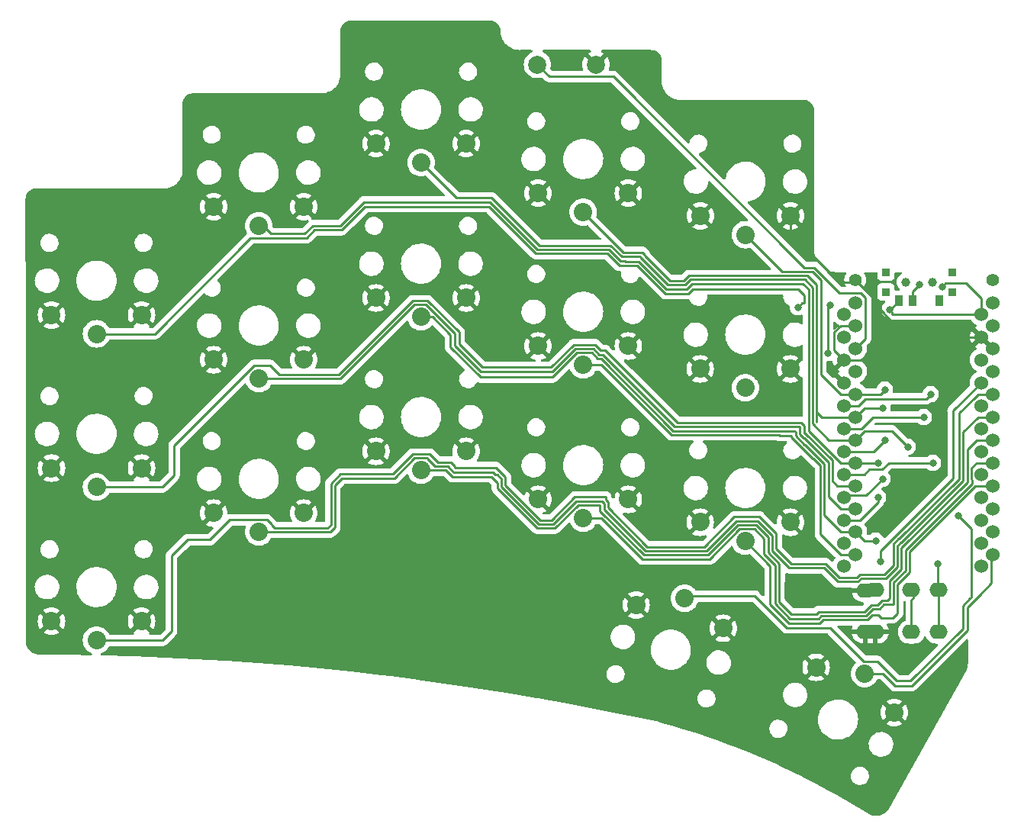
<source format=gbr>
%TF.GenerationSoftware,KiCad,Pcbnew,(6.0.4-0)*%
%TF.CreationDate,2022-12-22T20:07:12-07:00*%
%TF.ProjectId,half-swept,68616c66-2d73-4776-9570-742e6b696361,rev?*%
%TF.SameCoordinates,Original*%
%TF.FileFunction,Copper,L1,Top*%
%TF.FilePolarity,Positive*%
%FSLAX46Y46*%
G04 Gerber Fmt 4.6, Leading zero omitted, Abs format (unit mm)*
G04 Created by KiCad (PCBNEW (6.0.4-0)) date 2022-12-22 20:07:12*
%MOMM*%
%LPD*%
G01*
G04 APERTURE LIST*
%TA.AperFunction,ComponentPad*%
%ADD10C,1.397000*%
%TD*%
%TA.AperFunction,ComponentPad*%
%ADD11O,2.000000X1.600000*%
%TD*%
%TA.AperFunction,ComponentPad*%
%ADD12C,2.000000*%
%TD*%
%TA.AperFunction,ComponentPad*%
%ADD13C,2.032000*%
%TD*%
%TA.AperFunction,ComponentPad*%
%ADD14C,1.524000*%
%TD*%
%TA.AperFunction,SMDPad,CuDef*%
%ADD15R,0.900000X0.900000*%
%TD*%
%TA.AperFunction,SMDPad,CuDef*%
%ADD16R,0.900000X1.250000*%
%TD*%
%TA.AperFunction,WasherPad*%
%ADD17C,1.000000*%
%TD*%
%TA.AperFunction,ViaPad*%
%ADD18C,0.800000*%
%TD*%
%TA.AperFunction,Conductor*%
%ADD19C,0.250000*%
%TD*%
G04 APERTURE END LIST*
D10*
%TO.P,B+,1*%
%TO.N,BT+_r*%
X126492000Y-45974000D03*
%TD*%
%TO.P,B-,1*%
%TO.N,gnd*%
X111252000Y-45974000D03*
%TD*%
D11*
%TO.P,J2,R1*%
%TO.N,Switch18*%
X117498000Y-85050000D03*
X117478000Y-80420000D03*
%TO.P,J2,R2*%
%TO.N,vcc*%
X120478000Y-80420000D03*
X120498000Y-85050000D03*
%TO.P,J2,S*%
%TO.N,gnd*%
X112398000Y-80450000D03*
X112378000Y-85020000D03*
%TO.P,J2,T*%
X113498000Y-85050000D03*
X113478000Y-80420000D03*
%TD*%
D12*
%TO.P,RSW1,1*%
%TO.N,gnd*%
X82498000Y-22098000D03*
%TO.P,RSW1,2*%
%TO.N,reset*%
X75998000Y-22098000D03*
%TD*%
D13*
%TO.P,SW2,1*%
%TO.N,Switch1*%
X27080000Y-51980000D03*
%TO.P,SW2,2*%
%TO.N,gnd*%
X32080000Y-49880000D03*
X22080000Y-49880000D03*
%TD*%
%TO.P,SW3,1*%
%TO.N,Switch2*%
X45080000Y-39980000D03*
%TO.P,SW3,2*%
%TO.N,gnd*%
X50080000Y-37880000D03*
X40080000Y-37880000D03*
%TD*%
%TO.P,SW4,1*%
%TO.N,Switch3*%
X63080000Y-32980000D03*
%TO.P,SW4,2*%
%TO.N,gnd*%
X58080000Y-30880000D03*
X68080000Y-30880000D03*
%TD*%
%TO.P,SW5,1*%
%TO.N,Switch4*%
X81080000Y-38480000D03*
%TO.P,SW5,2*%
%TO.N,gnd*%
X76080000Y-36380000D03*
X86080000Y-36380000D03*
%TD*%
%TO.P,SW6,1*%
%TO.N,Switch5*%
X99080000Y-40980000D03*
%TO.P,SW6,2*%
%TO.N,gnd*%
X94080000Y-38880000D03*
X104080000Y-38880000D03*
%TD*%
%TO.P,SW8,1*%
%TO.N,Switch6*%
X27080000Y-68980000D03*
%TO.P,SW8,2*%
%TO.N,gnd*%
X22080000Y-66880000D03*
X32080000Y-66880000D03*
%TD*%
%TO.P,SW9,1*%
%TO.N,Switch7*%
X45080000Y-56954000D03*
%TO.P,SW9,2*%
%TO.N,gnd*%
X40080000Y-54854000D03*
X50080000Y-54854000D03*
%TD*%
%TO.P,SW10,1*%
%TO.N,Switch8*%
X63080000Y-50096000D03*
%TO.P,SW10,2*%
%TO.N,gnd*%
X58080000Y-47996000D03*
X68080000Y-47996000D03*
%TD*%
%TO.P,SW11,1*%
%TO.N,Switch9*%
X81080000Y-55430000D03*
%TO.P,SW11,2*%
%TO.N,gnd*%
X76080000Y-53330000D03*
X86080000Y-53330000D03*
%TD*%
%TO.P,SW12,1*%
%TO.N,Switch10*%
X99060000Y-57970000D03*
%TO.P,SW12,2*%
%TO.N,gnd*%
X94060000Y-55870000D03*
X104060000Y-55870000D03*
%TD*%
%TO.P,SW14,1*%
%TO.N,Switch11*%
X27080000Y-85980000D03*
%TO.P,SW14,2*%
%TO.N,gnd*%
X32080000Y-83880000D03*
X22080000Y-83880000D03*
%TD*%
%TO.P,SW15,1*%
%TO.N,Switch12*%
X45080000Y-73972000D03*
%TO.P,SW15,2*%
%TO.N,gnd*%
X50080000Y-71872000D03*
X40080000Y-71872000D03*
%TD*%
%TO.P,SW16,1*%
%TO.N,Switch13*%
X63080000Y-67114000D03*
%TO.P,SW16,2*%
%TO.N,gnd*%
X58080000Y-65014000D03*
X68080000Y-65014000D03*
%TD*%
%TO.P,SW17,1*%
%TO.N,Switch14*%
X81080000Y-72448000D03*
%TO.P,SW17,2*%
%TO.N,gnd*%
X86080000Y-70348000D03*
X76080000Y-70348000D03*
%TD*%
%TO.P,SW18,1*%
%TO.N,Switch15*%
X99060000Y-74988000D03*
%TO.P,SW18,2*%
%TO.N,gnd*%
X94060000Y-72888000D03*
X104060000Y-72888000D03*
%TD*%
%TO.P,SW20,1*%
%TO.N,Switch17*%
X112306000Y-89670450D03*
%TO.P,SW20,2*%
%TO.N,gnd*%
X106925873Y-88989103D03*
X115586127Y-93989103D03*
%TD*%
%TO.P,SW21,1*%
%TO.N,Switch16*%
X92323032Y-81331038D03*
%TO.P,SW21,2*%
%TO.N,gnd*%
X96609142Y-84653577D03*
X86949883Y-82065387D03*
%TD*%
D14*
%TO.P,U1,1*%
%TO.N,Switch10*%
X126528400Y-48514000D03*
%TO.P,U1,2*%
%TO.N,Switch18*%
X109982000Y-52324000D03*
X126528400Y-51054000D03*
%TO.P,U1,3*%
%TO.N,gnd*%
X126528400Y-53594000D03*
X109982000Y-54864000D03*
%TO.P,U1,4*%
X109982000Y-57404000D03*
X126528400Y-56134000D03*
%TO.P,U1,5*%
%TO.N,Switch11*%
X126528400Y-58674000D03*
X109982000Y-59944000D03*
%TO.P,U1,6*%
%TO.N,Switch12*%
X126528400Y-61214000D03*
X109982000Y-62484000D03*
%TO.P,U1,7*%
%TO.N,Switch13*%
X126528400Y-63754000D03*
X109982000Y-65024000D03*
%TO.P,U1,8*%
%TO.N,Switch14*%
X126528400Y-66294000D03*
X109982000Y-67564000D03*
%TO.P,U1,9*%
%TO.N,Switch15*%
X109982000Y-70104000D03*
X126528400Y-68834000D03*
%TO.P,U1,10*%
%TO.N,Switch1*%
X126528400Y-71374000D03*
X109982000Y-72644000D03*
%TO.P,U1,11*%
%TO.N,Switch16*%
X126528400Y-73914000D03*
X109982000Y-75184000D03*
%TO.P,U1,12*%
%TO.N,Switch17*%
X109982000Y-77724000D03*
X126528400Y-76454000D03*
%TO.P,U1,13*%
%TO.N,Switch9*%
X125222000Y-77724000D03*
X111308400Y-76454000D03*
%TO.P,U1,14*%
%TO.N,Switch8*%
X125222000Y-75184000D03*
X111308400Y-73914000D03*
%TO.P,U1,15*%
%TO.N,Switch7*%
X125222000Y-72644000D03*
X111308400Y-71374000D03*
%TO.P,U1,16*%
%TO.N,Switch6*%
X111308400Y-68834000D03*
X125222000Y-70104000D03*
%TO.P,U1,17*%
%TO.N,Switch2*%
X125222000Y-67564000D03*
X111308400Y-66294000D03*
%TO.P,U1,18*%
%TO.N,Switch3*%
X111308400Y-63754000D03*
X125222000Y-65024000D03*
%TO.P,U1,19*%
%TO.N,Switch4*%
X111308400Y-61214000D03*
X125222000Y-62484000D03*
%TO.P,U1,20*%
%TO.N,Switch5*%
X111308400Y-58674000D03*
X125222000Y-59944000D03*
%TO.P,U1,21*%
%TO.N,vcc*%
X125222000Y-57404000D03*
X111308400Y-56134000D03*
%TO.P,U1,22*%
%TO.N,reset*%
X111308400Y-53594000D03*
X125222000Y-54864000D03*
%TO.P,U1,23*%
%TO.N,gnd*%
X125222000Y-52324000D03*
X111308400Y-51054000D03*
%TO.P,U1,24*%
%TO.N,raw*%
X111308400Y-48514000D03*
X125222000Y-49784000D03*
%TO.P,U1,\u0415*%
%TO.N,Switch10*%
X109982000Y-49784000D03*
%TD*%
D15*
%TO.P,SW2,0*%
%TO.N,N/C*%
X114664000Y-45128000D03*
X122064000Y-47328000D03*
X122064000Y-45128000D03*
X114664000Y-47328000D03*
D16*
%TO.P,SW2,1*%
X120614000Y-48303000D03*
%TO.P,SW2,2*%
%TO.N,BT+_r*%
X117614000Y-48303000D03*
%TO.P,SW2,3*%
%TO.N,raw*%
X116114000Y-48303000D03*
%TD*%
D17*
%TO.P,POWER SW,*%
%TO.N,*%
X116864000Y-46228000D03*
X119864000Y-46228000D03*
%TD*%
D18*
%TO.N,vcc*%
X120396000Y-77470000D03*
X114046000Y-77216000D03*
%TO.N,Switch1*%
X104902000Y-49022000D03*
X108204000Y-54102000D03*
X113792000Y-70104000D03*
X108458000Y-48768000D03*
%TO.N,Switch2*%
X113792000Y-66294000D03*
%TO.N,Switch3*%
X117094000Y-64516000D03*
%TO.N,Switch4*%
X114300000Y-60198000D03*
%TO.N,Switch5*%
X114554000Y-58166000D03*
%TO.N,Switch8*%
X113538000Y-74930000D03*
%TO.N,Switch11*%
X119634000Y-58674000D03*
%TO.N,Switch12*%
X118872000Y-61214000D03*
%TO.N,Switch13*%
X114554000Y-63754000D03*
%TO.N,Switch14*%
X119888000Y-66294000D03*
%TO.N,Switch15*%
X114300000Y-68072000D03*
%TO.N,Switch16*%
X122682000Y-72136000D03*
%TO.N,raw*%
X120904000Y-46736000D03*
X115062000Y-49276000D03*
%TO.N,BT+_r*%
X118364000Y-46482000D03*
%TD*%
D19*
%TO.N,gnd*%
X111252000Y-45974000D02*
X114046000Y-48768000D01*
X112428000Y-80220000D02*
X112398000Y-80250000D01*
X108894999Y-53776999D02*
X109982000Y-54864000D01*
X114046000Y-49333002D02*
X117036998Y-52324000D01*
X117036998Y-52324000D02*
X125222000Y-52324000D01*
X104080000Y-40805220D02*
X109502780Y-46228000D01*
X114496998Y-54864000D02*
X109982000Y-54864000D01*
X114046000Y-48768000D02*
X114046000Y-49333002D01*
X110998000Y-46228000D02*
X111252000Y-45974000D01*
X104080000Y-38880000D02*
X104080000Y-40805220D01*
X117036998Y-52324000D02*
X114496998Y-54864000D01*
X125258400Y-52324000D02*
X126528400Y-53594000D01*
X108894999Y-51802239D02*
X108894999Y-53776999D01*
X109643238Y-51054000D02*
X108894999Y-51802239D01*
X125222000Y-52324000D02*
X125258400Y-52324000D01*
X109502780Y-46228000D02*
X110998000Y-46228000D01*
X111308400Y-51054000D02*
X109643238Y-51054000D01*
%TO.N,vcc*%
X114046000Y-77216000D02*
X114046000Y-77216000D01*
X114046000Y-76071590D02*
X114046000Y-76962000D01*
X122116010Y-60509990D02*
X122116010Y-68001580D01*
X114046000Y-76962000D02*
X114046000Y-77216000D01*
X120396000Y-80338000D02*
X120478000Y-80420000D01*
X120478000Y-85030000D02*
X120498000Y-85050000D01*
X120396000Y-77470000D02*
X120396000Y-80338000D01*
X125222000Y-57404000D02*
X122116010Y-60509990D01*
X120478000Y-80420000D02*
X120478000Y-85030000D01*
X122116010Y-68001580D02*
X114046000Y-76071590D01*
%TO.N,Switch18*%
X117730915Y-81279495D02*
X117730915Y-80420000D01*
X117498000Y-81512410D02*
X117730915Y-81279495D01*
X117498000Y-85050000D02*
X117498000Y-81512410D01*
%TO.N,reset*%
X125213400Y-54864000D02*
X125671007Y-54864000D01*
X106718772Y-44614362D02*
X105595900Y-44614362D01*
X112395401Y-47992239D02*
X111830161Y-47426999D01*
X111308400Y-53594000D02*
X112395401Y-52506999D01*
X105595900Y-44614362D02*
X84404539Y-23423001D01*
X77323001Y-23423001D02*
X75998000Y-22098000D01*
X112395401Y-52506999D02*
X112395401Y-47992239D01*
X111830161Y-47426999D02*
X109531409Y-47426999D01*
X109531409Y-47426999D02*
X106718772Y-44614362D01*
X84404539Y-23423001D02*
X77323001Y-23423001D01*
%TO.N,Switch1*%
X50372999Y-41321001D02*
X51263990Y-40430010D01*
X111817685Y-72644000D02*
X109982000Y-72644000D01*
X104902000Y-49022000D02*
X105387960Y-48536040D01*
X105387960Y-48536040D02*
X105641960Y-48536040D01*
X75827200Y-43064020D02*
X83754790Y-43064020D01*
X44178953Y-41321001D02*
X50372999Y-41321001D01*
X56865728Y-37846000D02*
X70609180Y-37846000D01*
X83754790Y-43064020D02*
X85082780Y-44392010D01*
X105641960Y-47729960D02*
X105641960Y-48536040D01*
X33519954Y-51980000D02*
X44178953Y-41321001D01*
X51263990Y-40430010D02*
X54281719Y-40430009D01*
X104902000Y-46990000D02*
X105641960Y-47729960D01*
X108204000Y-54102000D02*
X108204000Y-49022000D01*
X90170000Y-47498000D02*
X92710000Y-47498000D01*
X93218000Y-46990000D02*
X104902000Y-46990000D01*
X108204000Y-49022000D02*
X108458000Y-48768000D01*
X87064010Y-44392010D02*
X90170000Y-47498000D01*
X70609180Y-37846000D02*
X75827200Y-43064020D01*
X54281719Y-40430009D02*
X56865728Y-37846000D01*
X85082780Y-44392010D02*
X87064010Y-44392010D01*
X113792000Y-70104000D02*
X113792000Y-70669685D01*
X113792000Y-70669685D02*
X111817685Y-72644000D01*
X27080000Y-51980000D02*
X33519954Y-51980000D01*
X92710000Y-47498000D02*
X93218000Y-46990000D01*
%TO.N,Switch2*%
X45080000Y-39980000D02*
X45568000Y-39980000D01*
X85777180Y-43942000D02*
X87250411Y-43942001D01*
X70737590Y-37338000D02*
X76013600Y-42614010D01*
X106091970Y-47038380D02*
X106091970Y-62742732D01*
X105467991Y-46414401D02*
X106091970Y-47038380D01*
X93157189Y-46414401D02*
X105467991Y-46414401D01*
X56737318Y-37338000D02*
X70737590Y-37338000D01*
X85179590Y-43852410D02*
X85687590Y-43852410D01*
X46458991Y-40870991D02*
X50186599Y-40870991D01*
X106091970Y-62742732D02*
X109643238Y-66294000D01*
X109643238Y-66294000D02*
X111308400Y-66294000D01*
X113792000Y-66294000D02*
X111308400Y-66294000D01*
X90298410Y-46990000D02*
X92581590Y-46990000D01*
X92581590Y-46990000D02*
X93157189Y-46414401D01*
X76013600Y-42614010D02*
X83941190Y-42614010D01*
X50186599Y-40870991D02*
X51077591Y-39980001D01*
X51077591Y-39980001D02*
X54095317Y-39980001D01*
X85687590Y-43852410D02*
X85777180Y-43942000D01*
X83941190Y-42614010D02*
X85179590Y-43852410D01*
X54095317Y-39980001D02*
X56737318Y-37338000D01*
X45568000Y-39980000D02*
X46458991Y-40870991D01*
X87250411Y-43942001D02*
X90298410Y-46990000D01*
%TO.N,Switch3*%
X105654392Y-45964392D02*
X106541980Y-46851980D01*
X106541980Y-46851980D02*
X106541980Y-61352020D01*
X63080000Y-32980000D02*
X66987990Y-36887990D01*
X106541980Y-61352020D02*
X106541980Y-61572580D01*
X106541980Y-61352020D02*
X106541980Y-61945380D01*
X76200000Y-42164000D02*
X84127590Y-42164000D01*
X84127590Y-42164000D02*
X85339600Y-43376010D01*
X90484810Y-46539990D02*
X92395190Y-46539990D01*
X108350600Y-63754000D02*
X111308400Y-63754000D01*
X112324400Y-62738000D02*
X111308400Y-63754000D01*
X124938572Y-65024000D02*
X125213400Y-65024000D01*
X117094000Y-64516000D02*
X115316000Y-62738000D01*
X87433990Y-43489170D02*
X90484810Y-46539990D01*
X70923990Y-36887990D02*
X76200000Y-42164000D01*
X106541980Y-61945380D02*
X108350600Y-63754000D01*
X92395190Y-46539990D02*
X92970788Y-45964392D01*
X115316000Y-62738000D02*
X112324400Y-62738000D01*
X87433990Y-43376010D02*
X87433990Y-43489170D01*
X66987990Y-36887990D02*
X70923990Y-36887990D01*
X92970788Y-45964392D02*
X105654392Y-45964392D01*
X85339600Y-43376010D02*
X87433990Y-43376010D01*
%TO.N,Switch4*%
X106991990Y-58870010D02*
X106991990Y-59482590D01*
X112324400Y-60198000D02*
X111308400Y-61214000D01*
X106991990Y-60669020D02*
X106991990Y-61758980D01*
X81080000Y-38480000D02*
X85526000Y-42926000D01*
X87884000Y-43302770D02*
X90671210Y-46089980D01*
X105966382Y-45514382D02*
X106991990Y-46539990D01*
X90671210Y-46089980D02*
X92208790Y-46089980D01*
X106991990Y-61758980D02*
X106991990Y-58870010D01*
X92784388Y-45514382D02*
X105966382Y-45514382D01*
X114300000Y-60198000D02*
X112324400Y-60198000D01*
X92208790Y-46089980D02*
X92784388Y-45514382D01*
X111308400Y-61214000D02*
X107536970Y-61214000D01*
X106991990Y-46539990D02*
X106991990Y-58870010D01*
X107536970Y-61214000D02*
X106991990Y-60669020D01*
X87620391Y-42926001D02*
X87884000Y-43189610D01*
X85526000Y-42926000D02*
X87620391Y-42926001D01*
X87884000Y-43189610D02*
X87884000Y-43302770D01*
%TO.N,Switch5*%
X103164372Y-45064372D02*
X106532372Y-45064372D01*
X107442000Y-56472762D02*
X107442000Y-56388000D01*
X111308400Y-58674000D02*
X114046000Y-58674000D01*
X99080000Y-40980000D02*
X103164372Y-45064372D01*
X111308400Y-58674000D02*
X109643238Y-58674000D01*
X114046000Y-58674000D02*
X114554000Y-58166000D01*
X109643238Y-58674000D02*
X107442000Y-56472762D01*
X107442000Y-45974000D02*
X107442000Y-56388000D01*
X106532372Y-45064372D02*
X107442000Y-45974000D01*
%TO.N,Switch6*%
X83035389Y-53822569D02*
X83540569Y-53822569D01*
X83540569Y-53822569D02*
X91555981Y-61837981D01*
X62161919Y-48304989D02*
X63822082Y-48304990D01*
X91555981Y-61837981D02*
X105271981Y-61837981D01*
X69907990Y-55683990D02*
X77514508Y-55683990D01*
X44563659Y-55485659D02*
X46341659Y-55485659D01*
X80009520Y-53188980D02*
X82401800Y-53188980D01*
X105641960Y-63014040D02*
X105726868Y-63014040D01*
X105641960Y-62207960D02*
X105641960Y-63014040D01*
X108740620Y-68297380D02*
X109277240Y-68834000D01*
X35673659Y-67704341D02*
X35673659Y-64375659D01*
X27080000Y-68980000D02*
X34398000Y-68980000D01*
X53962918Y-56503990D02*
X62161919Y-48304989D01*
X77514508Y-55683990D02*
X80009520Y-53188980D01*
X108740620Y-66027792D02*
X108740620Y-68297380D01*
X46341659Y-55485659D02*
X47359990Y-56503990D01*
X35673659Y-64375659D02*
X44563659Y-55485659D01*
X34398000Y-68980000D02*
X35673659Y-67704341D01*
X105726868Y-63014040D02*
X108740620Y-66027792D01*
X67321546Y-53097546D02*
X69907990Y-55683990D01*
X109277240Y-68834000D02*
X111308400Y-68834000D01*
X82401800Y-53188980D02*
X83035389Y-53822569D01*
X63822082Y-48304990D02*
X67321546Y-51804454D01*
X67321546Y-51804454D02*
X67321546Y-53097546D01*
X47359990Y-56503990D02*
X53962918Y-56503990D01*
X105271981Y-61837981D02*
X105641960Y-62207960D01*
%TO.N,Switch7*%
X62348319Y-48754999D02*
X54149318Y-56954000D01*
X66802000Y-53269590D02*
X66802000Y-51921318D01*
X83231399Y-54272579D02*
X82848989Y-54272579D01*
X69666410Y-56134000D02*
X66802000Y-53269590D01*
X108290610Y-70021372D02*
X108290610Y-66214192D01*
X82215399Y-53638989D02*
X80195919Y-53638989D01*
X80195919Y-53638989D02*
X77700908Y-56134000D01*
X111308400Y-71374000D02*
X109643238Y-71374000D01*
X108290610Y-66214192D02*
X105576418Y-63500000D01*
X54149318Y-56954000D02*
X45080000Y-56954000D01*
X105085581Y-62287991D02*
X91246810Y-62287990D01*
X105085581Y-63094071D02*
X105085581Y-62287991D01*
X105491510Y-63500000D02*
X105085581Y-63094071D01*
X124899495Y-72957905D02*
X125213400Y-72644000D01*
X91246810Y-62287990D02*
X83231399Y-54272579D01*
X82848989Y-54272579D02*
X82215399Y-53638989D01*
X77700908Y-56134000D02*
X69666410Y-56134000D01*
X66802000Y-51921318D02*
X63635681Y-48754999D01*
X63635681Y-48754999D02*
X62348319Y-48754999D01*
X105576418Y-63500000D02*
X105491510Y-63500000D01*
X109643238Y-71374000D02*
X108290610Y-70021372D01*
%TO.N,Switch8*%
X105702008Y-64262000D02*
X107840600Y-66400592D01*
X64340272Y-50096000D02*
X66351990Y-52107718D01*
X109643238Y-73914000D02*
X111308400Y-73914000D01*
X91060410Y-62738000D02*
X104516770Y-62738000D01*
X62992000Y-50096000D02*
X64340272Y-50096000D01*
X104635572Y-63280472D02*
X105617100Y-64262000D01*
X82662589Y-54722589D02*
X82028999Y-54088999D01*
X105617100Y-64262000D02*
X105702008Y-64262000D01*
X104516770Y-62738000D02*
X104635572Y-62856802D01*
X107840600Y-72111362D02*
X109643238Y-73914000D01*
X66351990Y-53455990D02*
X69667001Y-56771001D01*
X83044999Y-54722589D02*
X82662589Y-54722589D01*
X113538000Y-74930000D02*
X112324400Y-74930000D01*
X107840600Y-66400592D02*
X107840600Y-72111362D01*
X77700317Y-56771001D02*
X80382319Y-54088999D01*
X66351990Y-52107718D02*
X66351990Y-53455990D01*
X80382319Y-54088999D02*
X82028999Y-54088999D01*
X83044999Y-54722589D02*
X91060410Y-62738000D01*
X112324400Y-74930000D02*
X111308400Y-73914000D01*
X69667001Y-56771001D02*
X77700317Y-56771001D01*
X104635572Y-62856802D02*
X104635572Y-63280472D01*
%TO.N,Switch9*%
X107390590Y-74201352D02*
X109643238Y-76454000D01*
X107390590Y-66586992D02*
X107390590Y-74201352D01*
X104140000Y-63421310D02*
X106504690Y-65786000D01*
X83116000Y-55430000D02*
X90874010Y-63188010D01*
X90874010Y-63188010D02*
X93021990Y-63188010D01*
X93021990Y-63188010D02*
X102812010Y-63188010D01*
X106589598Y-65786000D02*
X107390590Y-66586992D01*
X102870000Y-63246000D02*
X104140000Y-63246000D01*
X109643238Y-76454000D02*
X111308400Y-76454000D01*
X102812010Y-63188010D02*
X102870000Y-63246000D01*
X81026000Y-55430000D02*
X82462840Y-55430000D01*
X92523600Y-63188010D02*
X93021990Y-63188010D01*
X104140000Y-63246000D02*
X104140000Y-63421310D01*
X81080000Y-55430000D02*
X83116000Y-55430000D01*
X106504690Y-65786000D02*
X106589598Y-65786000D01*
%TO.N,Switch11*%
X119634000Y-58674000D02*
X119634000Y-58674000D01*
X35404420Y-84991580D02*
X35404420Y-76552420D01*
X111647162Y-59944000D02*
X112409162Y-59182000D01*
X52716010Y-73521990D02*
X53081195Y-73156805D01*
X62161919Y-65322989D02*
X64052989Y-65322989D01*
X36477580Y-75479260D02*
X36534740Y-75479260D01*
X122784970Y-68083200D02*
X122784970Y-60772268D01*
X116032717Y-74721283D02*
X116146887Y-74721283D01*
X46495001Y-73138999D02*
X46495001Y-73165001D01*
X107950000Y-77470000D02*
X109474000Y-78994000D01*
X53081195Y-73156805D02*
X53081195Y-68584805D01*
X77572498Y-72644000D02*
X80134526Y-70081972D01*
X115480865Y-75273135D02*
X116032717Y-74721283D01*
X53081195Y-68584805D02*
X54113546Y-67552454D01*
X72458659Y-67886659D02*
X72458659Y-68765341D01*
X34416000Y-85980000D02*
X35404420Y-84991580D01*
X112409162Y-59182000D02*
X119126000Y-59182000D01*
X66802000Y-66799180D02*
X71371180Y-66799180D01*
X66374022Y-66223594D02*
X66802000Y-66651572D01*
X111749596Y-78670990D02*
X114494600Y-78670990D01*
X39665260Y-74831580D02*
X41865841Y-72630999D01*
X41865841Y-72630999D02*
X45987001Y-72630999D01*
X100648204Y-72296972D02*
X102500020Y-74148788D01*
X124375238Y-59182000D02*
X124544619Y-59012619D01*
X36534740Y-75479260D02*
X37182420Y-74831580D01*
X45987001Y-72630999D02*
X46495001Y-73138999D01*
X80134526Y-70081972D02*
X83588027Y-70081973D01*
X94542120Y-75611970D02*
X97857118Y-72296972D01*
X115480865Y-77684725D02*
X115480865Y-75273135D01*
X102500020Y-74148788D02*
X102500020Y-75830020D01*
X109982000Y-59944000D02*
X111647162Y-59944000D01*
X124883238Y-58674000D02*
X126528400Y-58674000D01*
X111426586Y-78994000D02*
X111749596Y-78670990D01*
X83842028Y-71264798D02*
X88189200Y-75611970D01*
X114494600Y-78670990D02*
X115480865Y-77684725D01*
X83842028Y-70609192D02*
X83842028Y-71264798D01*
X109474000Y-78994000D02*
X111426586Y-78994000D01*
X64052989Y-65322989D02*
X64943978Y-66213978D01*
X76337318Y-72644000D02*
X77572498Y-72644000D01*
X83588027Y-70081973D02*
X83588027Y-70355191D01*
X97857118Y-72296972D02*
X100648204Y-72296972D01*
X46851990Y-73521990D02*
X52716010Y-73521990D01*
X37182420Y-74831580D02*
X39665260Y-74831580D01*
X102500020Y-75830020D02*
X104140000Y-77470000D01*
X35404420Y-76552420D02*
X36477580Y-75479260D01*
X64943978Y-66213978D02*
X66374022Y-66213978D01*
X124544619Y-59012619D02*
X124883238Y-58674000D01*
X122784970Y-60772268D02*
X124544619Y-59012619D01*
X66802000Y-66651572D02*
X66802000Y-66799180D01*
X71371180Y-66799180D02*
X72458659Y-67886659D01*
X88189200Y-75611970D02*
X94542120Y-75611970D01*
X72458659Y-68765341D02*
X76337318Y-72644000D01*
X59932454Y-67552454D02*
X62161919Y-65322989D01*
X119380000Y-58674000D02*
X119634000Y-58674000D01*
X46495001Y-73165001D02*
X46851990Y-73521990D01*
X27080000Y-85980000D02*
X34416000Y-85980000D01*
X116146887Y-74721283D02*
X122784970Y-68083200D01*
X83588027Y-70355191D02*
X83842028Y-70609192D01*
X119126000Y-59182000D02*
X119634000Y-58674000D01*
X66374022Y-66213978D02*
X66374022Y-66223594D01*
X54113546Y-67552454D02*
X59932454Y-67552454D01*
X104140000Y-77470000D02*
X107950000Y-77470000D01*
%TO.N,Switch12*%
X124883238Y-61214000D02*
X123234980Y-62862258D01*
X71052400Y-67367990D02*
X71312615Y-67628205D01*
X54299946Y-68002464D02*
X60118854Y-68002464D01*
X102050010Y-74335188D02*
X100461803Y-72746981D01*
X83138018Y-70531982D02*
X83138018Y-70541592D01*
X53028000Y-73972000D02*
X53531205Y-73468795D01*
X111941990Y-62484000D02*
X113211990Y-61214000D01*
X114681000Y-79121000D02*
X111935996Y-79121000D01*
X123234980Y-62862258D02*
X123234980Y-68269600D01*
X66178009Y-66663991D02*
X66178009Y-66811599D01*
X115930875Y-75554485D02*
X115930875Y-77871125D01*
X83392018Y-70795592D02*
X83392018Y-71451198D01*
X109332883Y-79489293D02*
X107784975Y-77941385D01*
X72008649Y-68073059D02*
X72008649Y-68951741D01*
X45080000Y-73972000D02*
X53028000Y-73972000D01*
X126528400Y-61214000D02*
X124883238Y-61214000D01*
X66734400Y-67367990D02*
X71052400Y-67367990D01*
X66178009Y-66811599D02*
X66734400Y-67367990D01*
X94728520Y-76061980D02*
X91832020Y-76061980D01*
X63767001Y-65799001D02*
X64631990Y-66663990D01*
X116314067Y-75171293D02*
X115930875Y-75554485D01*
X107784975Y-77941385D02*
X103922615Y-77941385D01*
X72008649Y-68951741D02*
X76150918Y-73094010D01*
X60118854Y-68002464D02*
X62348319Y-65772999D01*
X109982000Y-62484000D02*
X111941990Y-62484000D01*
X103922615Y-77941385D02*
X102050010Y-76068780D01*
X111567703Y-79489293D02*
X109332883Y-79489293D01*
X53531205Y-73468795D02*
X53531205Y-68771205D01*
X80320926Y-70531982D02*
X83138018Y-70531982D01*
X71563795Y-67628205D02*
X72008649Y-68073059D01*
X63767001Y-65772999D02*
X63767001Y-65799001D01*
X76150918Y-73094010D02*
X77758898Y-73094010D01*
X62348319Y-65772999D02*
X63767001Y-65772999D01*
X83138018Y-70541592D02*
X83392018Y-70795592D01*
X91832020Y-76061980D02*
X91301980Y-76061980D01*
X118872000Y-61214000D02*
X113211990Y-61214000D01*
X88002800Y-76061980D02*
X91832020Y-76061980D01*
X53531205Y-68771205D02*
X54299946Y-68002464D01*
X98043520Y-72746980D02*
X94728520Y-76061980D01*
X64631990Y-66663990D02*
X66178009Y-66663991D01*
X102050010Y-76068780D02*
X102050010Y-74335188D01*
X100461803Y-72746981D02*
X98043520Y-72746980D01*
X116333287Y-75171293D02*
X116314067Y-75171293D01*
X83392018Y-71451198D02*
X88002800Y-76061980D01*
X71312615Y-67628205D02*
X71563795Y-67628205D01*
X115930875Y-77871125D02*
X114681000Y-79121000D01*
X77758898Y-73094010D02*
X80320926Y-70531982D01*
X123234980Y-68269600D02*
X116333287Y-75171293D01*
X111935996Y-79121000D02*
X111567703Y-79489293D01*
%TO.N,Switch13*%
X65844000Y-67114000D02*
X66548000Y-67818000D01*
X115055210Y-81286790D02*
X115055210Y-79383200D01*
X107190820Y-82801180D02*
X112268000Y-82801180D01*
X102847215Y-79270785D02*
X102812010Y-79305990D01*
X112268000Y-82801180D02*
X113033395Y-82035785D01*
X123684990Y-68456000D02*
X123684990Y-64783010D01*
X109982000Y-65024000D02*
X113284000Y-65024000D01*
X113776175Y-82035785D02*
X114277960Y-81534000D01*
X102812010Y-81727190D02*
X104142820Y-83058000D01*
X82942008Y-70981992D02*
X82942008Y-71637598D01*
X102812010Y-79305990D02*
X102812010Y-81727190D01*
X116400105Y-75740885D02*
X123684990Y-68456000D01*
X80507326Y-70981992D02*
X82942008Y-70981992D01*
X106934000Y-83058000D02*
X107190820Y-82801180D01*
X116380884Y-78057526D02*
X116380885Y-75740885D01*
X114808000Y-81534000D02*
X115055210Y-81286790D01*
X66548000Y-67818000D02*
X70866000Y-67818000D01*
X82942008Y-71637598D02*
X87816400Y-76511990D01*
X101600000Y-76255180D02*
X102847215Y-77502395D01*
X116380885Y-75740885D02*
X116400105Y-75740885D01*
X87816400Y-76511990D02*
X94914918Y-76511990D01*
X75964518Y-73544020D02*
X77945298Y-73544020D01*
X115055210Y-79383200D02*
X116380884Y-78057526D01*
X102847215Y-77502395D02*
X102847215Y-79270785D01*
X71558639Y-68510639D02*
X71558640Y-69138142D01*
X77945298Y-73544020D02*
X80507326Y-70981992D01*
X98229919Y-73196989D02*
X100275402Y-73196990D01*
X114277960Y-81534000D02*
X114808000Y-81534000D01*
X113284000Y-65024000D02*
X114554000Y-63754000D01*
X70866000Y-67818000D02*
X71558639Y-68510639D01*
X124714000Y-63754000D02*
X126528400Y-63754000D01*
X123684990Y-64783010D02*
X124714000Y-63754000D01*
X71558640Y-69138142D02*
X75964518Y-73544020D01*
X94914918Y-76511990D02*
X98229919Y-73196989D01*
X113033395Y-82035785D02*
X113776175Y-82035785D01*
X101600000Y-74521588D02*
X101600000Y-76255180D01*
X104142820Y-83058000D02*
X106934000Y-83058000D01*
X100275402Y-73196990D02*
X101600000Y-74521588D01*
X63080000Y-67114000D02*
X65844000Y-67114000D01*
%TO.N,Switch14*%
X116830893Y-77987107D02*
X116830895Y-77987105D01*
X104014410Y-83566000D02*
X102362000Y-81913590D01*
X107502810Y-83251190D02*
X107188000Y-83566000D01*
X101127205Y-74685203D02*
X100089001Y-73646999D01*
X114423371Y-82024999D02*
X113962575Y-82485795D01*
X102362000Y-81913590D02*
X102362000Y-78994000D01*
X113219795Y-82485795D02*
X112454400Y-83251190D01*
X124714000Y-66294000D02*
X126528400Y-66294000D01*
X109982000Y-67564000D02*
X112268000Y-67564000D01*
X115505220Y-82024999D02*
X114423371Y-82024999D01*
X124201700Y-68152462D02*
X124134999Y-68085761D01*
X91186000Y-76962000D02*
X90794002Y-76962000D01*
X107188000Y-83566000D02*
X104014410Y-83566000D01*
X102362000Y-78994000D02*
X102397205Y-78958795D01*
X87630000Y-76962000D02*
X91186000Y-76962000D01*
X124134999Y-66873001D02*
X124714000Y-66294000D01*
X114279997Y-67019001D02*
X115004998Y-66294000D01*
X116830895Y-75946505D02*
X116830895Y-77987105D01*
X116830893Y-78243927D02*
X115505220Y-79569600D01*
X115004998Y-66294000D02*
X119888000Y-66294000D01*
X124201700Y-68575700D02*
X124201700Y-68152462D01*
X116830895Y-75946505D02*
X116830893Y-78243927D01*
X112454400Y-83251190D02*
X107502810Y-83251190D01*
X124134999Y-68085761D02*
X124134999Y-66873001D01*
X102397205Y-77688795D02*
X101127205Y-76418795D01*
X98416319Y-73646999D02*
X95101318Y-76962000D01*
X116830893Y-78243927D02*
X116830893Y-77987107D01*
X83116000Y-72448000D02*
X87630000Y-76962000D01*
X81080000Y-72448000D02*
X83116000Y-72448000D01*
X112812999Y-67019001D02*
X114279997Y-67019001D01*
X124201700Y-68575700D02*
X116830895Y-75946505D01*
X112268000Y-67564000D02*
X112812999Y-67019001D01*
X100089001Y-73646999D02*
X98416319Y-73646999D01*
X95101318Y-76962000D02*
X91186000Y-76962000D01*
X115505220Y-79569600D02*
X115505220Y-82024999D01*
X113962575Y-82485795D02*
X113219795Y-82485795D01*
X102397205Y-78958795D02*
X102397205Y-77688795D01*
X101127205Y-76418795D02*
X101127205Y-74685203D01*
%TO.N,Switch15*%
X120328905Y-73084905D02*
X120455905Y-72957905D01*
X112450999Y-69921001D02*
X110164999Y-69921001D01*
X123309810Y-70104000D02*
X124579810Y-68834000D01*
X114300000Y-68072000D02*
X112450999Y-69921001D01*
X110164999Y-69921001D02*
X109982000Y-70104000D01*
X123309810Y-70104000D02*
X120328905Y-73084905D01*
X107689211Y-83701199D02*
X107316410Y-84074000D01*
X115955230Y-79756000D02*
X115955230Y-82965772D01*
X103886000Y-84074000D02*
X101825000Y-82013000D01*
X117280902Y-78430328D02*
X115955230Y-79756000D01*
X113846998Y-83185000D02*
X113157000Y-83185000D01*
X117280905Y-78299095D02*
X117280902Y-78430328D01*
X115955230Y-82965772D02*
X115446001Y-83475001D01*
X113157000Y-83185000D02*
X112640801Y-83701199D01*
X117280905Y-76132905D02*
X117280905Y-78299095D01*
X101825000Y-77753000D02*
X99060000Y-74988000D01*
X107316410Y-84074000D02*
X103886000Y-84074000D01*
X115446001Y-83475001D02*
X114136999Y-83475001D01*
X112640801Y-83701199D02*
X107689211Y-83701199D01*
X101825000Y-82013000D02*
X101825000Y-77753000D01*
X124579810Y-68834000D02*
X126528400Y-68834000D01*
X120328905Y-73084905D02*
X117280905Y-76132905D01*
X114136999Y-83475001D02*
X113846998Y-83185000D01*
%TO.N,Switch16*%
X113729449Y-88329449D02*
X115886795Y-90486795D01*
X124134999Y-81222591D02*
X124014795Y-81342795D01*
X115886795Y-90486795D02*
X117410795Y-90486795D01*
X108458000Y-84582000D02*
X112205449Y-88329449D01*
X103632000Y-84582000D02*
X108458000Y-84582000D01*
X124134999Y-73588999D02*
X124134999Y-81222591D01*
X100131038Y-81081038D02*
X103632000Y-84582000D01*
X124014795Y-81342795D02*
X124126399Y-81231191D01*
X92577032Y-81081038D02*
X100131038Y-81081038D01*
X123190000Y-84707590D02*
X123190000Y-82167590D01*
X112205449Y-88329449D02*
X113729449Y-88329449D01*
X123190000Y-82167590D02*
X124014795Y-81342795D01*
X117410795Y-90486795D02*
X123190000Y-84707590D01*
X122682000Y-72136000D02*
X124134999Y-73588999D01*
%TO.N,Switch17*%
X123698000Y-82296000D02*
X124968000Y-81026000D01*
X112560000Y-89670450D02*
X114308450Y-89670450D01*
X115649451Y-91011451D02*
X115744549Y-91011451D01*
X126528400Y-76454000D02*
X126374195Y-76608205D01*
X124968000Y-81026000D02*
X125213400Y-80780600D01*
X123698000Y-84836000D02*
X123698000Y-82296000D01*
X117522549Y-91011451D02*
X123698000Y-84836000D01*
X115744549Y-91011451D02*
X117522549Y-91011451D01*
X126374195Y-79619805D02*
X124968000Y-81026000D01*
X126374195Y-76608205D02*
X126374195Y-79619805D01*
X114308450Y-89670450D02*
X115649451Y-91011451D01*
X112560000Y-89670450D02*
X112560000Y-89700000D01*
%TO.N,raw*%
X115062000Y-49276000D02*
X115062000Y-49276000D01*
X115062000Y-49276000D02*
X115141000Y-49276000D01*
X123552001Y-46336001D02*
X125222000Y-48006000D01*
X115316000Y-49530000D02*
X115062000Y-49276000D01*
X115316000Y-49784000D02*
X115316000Y-49530000D01*
X121303999Y-46336001D02*
X123552001Y-46336001D01*
X115316000Y-49784000D02*
X125222000Y-49784000D01*
X125222000Y-48006000D02*
X125222000Y-49784000D01*
X120904000Y-46736000D02*
X121303999Y-46336001D01*
X115141000Y-49276000D02*
X116114000Y-48303000D01*
%TO.N,BT+_r*%
X118364000Y-46482000D02*
X117602000Y-47244000D01*
X117602000Y-47244000D02*
X117614000Y-47256000D01*
X117614000Y-47256000D02*
X117614000Y-48303000D01*
%TD*%
%TA.AperFunction,Conductor*%
%TO.N,gnd*%
G36*
X61568314Y-67553074D02*
G01*
X61625150Y-67595621D01*
X61640691Y-67622912D01*
X61715566Y-67803677D01*
X61717460Y-67808249D01*
X61842840Y-68012849D01*
X61846057Y-68016616D01*
X61846058Y-68016617D01*
X61939880Y-68126469D01*
X61998682Y-68195318D01*
X62015268Y-68209484D01*
X62125545Y-68303668D01*
X62181151Y-68351160D01*
X62385751Y-68476540D01*
X62390321Y-68478433D01*
X62390323Y-68478434D01*
X62602874Y-68566475D01*
X62607447Y-68568369D01*
X62689037Y-68587957D01*
X62835965Y-68623232D01*
X62835971Y-68623233D01*
X62840778Y-68624387D01*
X63080000Y-68643214D01*
X63319222Y-68624387D01*
X63324029Y-68623233D01*
X63324035Y-68623232D01*
X63470963Y-68587957D01*
X63552553Y-68568369D01*
X63557126Y-68566475D01*
X63769677Y-68478434D01*
X63769679Y-68478433D01*
X63774249Y-68476540D01*
X63978849Y-68351160D01*
X64034456Y-68303668D01*
X64144732Y-68209484D01*
X64161318Y-68195318D01*
X64220120Y-68126469D01*
X64313942Y-68016617D01*
X64313943Y-68016616D01*
X64317160Y-68012849D01*
X64442540Y-67808249D01*
X64444468Y-67809430D01*
X64486816Y-67764644D01*
X64550270Y-67747500D01*
X65529406Y-67747500D01*
X65597527Y-67767502D01*
X65618501Y-67784405D01*
X66044343Y-68210247D01*
X66051887Y-68218537D01*
X66056000Y-68225018D01*
X66061777Y-68230443D01*
X66105667Y-68271658D01*
X66108509Y-68274413D01*
X66128230Y-68294134D01*
X66131425Y-68296612D01*
X66140447Y-68304318D01*
X66172679Y-68334586D01*
X66179628Y-68338406D01*
X66190432Y-68344346D01*
X66206956Y-68355199D01*
X66222959Y-68367613D01*
X66263543Y-68385176D01*
X66274173Y-68390383D01*
X66312940Y-68411695D01*
X66320617Y-68413666D01*
X66320622Y-68413668D01*
X66332558Y-68416732D01*
X66351266Y-68423137D01*
X66369855Y-68431181D01*
X66377680Y-68432420D01*
X66377682Y-68432421D01*
X66413519Y-68438097D01*
X66425140Y-68440504D01*
X66460289Y-68449528D01*
X66467970Y-68451500D01*
X66488231Y-68451500D01*
X66507940Y-68453051D01*
X66527943Y-68456219D01*
X66535835Y-68455473D01*
X66541062Y-68454979D01*
X66571954Y-68452059D01*
X66583811Y-68451500D01*
X70551406Y-68451500D01*
X70619527Y-68471502D01*
X70640501Y-68488405D01*
X70888234Y-68736138D01*
X70922260Y-68798450D01*
X70925139Y-68825232D01*
X70925140Y-69059373D01*
X70924613Y-69070560D01*
X70922938Y-69078051D01*
X70923187Y-69085976D01*
X70923187Y-69085977D01*
X70925078Y-69146127D01*
X70925140Y-69150086D01*
X70925140Y-69177999D01*
X70925636Y-69181924D01*
X70925636Y-69181928D01*
X70925646Y-69182004D01*
X70926578Y-69193836D01*
X70927967Y-69238031D01*
X70930179Y-69245643D01*
X70930179Y-69245646D01*
X70933618Y-69257482D01*
X70937627Y-69276842D01*
X70940166Y-69296940D01*
X70943083Y-69304306D01*
X70943084Y-69304312D01*
X70956445Y-69338058D01*
X70960289Y-69349285D01*
X70972622Y-69391735D01*
X70982933Y-69409170D01*
X70991628Y-69426920D01*
X70996167Y-69438385D01*
X70996171Y-69438393D01*
X70999088Y-69445760D01*
X71012462Y-69464168D01*
X71025080Y-69481535D01*
X71031594Y-69491452D01*
X71054098Y-69529504D01*
X71068420Y-69543826D01*
X71081260Y-69558859D01*
X71093169Y-69575250D01*
X71125814Y-69602256D01*
X71127246Y-69603441D01*
X71136025Y-69611431D01*
X75460861Y-73936267D01*
X75468405Y-73944557D01*
X75472518Y-73951038D01*
X75478295Y-73956463D01*
X75522185Y-73997678D01*
X75525027Y-74000433D01*
X75544748Y-74020154D01*
X75547943Y-74022632D01*
X75556965Y-74030338D01*
X75589197Y-74060606D01*
X75596146Y-74064426D01*
X75606950Y-74070366D01*
X75623474Y-74081219D01*
X75639477Y-74093633D01*
X75680061Y-74111196D01*
X75690691Y-74116403D01*
X75729458Y-74137715D01*
X75737135Y-74139686D01*
X75737140Y-74139688D01*
X75749076Y-74142752D01*
X75767784Y-74149157D01*
X75786373Y-74157201D01*
X75794198Y-74158440D01*
X75794200Y-74158441D01*
X75830037Y-74164117D01*
X75841658Y-74166524D01*
X75873477Y-74174693D01*
X75884488Y-74177520D01*
X75904749Y-74177520D01*
X75924458Y-74179071D01*
X75944461Y-74182239D01*
X75952353Y-74181493D01*
X75957580Y-74180999D01*
X75988472Y-74178079D01*
X76000329Y-74177520D01*
X77866531Y-74177520D01*
X77877714Y-74178047D01*
X77885207Y-74179722D01*
X77893133Y-74179473D01*
X77893134Y-74179473D01*
X77953284Y-74177582D01*
X77957243Y-74177520D01*
X77985154Y-74177520D01*
X77989089Y-74177023D01*
X77989154Y-74177015D01*
X78000991Y-74176082D01*
X78033249Y-74175068D01*
X78037268Y-74174942D01*
X78045187Y-74174693D01*
X78064641Y-74169041D01*
X78083998Y-74165033D01*
X78096228Y-74163488D01*
X78096229Y-74163488D01*
X78104095Y-74162494D01*
X78111466Y-74159575D01*
X78111468Y-74159575D01*
X78145210Y-74146216D01*
X78156440Y-74142371D01*
X78191281Y-74132249D01*
X78191282Y-74132249D01*
X78198891Y-74130038D01*
X78205710Y-74126005D01*
X78205715Y-74126003D01*
X78216326Y-74119727D01*
X78234074Y-74111032D01*
X78252915Y-74103572D01*
X78273285Y-74088773D01*
X78288685Y-74077584D01*
X78298605Y-74071068D01*
X78329833Y-74052600D01*
X78329836Y-74052598D01*
X78336660Y-74048562D01*
X78350981Y-74034241D01*
X78366015Y-74021400D01*
X78368045Y-74019925D01*
X78382405Y-74009492D01*
X78410596Y-73975415D01*
X78418586Y-73966636D01*
X79445146Y-72940077D01*
X79507458Y-72906051D01*
X79578274Y-72911116D01*
X79635109Y-72953663D01*
X79650649Y-72980953D01*
X79671688Y-73031746D01*
X79713197Y-73131956D01*
X79717460Y-73142249D01*
X79842840Y-73346849D01*
X79846057Y-73350616D01*
X79846058Y-73350617D01*
X79899615Y-73413325D01*
X79998682Y-73529318D01*
X80002444Y-73532531D01*
X80168820Y-73674628D01*
X80181151Y-73685160D01*
X80385751Y-73810540D01*
X80390321Y-73812433D01*
X80390323Y-73812434D01*
X80602874Y-73900475D01*
X80607447Y-73902369D01*
X80689037Y-73921957D01*
X80835965Y-73957232D01*
X80835971Y-73957233D01*
X80840778Y-73958387D01*
X81080000Y-73977214D01*
X81319222Y-73958387D01*
X81324029Y-73957233D01*
X81324035Y-73957232D01*
X81470963Y-73921957D01*
X81552553Y-73902369D01*
X81557126Y-73900475D01*
X81769677Y-73812434D01*
X81769679Y-73812433D01*
X81774249Y-73810540D01*
X81978849Y-73685160D01*
X81991181Y-73674628D01*
X82157556Y-73532531D01*
X82161318Y-73529318D01*
X82260385Y-73413325D01*
X82313942Y-73350617D01*
X82313943Y-73350616D01*
X82317160Y-73346849D01*
X82442540Y-73142249D01*
X82444468Y-73143430D01*
X82486816Y-73098644D01*
X82550270Y-73081500D01*
X82801406Y-73081500D01*
X82869527Y-73101502D01*
X82890501Y-73118405D01*
X87126348Y-77354253D01*
X87133888Y-77362539D01*
X87138000Y-77369018D01*
X87143777Y-77374443D01*
X87187651Y-77415643D01*
X87190493Y-77418398D01*
X87210230Y-77438135D01*
X87213427Y-77440615D01*
X87222447Y-77448318D01*
X87254679Y-77478586D01*
X87261625Y-77482405D01*
X87261628Y-77482407D01*
X87272434Y-77488348D01*
X87288953Y-77499199D01*
X87304959Y-77511614D01*
X87312228Y-77514759D01*
X87312232Y-77514762D01*
X87345537Y-77529174D01*
X87356187Y-77534391D01*
X87394940Y-77555695D01*
X87402615Y-77557666D01*
X87402616Y-77557666D01*
X87414562Y-77560733D01*
X87433267Y-77567137D01*
X87451855Y-77575181D01*
X87459678Y-77576420D01*
X87459688Y-77576423D01*
X87495524Y-77582099D01*
X87507144Y-77584505D01*
X87538959Y-77592673D01*
X87549970Y-77595500D01*
X87570224Y-77595500D01*
X87589934Y-77597051D01*
X87609943Y-77600220D01*
X87617835Y-77599474D01*
X87636580Y-77597702D01*
X87653962Y-77596059D01*
X87665819Y-77595500D01*
X95022551Y-77595500D01*
X95033734Y-77596027D01*
X95041227Y-77597702D01*
X95049153Y-77597453D01*
X95049154Y-77597453D01*
X95109304Y-77595562D01*
X95113263Y-77595500D01*
X95141174Y-77595500D01*
X95145109Y-77595003D01*
X95145174Y-77594995D01*
X95157011Y-77594062D01*
X95189269Y-77593048D01*
X95193288Y-77592922D01*
X95201207Y-77592673D01*
X95220661Y-77587021D01*
X95240018Y-77583013D01*
X95252248Y-77581468D01*
X95252249Y-77581468D01*
X95260115Y-77580474D01*
X95267486Y-77577555D01*
X95267488Y-77577555D01*
X95301230Y-77564196D01*
X95312460Y-77560351D01*
X95347301Y-77550229D01*
X95347302Y-77550229D01*
X95354911Y-77548018D01*
X95361730Y-77543985D01*
X95361735Y-77543983D01*
X95372346Y-77537707D01*
X95390094Y-77529012D01*
X95408935Y-77521552D01*
X95444705Y-77495564D01*
X95454625Y-77489048D01*
X95485853Y-77470580D01*
X95485856Y-77470578D01*
X95492680Y-77466542D01*
X95507001Y-77452221D01*
X95522035Y-77439380D01*
X95527608Y-77435331D01*
X95538425Y-77427472D01*
X95566616Y-77393395D01*
X95574606Y-77384616D01*
X97440962Y-75518260D01*
X97503274Y-75484234D01*
X97574089Y-75489299D01*
X97630925Y-75531846D01*
X97646465Y-75559135D01*
X97697460Y-75682249D01*
X97822840Y-75886849D01*
X97826057Y-75890616D01*
X97826058Y-75890617D01*
X97841701Y-75908933D01*
X97978682Y-76069318D01*
X97982444Y-76072531D01*
X98156420Y-76221119D01*
X98161151Y-76225160D01*
X98365751Y-76350540D01*
X98370321Y-76352433D01*
X98370323Y-76352434D01*
X98582874Y-76440475D01*
X98587447Y-76442369D01*
X98669037Y-76461957D01*
X98815965Y-76497232D01*
X98815971Y-76497233D01*
X98820778Y-76498387D01*
X99060000Y-76517214D01*
X99299222Y-76498387D01*
X99304029Y-76497233D01*
X99304035Y-76497232D01*
X99532553Y-76442369D01*
X99533087Y-76444592D01*
X99594578Y-76442813D01*
X99651686Y-76475590D01*
X101154595Y-77978499D01*
X101188621Y-78040811D01*
X101191500Y-78067594D01*
X101191500Y-80941405D01*
X101171498Y-81009526D01*
X101117842Y-81056019D01*
X101047568Y-81066123D01*
X100982988Y-81036629D01*
X100976405Y-81030500D01*
X100634690Y-80688785D01*
X100627150Y-80680499D01*
X100623038Y-80674020D01*
X100573386Y-80627394D01*
X100570545Y-80624640D01*
X100550808Y-80604903D01*
X100547611Y-80602423D01*
X100538589Y-80594718D01*
X100512138Y-80569879D01*
X100506359Y-80564452D01*
X100499413Y-80560633D01*
X100499410Y-80560631D01*
X100488604Y-80554690D01*
X100472085Y-80543839D01*
X100471621Y-80543479D01*
X100456079Y-80531424D01*
X100448810Y-80528279D01*
X100448806Y-80528276D01*
X100415501Y-80513864D01*
X100404851Y-80508647D01*
X100366098Y-80487343D01*
X100346475Y-80482305D01*
X100327772Y-80475901D01*
X100316458Y-80471005D01*
X100316457Y-80471005D01*
X100309183Y-80467857D01*
X100301360Y-80466618D01*
X100301350Y-80466615D01*
X100265514Y-80460939D01*
X100253894Y-80458533D01*
X100218749Y-80449510D01*
X100218748Y-80449510D01*
X100211068Y-80447538D01*
X100190814Y-80447538D01*
X100171103Y-80445987D01*
X100158924Y-80444058D01*
X100151095Y-80442818D01*
X100143203Y-80443564D01*
X100107077Y-80446979D01*
X100095219Y-80447538D01*
X93631388Y-80447538D01*
X93563267Y-80427536D01*
X93535577Y-80403368D01*
X93407563Y-80253482D01*
X93404350Y-80249720D01*
X93364871Y-80216002D01*
X93225649Y-80097096D01*
X93225648Y-80097095D01*
X93221881Y-80093878D01*
X93017281Y-79968498D01*
X93012711Y-79966605D01*
X93012709Y-79966604D01*
X92800158Y-79878563D01*
X92800156Y-79878562D01*
X92795585Y-79876669D01*
X92707972Y-79855635D01*
X92567067Y-79821806D01*
X92567061Y-79821805D01*
X92562254Y-79820651D01*
X92323032Y-79801824D01*
X92083810Y-79820651D01*
X92079003Y-79821805D01*
X92078997Y-79821806D01*
X91938092Y-79855635D01*
X91850479Y-79876669D01*
X91845908Y-79878562D01*
X91845906Y-79878563D01*
X91633355Y-79966604D01*
X91633353Y-79966605D01*
X91628783Y-79968498D01*
X91424183Y-80093878D01*
X91420416Y-80097095D01*
X91420415Y-80097096D01*
X91281193Y-80216002D01*
X91241714Y-80249720D01*
X91238501Y-80253482D01*
X91179982Y-80322000D01*
X91085872Y-80432189D01*
X90960492Y-80636789D01*
X90958599Y-80641359D01*
X90958598Y-80641361D01*
X90879028Y-80833461D01*
X90868663Y-80858485D01*
X90855877Y-80911744D01*
X90813800Y-81087003D01*
X90813799Y-81087009D01*
X90812645Y-81091816D01*
X90793818Y-81331038D01*
X90812645Y-81570260D01*
X90813799Y-81575067D01*
X90813800Y-81575073D01*
X90844028Y-81700979D01*
X90868663Y-81803591D01*
X90870556Y-81808162D01*
X90870557Y-81808164D01*
X90954558Y-82010960D01*
X90960492Y-82025287D01*
X91085872Y-82229887D01*
X91089089Y-82233654D01*
X91089090Y-82233655D01*
X91212844Y-82378553D01*
X91241714Y-82412356D01*
X91245476Y-82415569D01*
X91363081Y-82516012D01*
X91424183Y-82568198D01*
X91628783Y-82693578D01*
X91633353Y-82695471D01*
X91633355Y-82695472D01*
X91845906Y-82783513D01*
X91850479Y-82785407D01*
X91930736Y-82804675D01*
X92078997Y-82840270D01*
X92079003Y-82840271D01*
X92083810Y-82841425D01*
X92323032Y-82860252D01*
X92562254Y-82841425D01*
X92567061Y-82840271D01*
X92567067Y-82840270D01*
X92715328Y-82804675D01*
X92795585Y-82785407D01*
X92800158Y-82783513D01*
X93012709Y-82695472D01*
X93012711Y-82695471D01*
X93017281Y-82693578D01*
X93221881Y-82568198D01*
X93282984Y-82516012D01*
X93400588Y-82415569D01*
X93404350Y-82412356D01*
X93433220Y-82378553D01*
X93556974Y-82233655D01*
X93556975Y-82233654D01*
X93560192Y-82229887D01*
X93685572Y-82025287D01*
X93691507Y-82010960D01*
X93754658Y-81858498D01*
X93777401Y-81803591D01*
X93778008Y-81801061D01*
X93817711Y-81742997D01*
X93883107Y-81715359D01*
X93897472Y-81714538D01*
X99816444Y-81714538D01*
X99884565Y-81734540D01*
X99905539Y-81751443D01*
X101519770Y-83365675D01*
X103128348Y-84974253D01*
X103135888Y-84982539D01*
X103140000Y-84989018D01*
X103185394Y-85031645D01*
X103189651Y-85035643D01*
X103192493Y-85038398D01*
X103212230Y-85058135D01*
X103215427Y-85060615D01*
X103224447Y-85068318D01*
X103256679Y-85098586D01*
X103263625Y-85102405D01*
X103263628Y-85102407D01*
X103274434Y-85108348D01*
X103290953Y-85119199D01*
X103306959Y-85131614D01*
X103314228Y-85134759D01*
X103314232Y-85134762D01*
X103347537Y-85149174D01*
X103358187Y-85154391D01*
X103396940Y-85175695D01*
X103404615Y-85177666D01*
X103404616Y-85177666D01*
X103416562Y-85180733D01*
X103435267Y-85187137D01*
X103453855Y-85195181D01*
X103461678Y-85196420D01*
X103461688Y-85196423D01*
X103497524Y-85202099D01*
X103509144Y-85204505D01*
X103536433Y-85211511D01*
X103551970Y-85215500D01*
X103572224Y-85215500D01*
X103591934Y-85217051D01*
X103611943Y-85220220D01*
X103619835Y-85219474D01*
X103645467Y-85217051D01*
X103655962Y-85216059D01*
X103667819Y-85215500D01*
X108143406Y-85215500D01*
X108211527Y-85235502D01*
X108232501Y-85252405D01*
X111314131Y-88334035D01*
X111348157Y-88396347D01*
X111343092Y-88467162D01*
X111306868Y-88518939D01*
X111224682Y-88589132D01*
X111221469Y-88592894D01*
X111089989Y-88746839D01*
X111068840Y-88771601D01*
X110943460Y-88976201D01*
X110941567Y-88980771D01*
X110941566Y-88980773D01*
X110885336Y-89116525D01*
X110851631Y-89197897D01*
X110843189Y-89233059D01*
X110796768Y-89426415D01*
X110796767Y-89426421D01*
X110795613Y-89431228D01*
X110776786Y-89670450D01*
X110795613Y-89909672D01*
X110796767Y-89914479D01*
X110796768Y-89914485D01*
X110812607Y-89980458D01*
X110851631Y-90143003D01*
X110853524Y-90147574D01*
X110853525Y-90147576D01*
X110935737Y-90346053D01*
X110943460Y-90364699D01*
X111068840Y-90569299D01*
X111072057Y-90573066D01*
X111072058Y-90573067D01*
X111155418Y-90670670D01*
X111224682Y-90751768D01*
X111407151Y-90907610D01*
X111611751Y-91032990D01*
X111616321Y-91034883D01*
X111616323Y-91034884D01*
X111828874Y-91122925D01*
X111833447Y-91124819D01*
X111915037Y-91144407D01*
X112061965Y-91179682D01*
X112061971Y-91179683D01*
X112066778Y-91180837D01*
X112306000Y-91199664D01*
X112545222Y-91180837D01*
X112550029Y-91179683D01*
X112550035Y-91179682D01*
X112696963Y-91144407D01*
X112778553Y-91124819D01*
X112783126Y-91122925D01*
X112995677Y-91034884D01*
X112995679Y-91034883D01*
X113000249Y-91032990D01*
X113204849Y-90907610D01*
X113387318Y-90751768D01*
X113456582Y-90670670D01*
X113539942Y-90573067D01*
X113539943Y-90573066D01*
X113543160Y-90569299D01*
X113668540Y-90364699D01*
X113670468Y-90365880D01*
X113712816Y-90321094D01*
X113776270Y-90303950D01*
X113993856Y-90303950D01*
X114061977Y-90323952D01*
X114082951Y-90340855D01*
X115145799Y-91403704D01*
X115153339Y-91411990D01*
X115157451Y-91418469D01*
X115163228Y-91423894D01*
X115207102Y-91465094D01*
X115209944Y-91467849D01*
X115229681Y-91487586D01*
X115232878Y-91490066D01*
X115241898Y-91497769D01*
X115274130Y-91528037D01*
X115281076Y-91531856D01*
X115281079Y-91531858D01*
X115291885Y-91537799D01*
X115308404Y-91548650D01*
X115324410Y-91561065D01*
X115331679Y-91564210D01*
X115331683Y-91564213D01*
X115364988Y-91578625D01*
X115375638Y-91583842D01*
X115414391Y-91605146D01*
X115422066Y-91607117D01*
X115422067Y-91607117D01*
X115434013Y-91610184D01*
X115452718Y-91616588D01*
X115471306Y-91624632D01*
X115479129Y-91625871D01*
X115479139Y-91625874D01*
X115514975Y-91631550D01*
X115526595Y-91633956D01*
X115558410Y-91642124D01*
X115569421Y-91644951D01*
X115589675Y-91644951D01*
X115609385Y-91646502D01*
X115629394Y-91649671D01*
X115637286Y-91648925D01*
X115656031Y-91647153D01*
X115673413Y-91645510D01*
X115685270Y-91644951D01*
X117443782Y-91644951D01*
X117454965Y-91645478D01*
X117462458Y-91647153D01*
X117470384Y-91646904D01*
X117470385Y-91646904D01*
X117530535Y-91645013D01*
X117534494Y-91644951D01*
X117562405Y-91644951D01*
X117566340Y-91644454D01*
X117566405Y-91644446D01*
X117578242Y-91643513D01*
X117610500Y-91642499D01*
X117614519Y-91642373D01*
X117622438Y-91642124D01*
X117641892Y-91636472D01*
X117661249Y-91632464D01*
X117673479Y-91630919D01*
X117673480Y-91630919D01*
X117681346Y-91629925D01*
X117688717Y-91627006D01*
X117688719Y-91627006D01*
X117722461Y-91613647D01*
X117733691Y-91609802D01*
X117768532Y-91599680D01*
X117768533Y-91599680D01*
X117776142Y-91597469D01*
X117782961Y-91593436D01*
X117782966Y-91593434D01*
X117793577Y-91587158D01*
X117811325Y-91578463D01*
X117830166Y-91571003D01*
X117865936Y-91545015D01*
X117875856Y-91538499D01*
X117907084Y-91520031D01*
X117907087Y-91520029D01*
X117913911Y-91515993D01*
X117928232Y-91501672D01*
X117943266Y-91488831D01*
X117953243Y-91481582D01*
X117959656Y-91476923D01*
X117987847Y-91442846D01*
X117995837Y-91434067D01*
X123558605Y-85871299D01*
X123620917Y-85837273D01*
X123691732Y-85842338D01*
X123748568Y-85884885D01*
X123773379Y-85951405D01*
X123773700Y-85960394D01*
X123773700Y-88174908D01*
X123772754Y-88190322D01*
X123768569Y-88224274D01*
X123770016Y-88233134D01*
X123772079Y-88245769D01*
X123773723Y-88266881D01*
X123773593Y-88287237D01*
X123772229Y-88499987D01*
X123771799Y-88509608D01*
X123771564Y-88512442D01*
X123749876Y-88773491D01*
X123748712Y-88783055D01*
X123706691Y-89044488D01*
X123704800Y-89053933D01*
X123657177Y-89252103D01*
X123644502Y-89284402D01*
X114978597Y-104701206D01*
X114972348Y-104711128D01*
X114966413Y-104717444D01*
X114959111Y-104731827D01*
X114945765Y-104752724D01*
X114828920Y-104901128D01*
X114817593Y-104913681D01*
X114663177Y-105063273D01*
X114650271Y-105074196D01*
X114477222Y-105201763D01*
X114462971Y-105210859D01*
X114295417Y-105302599D01*
X114274393Y-105314110D01*
X114259052Y-105321216D01*
X114058354Y-105398287D01*
X114042198Y-105403276D01*
X113832989Y-105452780D01*
X113816311Y-105455561D01*
X113656364Y-105471296D01*
X113602346Y-105476610D01*
X113585449Y-105477132D01*
X113370603Y-105469344D01*
X113353785Y-105467599D01*
X113141916Y-105431114D01*
X113125486Y-105427134D01*
X112975706Y-105380009D01*
X112947367Y-105367054D01*
X111541955Y-104500032D01*
X111541919Y-104500011D01*
X111541416Y-104499700D01*
X110064409Y-103628185D01*
X110063915Y-103627906D01*
X110063883Y-103627888D01*
X109078853Y-103072519D01*
X108570528Y-102785921D01*
X107302634Y-102103614D01*
X107060912Y-101973533D01*
X107060890Y-101973521D01*
X107060354Y-101973233D01*
X107024215Y-101954693D01*
X105535018Y-101190718D01*
X105535008Y-101190713D01*
X105534470Y-101190437D01*
X105301371Y-101076595D01*
X110768881Y-101076595D01*
X110799375Y-101278229D01*
X110869790Y-101469613D01*
X110977251Y-101642929D01*
X111117367Y-101791098D01*
X111122597Y-101794760D01*
X111122598Y-101794761D01*
X111279181Y-101904401D01*
X111284414Y-101908065D01*
X111385006Y-101951595D01*
X111434339Y-101972943D01*
X111471569Y-101989054D01*
X111477817Y-101990359D01*
X111477816Y-101990359D01*
X111666441Y-102029766D01*
X111666445Y-102029766D01*
X111671186Y-102030757D01*
X111676023Y-102031010D01*
X111676027Y-102031011D01*
X111676093Y-102031014D01*
X111677865Y-102031107D01*
X111827620Y-102031107D01*
X111900266Y-102023728D01*
X111973187Y-102016321D01*
X111973188Y-102016321D01*
X111979536Y-102015676D01*
X112174131Y-101954693D01*
X112352490Y-101855828D01*
X112507326Y-101723117D01*
X112632314Y-101561983D01*
X112722349Y-101379008D01*
X112723959Y-101372828D01*
X112772143Y-101187848D01*
X112772143Y-101187845D01*
X112773753Y-101181666D01*
X112784425Y-100978019D01*
X112753931Y-100776385D01*
X112683516Y-100585001D01*
X112592269Y-100437836D01*
X112579417Y-100417107D01*
X112579416Y-100417106D01*
X112576055Y-100411685D01*
X112435939Y-100263516D01*
X112339078Y-100195693D01*
X112274125Y-100150213D01*
X112274124Y-100150212D01*
X112268892Y-100146549D01*
X112081737Y-100065560D01*
X112031280Y-100055019D01*
X111886865Y-100024848D01*
X111886861Y-100024848D01*
X111882120Y-100023857D01*
X111877283Y-100023604D01*
X111877279Y-100023603D01*
X111877213Y-100023600D01*
X111875441Y-100023507D01*
X111725686Y-100023507D01*
X111653040Y-100030886D01*
X111580119Y-100038293D01*
X111580118Y-100038293D01*
X111573770Y-100038938D01*
X111379175Y-100099921D01*
X111200816Y-100198786D01*
X111045980Y-100331497D01*
X110920992Y-100492631D01*
X110918177Y-100498352D01*
X110845431Y-100646192D01*
X110830957Y-100675606D01*
X110829348Y-100681784D01*
X110829347Y-100681786D01*
X110806268Y-100770389D01*
X110779553Y-100872948D01*
X110768881Y-101076595D01*
X105301371Y-101076595D01*
X104480320Y-100675606D01*
X103994030Y-100438109D01*
X103993991Y-100438090D01*
X103993470Y-100437836D01*
X103103843Y-100024848D01*
X102438519Y-99715987D01*
X102438507Y-99715982D01*
X102437950Y-99715723D01*
X100868514Y-99024377D01*
X100867922Y-99024130D01*
X100867894Y-99024118D01*
X99286315Y-98364293D01*
X99286284Y-98364280D01*
X99285770Y-98364066D01*
X98164645Y-97922050D01*
X97690878Y-97735262D01*
X97690856Y-97735254D01*
X97690332Y-97735047D01*
X96965749Y-97465732D01*
X112756340Y-97465732D01*
X112764994Y-97696268D01*
X112812368Y-97922050D01*
X112897107Y-98136622D01*
X113016787Y-98333849D01*
X113020284Y-98337879D01*
X113106908Y-98437704D01*
X113167987Y-98508092D01*
X113172118Y-98511479D01*
X113342255Y-98650984D01*
X113342261Y-98650988D01*
X113346383Y-98654368D01*
X113546875Y-98768494D01*
X113551891Y-98770315D01*
X113551896Y-98770317D01*
X113758715Y-98845389D01*
X113758719Y-98845390D01*
X113763730Y-98847209D01*
X113768979Y-98848158D01*
X113768982Y-98848159D01*
X113986663Y-98887522D01*
X113986670Y-98887523D01*
X113990747Y-98888260D01*
X114008484Y-98889096D01*
X114013432Y-98889330D01*
X114013439Y-98889330D01*
X114014920Y-98889400D01*
X114177065Y-98889400D01*
X114244021Y-98883719D01*
X114343702Y-98875261D01*
X114343706Y-98875260D01*
X114349013Y-98874810D01*
X114354168Y-98873472D01*
X114354174Y-98873471D01*
X114567143Y-98818195D01*
X114567147Y-98818194D01*
X114572312Y-98816853D01*
X114577178Y-98814661D01*
X114577181Y-98814660D01*
X114777789Y-98724293D01*
X114782655Y-98722101D01*
X114787075Y-98719125D01*
X114787079Y-98719123D01*
X114888288Y-98650984D01*
X114974025Y-98593262D01*
X115140952Y-98434022D01*
X115278661Y-98248934D01*
X115333445Y-98141183D01*
X115380798Y-98048046D01*
X115380798Y-98048045D01*
X115383217Y-98043288D01*
X115422483Y-97916831D01*
X115450045Y-97828070D01*
X115450046Y-97828064D01*
X115451629Y-97822967D01*
X115481940Y-97594268D01*
X115473286Y-97363732D01*
X115425912Y-97137950D01*
X115341173Y-96923378D01*
X115234257Y-96747185D01*
X115224262Y-96730714D01*
X115224261Y-96730713D01*
X115221493Y-96726151D01*
X115134568Y-96625978D01*
X115073793Y-96555941D01*
X115073791Y-96555939D01*
X115070293Y-96551908D01*
X115004637Y-96498073D01*
X114896025Y-96409016D01*
X114896019Y-96409012D01*
X114891897Y-96405632D01*
X114691405Y-96291506D01*
X114686389Y-96289685D01*
X114686384Y-96289683D01*
X114479565Y-96214611D01*
X114479561Y-96214610D01*
X114474550Y-96212791D01*
X114469301Y-96211842D01*
X114469298Y-96211841D01*
X114251617Y-96172478D01*
X114251610Y-96172477D01*
X114247533Y-96171740D01*
X114229796Y-96170904D01*
X114224848Y-96170670D01*
X114224841Y-96170670D01*
X114223360Y-96170600D01*
X114061215Y-96170600D01*
X113994259Y-96176281D01*
X113894578Y-96184739D01*
X113894574Y-96184740D01*
X113889267Y-96185190D01*
X113884112Y-96186528D01*
X113884106Y-96186529D01*
X113671137Y-96241805D01*
X113671133Y-96241806D01*
X113665968Y-96243147D01*
X113661102Y-96245339D01*
X113661099Y-96245340D01*
X113639575Y-96255036D01*
X113455625Y-96337899D01*
X113451205Y-96340875D01*
X113451201Y-96340877D01*
X113442074Y-96347022D01*
X113264255Y-96466738D01*
X113097328Y-96625978D01*
X113087698Y-96638921D01*
X112970590Y-96796321D01*
X112959619Y-96811066D01*
X112957204Y-96815816D01*
X112862035Y-97003000D01*
X112855063Y-97016712D01*
X112820857Y-97126873D01*
X112788235Y-97231930D01*
X112788234Y-97231936D01*
X112786651Y-97237033D01*
X112756340Y-97465732D01*
X96965749Y-97465732D01*
X96082818Y-97137562D01*
X94463851Y-96571845D01*
X94392630Y-96548521D01*
X93749479Y-96337899D01*
X92834060Y-96038113D01*
X92563227Y-95955287D01*
X92240513Y-95856595D01*
X101727575Y-95856595D01*
X101758069Y-96058229D01*
X101760275Y-96064224D01*
X101760275Y-96064225D01*
X101799833Y-96171740D01*
X101828484Y-96249613D01*
X101906685Y-96375737D01*
X101927319Y-96409016D01*
X101935945Y-96422929D01*
X102076061Y-96571098D01*
X102081291Y-96574760D01*
X102081292Y-96574761D01*
X102237875Y-96684401D01*
X102243108Y-96688065D01*
X102430263Y-96769054D01*
X102436511Y-96770359D01*
X102436510Y-96770359D01*
X102625135Y-96809766D01*
X102625139Y-96809766D01*
X102629880Y-96810757D01*
X102634717Y-96811010D01*
X102634721Y-96811011D01*
X102634787Y-96811014D01*
X102636559Y-96811107D01*
X102786314Y-96811107D01*
X102858960Y-96803728D01*
X102931881Y-96796321D01*
X102931882Y-96796321D01*
X102938230Y-96795676D01*
X103132825Y-96734693D01*
X103311184Y-96635828D01*
X103466020Y-96503117D01*
X103591008Y-96341983D01*
X103681043Y-96159008D01*
X103692608Y-96114610D01*
X103730837Y-95967848D01*
X103730837Y-95967845D01*
X103732447Y-95961666D01*
X103743119Y-95758019D01*
X103712625Y-95556385D01*
X103642210Y-95365001D01*
X103534749Y-95191685D01*
X103394633Y-95043516D01*
X103367013Y-95024176D01*
X103232819Y-94930213D01*
X103232818Y-94930212D01*
X103227586Y-94926549D01*
X103080391Y-94862852D01*
X103046287Y-94848094D01*
X103046286Y-94848094D01*
X103040431Y-94845560D01*
X102949959Y-94826659D01*
X107128514Y-94826659D01*
X107128877Y-94830807D01*
X107128877Y-94830811D01*
X107149493Y-95066454D01*
X107154252Y-95120849D01*
X107155162Y-95124921D01*
X107155163Y-95124926D01*
X107210165Y-95370991D01*
X107218672Y-95409050D01*
X107320644Y-95686199D01*
X107458374Y-95947427D01*
X107499830Y-96005761D01*
X107627019Y-96184735D01*
X107627022Y-96184739D01*
X107629443Y-96188145D01*
X107632287Y-96191195D01*
X107632292Y-96191201D01*
X107724128Y-96289683D01*
X107830846Y-96404124D01*
X108059045Y-96591568D01*
X108310029Y-96747185D01*
X108313846Y-96748901D01*
X108313849Y-96748902D01*
X108361593Y-96770359D01*
X108579390Y-96868241D01*
X108862395Y-96952608D01*
X108866515Y-96953261D01*
X108866517Y-96953261D01*
X109150592Y-96998255D01*
X109150598Y-96998256D01*
X109154073Y-96998806D01*
X109178632Y-96999921D01*
X109245017Y-97002936D01*
X109245038Y-97002936D01*
X109246437Y-97003000D01*
X109430901Y-97003000D01*
X109650664Y-96988403D01*
X109654763Y-96987577D01*
X109654767Y-96987576D01*
X109828190Y-96952608D01*
X109940151Y-96930033D01*
X110219375Y-96833888D01*
X110389089Y-96748902D01*
X110479695Y-96703530D01*
X110479697Y-96703529D01*
X110483431Y-96701659D01*
X110727678Y-96535668D01*
X110947827Y-96338832D01*
X110986125Y-96294149D01*
X111137289Y-96117784D01*
X111137292Y-96117780D01*
X111140009Y-96114610D01*
X111142283Y-96111108D01*
X111142287Y-96111103D01*
X111298570Y-95870449D01*
X111298573Y-95870444D01*
X111300849Y-95866939D01*
X111427519Y-95600172D01*
X111439550Y-95562702D01*
X111516515Y-95322983D01*
X111516515Y-95322982D01*
X111517795Y-95318996D01*
X111533195Y-95233409D01*
X114706651Y-95233409D01*
X114712378Y-95241059D01*
X114887886Y-95348610D01*
X114896680Y-95353091D01*
X115109156Y-95441101D01*
X115118541Y-95444150D01*
X115342171Y-95497840D01*
X115351918Y-95499383D01*
X115581197Y-95517428D01*
X115591057Y-95517428D01*
X115820336Y-95499383D01*
X115830083Y-95497840D01*
X116053713Y-95444150D01*
X116063098Y-95441101D01*
X116275574Y-95353091D01*
X116284368Y-95348610D01*
X116456210Y-95243306D01*
X116465670Y-95232850D01*
X116461886Y-95224072D01*
X115598939Y-94361125D01*
X115584995Y-94353511D01*
X115583162Y-94353642D01*
X115576547Y-94357893D01*
X114713411Y-95221029D01*
X114706651Y-95233409D01*
X111533195Y-95233409D01*
X111540702Y-95191685D01*
X111569351Y-95032459D01*
X111569352Y-95032454D01*
X111570090Y-95028350D01*
X111572153Y-94982937D01*
X111583297Y-94737511D01*
X111583297Y-94737506D01*
X111583486Y-94733341D01*
X111578693Y-94678550D01*
X111558112Y-94443312D01*
X111557748Y-94439151D01*
X111556837Y-94435074D01*
X111494240Y-94155028D01*
X111494238Y-94155021D01*
X111493328Y-94150950D01*
X111435593Y-93994033D01*
X114057802Y-93994033D01*
X114075847Y-94223312D01*
X114077390Y-94233059D01*
X114131080Y-94456689D01*
X114134129Y-94466074D01*
X114222139Y-94678550D01*
X114226620Y-94687344D01*
X114331924Y-94859186D01*
X114342380Y-94868646D01*
X114351158Y-94864862D01*
X115214105Y-94001915D01*
X115220483Y-93990235D01*
X115950535Y-93990235D01*
X115950666Y-93992068D01*
X115954917Y-93998683D01*
X116818053Y-94861819D01*
X116830433Y-94868579D01*
X116838083Y-94862852D01*
X116945634Y-94687344D01*
X116950115Y-94678550D01*
X117038125Y-94466074D01*
X117041174Y-94456689D01*
X117094864Y-94233059D01*
X117096407Y-94223312D01*
X117114452Y-93994033D01*
X117114452Y-93984173D01*
X117096407Y-93754894D01*
X117094864Y-93745147D01*
X117041174Y-93521517D01*
X117038125Y-93512132D01*
X116950115Y-93299656D01*
X116945634Y-93290862D01*
X116840330Y-93119020D01*
X116829874Y-93109560D01*
X116821096Y-93113344D01*
X115958149Y-93976291D01*
X115950535Y-93990235D01*
X115220483Y-93990235D01*
X115221719Y-93987971D01*
X115221588Y-93986138D01*
X115217337Y-93979523D01*
X114354201Y-93116387D01*
X114341821Y-93109627D01*
X114334171Y-93115354D01*
X114226620Y-93290862D01*
X114222139Y-93299656D01*
X114134129Y-93512132D01*
X114131080Y-93521517D01*
X114077390Y-93745147D01*
X114075847Y-93754894D01*
X114057802Y-93984173D01*
X114057802Y-93994033D01*
X111435593Y-93994033D01*
X111391356Y-93873801D01*
X111253626Y-93612573D01*
X111188916Y-93521517D01*
X111084981Y-93375265D01*
X111084976Y-93375259D01*
X111082557Y-93371855D01*
X111079713Y-93368805D01*
X111079708Y-93368799D01*
X110884000Y-93158928D01*
X110881154Y-93155876D01*
X110652955Y-92968432D01*
X110401971Y-92812815D01*
X110251868Y-92745356D01*
X114706584Y-92745356D01*
X114710368Y-92754134D01*
X115573315Y-93617081D01*
X115587259Y-93624695D01*
X115589092Y-93624564D01*
X115595707Y-93620313D01*
X116458843Y-92757177D01*
X116465603Y-92744797D01*
X116459876Y-92737147D01*
X116284368Y-92629596D01*
X116275574Y-92625115D01*
X116063098Y-92537105D01*
X116053713Y-92534056D01*
X115830083Y-92480366D01*
X115820336Y-92478823D01*
X115591057Y-92460778D01*
X115581197Y-92460778D01*
X115351918Y-92478823D01*
X115342171Y-92480366D01*
X115118541Y-92534056D01*
X115109156Y-92537105D01*
X114896680Y-92625115D01*
X114887886Y-92629596D01*
X114716044Y-92734900D01*
X114706584Y-92745356D01*
X110251868Y-92745356D01*
X110132610Y-92691759D01*
X109849605Y-92607392D01*
X109845485Y-92606739D01*
X109845483Y-92606739D01*
X109561408Y-92561745D01*
X109561402Y-92561744D01*
X109557927Y-92561194D01*
X109533368Y-92560079D01*
X109466983Y-92557064D01*
X109466962Y-92557064D01*
X109465563Y-92557000D01*
X109281099Y-92557000D01*
X109061336Y-92571597D01*
X109057237Y-92572423D01*
X109057233Y-92572424D01*
X108958743Y-92592283D01*
X108771849Y-92629967D01*
X108492625Y-92726112D01*
X108378133Y-92783445D01*
X108277479Y-92833849D01*
X108228569Y-92858341D01*
X107984322Y-93024332D01*
X107764173Y-93221168D01*
X107761456Y-93224338D01*
X107761455Y-93224339D01*
X107575209Y-93441636D01*
X107571991Y-93445390D01*
X107569717Y-93448892D01*
X107569713Y-93448897D01*
X107437416Y-93652616D01*
X107411151Y-93693061D01*
X107284481Y-93959828D01*
X107283202Y-93963811D01*
X107283201Y-93963814D01*
X107276034Y-93986138D01*
X107194205Y-94241004D01*
X107193464Y-94245123D01*
X107159287Y-94435074D01*
X107141910Y-94531650D01*
X107141721Y-94535817D01*
X107141720Y-94535824D01*
X107128778Y-94820847D01*
X107128514Y-94826659D01*
X102949959Y-94826659D01*
X102929999Y-94822489D01*
X102845559Y-94804848D01*
X102845555Y-94804848D01*
X102840814Y-94803857D01*
X102835977Y-94803604D01*
X102835973Y-94803603D01*
X102835907Y-94803600D01*
X102834135Y-94803507D01*
X102684380Y-94803507D01*
X102611734Y-94810886D01*
X102538813Y-94818293D01*
X102538812Y-94818293D01*
X102532464Y-94818938D01*
X102337869Y-94879921D01*
X102159510Y-94978786D01*
X102004674Y-95111497D01*
X101879686Y-95272631D01*
X101789651Y-95455606D01*
X101788042Y-95461784D01*
X101788041Y-95461786D01*
X101764962Y-95550389D01*
X101738247Y-95652948D01*
X101727575Y-95856595D01*
X92240513Y-95856595D01*
X91918178Y-95758019D01*
X91194076Y-95536575D01*
X91193497Y-95536410D01*
X91193479Y-95536405D01*
X90162939Y-95243306D01*
X89568643Y-95074280D01*
X89560573Y-95071634D01*
X89556866Y-95069916D01*
X89544800Y-95066454D01*
X89541650Y-95066058D01*
X89534083Y-95064098D01*
X89531131Y-95062912D01*
X89526386Y-95061814D01*
X89526384Y-95061813D01*
X89525269Y-95061555D01*
X89518901Y-95060081D01*
X89515399Y-95059825D01*
X89511453Y-95059106D01*
X88312198Y-94803507D01*
X86130466Y-94338511D01*
X82734641Y-93652574D01*
X81351129Y-93388455D01*
X79331936Y-93002981D01*
X79331847Y-93002965D01*
X79331687Y-93002934D01*
X79331496Y-93002900D01*
X79331433Y-93002888D01*
X76464343Y-92487212D01*
X93743321Y-92487212D01*
X93773815Y-92688846D01*
X93776021Y-92694841D01*
X93776021Y-92694842D01*
X93818795Y-92811098D01*
X93844230Y-92880230D01*
X93951691Y-93053546D01*
X93956072Y-93058179D01*
X93956073Y-93058180D01*
X94013606Y-93119020D01*
X94091807Y-93201715D01*
X94097037Y-93205377D01*
X94097038Y-93205378D01*
X94231682Y-93299656D01*
X94258854Y-93318682D01*
X94359446Y-93362212D01*
X94437785Y-93396112D01*
X94446009Y-93399671D01*
X94452257Y-93400976D01*
X94452256Y-93400976D01*
X94640881Y-93440383D01*
X94640885Y-93440383D01*
X94645626Y-93441374D01*
X94650463Y-93441627D01*
X94650467Y-93441628D01*
X94650533Y-93441631D01*
X94652305Y-93441724D01*
X94802060Y-93441724D01*
X94874706Y-93434345D01*
X94947627Y-93426938D01*
X94947628Y-93426938D01*
X94953976Y-93426293D01*
X95148571Y-93365310D01*
X95326930Y-93266445D01*
X95481766Y-93133734D01*
X95606754Y-92972600D01*
X95696789Y-92789625D01*
X95706034Y-92754134D01*
X95746583Y-92598465D01*
X95746583Y-92598462D01*
X95748193Y-92592283D01*
X95754139Y-92478823D01*
X95758531Y-92395018D01*
X95758531Y-92395014D01*
X95758865Y-92388636D01*
X95728371Y-92187002D01*
X95693566Y-92092403D01*
X95660160Y-92001608D01*
X95660159Y-92001607D01*
X95657956Y-91995618D01*
X95639426Y-91965732D01*
X103230060Y-91965732D01*
X103238714Y-92196268D01*
X103286088Y-92422050D01*
X103288046Y-92427009D01*
X103288047Y-92427011D01*
X103308509Y-92478823D01*
X103370827Y-92636622D01*
X103441577Y-92753214D01*
X103482770Y-92821098D01*
X103490507Y-92833849D01*
X103494004Y-92837879D01*
X103610909Y-92972600D01*
X103641707Y-93008092D01*
X103661513Y-93024332D01*
X103815975Y-93150984D01*
X103815981Y-93150988D01*
X103820103Y-93154368D01*
X104020595Y-93268494D01*
X104025611Y-93270315D01*
X104025616Y-93270317D01*
X104232435Y-93345389D01*
X104232439Y-93345390D01*
X104237450Y-93347209D01*
X104242699Y-93348158D01*
X104242702Y-93348159D01*
X104460383Y-93387522D01*
X104460390Y-93387523D01*
X104464467Y-93388260D01*
X104482204Y-93389096D01*
X104487152Y-93389330D01*
X104487159Y-93389330D01*
X104488640Y-93389400D01*
X104650785Y-93389400D01*
X104717741Y-93383719D01*
X104817422Y-93375261D01*
X104817426Y-93375260D01*
X104822733Y-93374810D01*
X104827888Y-93373472D01*
X104827894Y-93373471D01*
X105040863Y-93318195D01*
X105040867Y-93318194D01*
X105046032Y-93316853D01*
X105050898Y-93314661D01*
X105050901Y-93314660D01*
X105251509Y-93224293D01*
X105256375Y-93222101D01*
X105260795Y-93219125D01*
X105260799Y-93219123D01*
X105395122Y-93128690D01*
X105447745Y-93093262D01*
X105614672Y-92934022D01*
X105703210Y-92815022D01*
X105749197Y-92753214D01*
X105749199Y-92753211D01*
X105752381Y-92748934D01*
X105807165Y-92641183D01*
X105854518Y-92548046D01*
X105854518Y-92548045D01*
X105856937Y-92543288D01*
X105896203Y-92416831D01*
X105923765Y-92328070D01*
X105923766Y-92328064D01*
X105925349Y-92322967D01*
X105955660Y-92094268D01*
X105947006Y-91863732D01*
X105899632Y-91637950D01*
X105897466Y-91632464D01*
X105850538Y-91513636D01*
X105814893Y-91423378D01*
X105695213Y-91226151D01*
X105605638Y-91122925D01*
X105547513Y-91055941D01*
X105547511Y-91055939D01*
X105544013Y-91051908D01*
X105501878Y-91017360D01*
X105369745Y-90909016D01*
X105369739Y-90909012D01*
X105365617Y-90905632D01*
X105165125Y-90791506D01*
X105160109Y-90789685D01*
X105160104Y-90789683D01*
X104953285Y-90714611D01*
X104953281Y-90714610D01*
X104948270Y-90712791D01*
X104943021Y-90711842D01*
X104943018Y-90711841D01*
X104725337Y-90672478D01*
X104725330Y-90672477D01*
X104721253Y-90671740D01*
X104703516Y-90670904D01*
X104698568Y-90670670D01*
X104698561Y-90670670D01*
X104697080Y-90670600D01*
X104534935Y-90670600D01*
X104467979Y-90676281D01*
X104368298Y-90684739D01*
X104368294Y-90684740D01*
X104362987Y-90685190D01*
X104357832Y-90686528D01*
X104357826Y-90686529D01*
X104144857Y-90741805D01*
X104144853Y-90741806D01*
X104139688Y-90743147D01*
X104134822Y-90745339D01*
X104134819Y-90745340D01*
X104082842Y-90768754D01*
X103929345Y-90837899D01*
X103924925Y-90840875D01*
X103924921Y-90840877D01*
X103858571Y-90885547D01*
X103737975Y-90966738D01*
X103571048Y-91125978D01*
X103433339Y-91311066D01*
X103430924Y-91315816D01*
X103376237Y-91423378D01*
X103328783Y-91516712D01*
X103298993Y-91612650D01*
X103261955Y-91731930D01*
X103261954Y-91731936D01*
X103260371Y-91737033D01*
X103230060Y-91965732D01*
X95639426Y-91965732D01*
X95550495Y-91822302D01*
X95410379Y-91674133D01*
X95375444Y-91649671D01*
X95248565Y-91560830D01*
X95248564Y-91560829D01*
X95243332Y-91557166D01*
X95096684Y-91493706D01*
X95062033Y-91478711D01*
X95062032Y-91478711D01*
X95056177Y-91476177D01*
X95003127Y-91465094D01*
X94861305Y-91435465D01*
X94861301Y-91435465D01*
X94856560Y-91434474D01*
X94851723Y-91434221D01*
X94851719Y-91434220D01*
X94851653Y-91434217D01*
X94849881Y-91434124D01*
X94700126Y-91434124D01*
X94627480Y-91441503D01*
X94554559Y-91448910D01*
X94554558Y-91448910D01*
X94548210Y-91449555D01*
X94353615Y-91510538D01*
X94175256Y-91609403D01*
X94020420Y-91742114D01*
X93895432Y-91903248D01*
X93805397Y-92086223D01*
X93803788Y-92092401D01*
X93803787Y-92092403D01*
X93780708Y-92181006D01*
X93753993Y-92283565D01*
X93751928Y-92322967D01*
X93743680Y-92480366D01*
X93743321Y-92487212D01*
X76464343Y-92487212D01*
X76129634Y-92427011D01*
X75921990Y-92389664D01*
X75921762Y-92389626D01*
X75921702Y-92389615D01*
X73556290Y-91990195D01*
X72505939Y-91812834D01*
X72505590Y-91812779D01*
X72505548Y-91812772D01*
X69084192Y-91272552D01*
X69084139Y-91272544D01*
X69083924Y-91272510D01*
X65656336Y-90768754D01*
X63179180Y-90431663D01*
X62223940Y-90301674D01*
X62223910Y-90301670D01*
X62223564Y-90301623D01*
X59757096Y-89992771D01*
X58786257Y-89871202D01*
X58786224Y-89871198D01*
X58786000Y-89871170D01*
X58785766Y-89871143D01*
X58785739Y-89871140D01*
X58033933Y-89785141D01*
X83659055Y-89785141D01*
X83689549Y-89986775D01*
X83759964Y-90178159D01*
X83867425Y-90351475D01*
X84007541Y-90499644D01*
X84012771Y-90503306D01*
X84012772Y-90503307D01*
X84107019Y-90569299D01*
X84174588Y-90616611D01*
X84361743Y-90697600D01*
X84367991Y-90698905D01*
X84367990Y-90698905D01*
X84556615Y-90738312D01*
X84556619Y-90738312D01*
X84561360Y-90739303D01*
X84566197Y-90739556D01*
X84566201Y-90739557D01*
X84566267Y-90739560D01*
X84568039Y-90739653D01*
X84717794Y-90739653D01*
X84790440Y-90732274D01*
X84863361Y-90724867D01*
X84863362Y-90724867D01*
X84869710Y-90724222D01*
X85064305Y-90663239D01*
X85242664Y-90564374D01*
X85397500Y-90431663D01*
X85522488Y-90270529D01*
X85540753Y-90233409D01*
X106046397Y-90233409D01*
X106052124Y-90241059D01*
X106227632Y-90348610D01*
X106236426Y-90353091D01*
X106448902Y-90441101D01*
X106458287Y-90444150D01*
X106681917Y-90497840D01*
X106691664Y-90499383D01*
X106920943Y-90517428D01*
X106930803Y-90517428D01*
X107160082Y-90499383D01*
X107169829Y-90497840D01*
X107393459Y-90444150D01*
X107402844Y-90441101D01*
X107615320Y-90353091D01*
X107624114Y-90348610D01*
X107795956Y-90243306D01*
X107805416Y-90232850D01*
X107801632Y-90224072D01*
X106938685Y-89361125D01*
X106924741Y-89353511D01*
X106922908Y-89353642D01*
X106916293Y-89357893D01*
X106053157Y-90221029D01*
X106046397Y-90233409D01*
X85540753Y-90233409D01*
X85612523Y-90087554D01*
X85614133Y-90081374D01*
X85662317Y-89896394D01*
X85662317Y-89896391D01*
X85663927Y-89890212D01*
X85669768Y-89778759D01*
X85674265Y-89692947D01*
X85674265Y-89692943D01*
X85674599Y-89686565D01*
X85644105Y-89484931D01*
X85622998Y-89427564D01*
X85575894Y-89299537D01*
X85575893Y-89299536D01*
X85573690Y-89293547D01*
X85466229Y-89120231D01*
X85354344Y-89001915D01*
X85330498Y-88976699D01*
X85326113Y-88972062D01*
X85311301Y-88961690D01*
X85164299Y-88858759D01*
X85164298Y-88858758D01*
X85159066Y-88855095D01*
X84971911Y-88774106D01*
X84921454Y-88763565D01*
X84777039Y-88733394D01*
X84777035Y-88733394D01*
X84772294Y-88732403D01*
X84767457Y-88732150D01*
X84767453Y-88732149D01*
X84767387Y-88732146D01*
X84765615Y-88732053D01*
X84615860Y-88732053D01*
X84543214Y-88739432D01*
X84470293Y-88746839D01*
X84470292Y-88746839D01*
X84463944Y-88747484D01*
X84269349Y-88808467D01*
X84090990Y-88907332D01*
X83936154Y-89040043D01*
X83811166Y-89201177D01*
X83721131Y-89384152D01*
X83719522Y-89390330D01*
X83719521Y-89390332D01*
X83671492Y-89574719D01*
X83669727Y-89581494D01*
X83668505Y-89604808D01*
X83661517Y-89738165D01*
X83659055Y-89785141D01*
X58033933Y-89785141D01*
X55344413Y-89477487D01*
X55344411Y-89477487D01*
X55344037Y-89477444D01*
X51898065Y-89120491D01*
X51897820Y-89120468D01*
X51897757Y-89120462D01*
X48448728Y-88800374D01*
X48448710Y-88800372D01*
X48448479Y-88800351D01*
X44995672Y-88517060D01*
X44995369Y-88517038D01*
X44995351Y-88517037D01*
X41540306Y-88270669D01*
X41540267Y-88270666D01*
X41540036Y-88270650D01*
X39593470Y-88152722D01*
X38082365Y-88061175D01*
X38082340Y-88061174D01*
X38081967Y-88061151D01*
X38081699Y-88061138D01*
X38081652Y-88061135D01*
X34622204Y-87888602D01*
X34622158Y-87888600D01*
X34621857Y-87888585D01*
X31160103Y-87752973D01*
X27697098Y-87654329D01*
X27696743Y-87654323D01*
X27696673Y-87654321D01*
X27666823Y-87653790D01*
X27654507Y-87653571D01*
X27586754Y-87632360D01*
X27541223Y-87577886D01*
X27532371Y-87507443D01*
X27563009Y-87443397D01*
X27608532Y-87411182D01*
X27769677Y-87344434D01*
X27769679Y-87344433D01*
X27774249Y-87342540D01*
X27978849Y-87217160D01*
X27998678Y-87200225D01*
X28143356Y-87076659D01*
X88568514Y-87076659D01*
X88568877Y-87080807D01*
X88568877Y-87080811D01*
X88580618Y-87215011D01*
X88594252Y-87370849D01*
X88595162Y-87374921D01*
X88595163Y-87374926D01*
X88657617Y-87654329D01*
X88658672Y-87659050D01*
X88660115Y-87662973D01*
X88660116Y-87662975D01*
X88677179Y-87709350D01*
X88760644Y-87936199D01*
X88898374Y-88197427D01*
X88900794Y-88200832D01*
X89067019Y-88434735D01*
X89067024Y-88434741D01*
X89069443Y-88438145D01*
X89072287Y-88441195D01*
X89072292Y-88441201D01*
X89209960Y-88588832D01*
X89270846Y-88654124D01*
X89499045Y-88841568D01*
X89750029Y-88997185D01*
X89753846Y-88998901D01*
X89753849Y-88998902D01*
X89826708Y-89031646D01*
X90019390Y-89118241D01*
X90185261Y-89167689D01*
X90297595Y-89201177D01*
X90302395Y-89202608D01*
X90306515Y-89203261D01*
X90306517Y-89203261D01*
X90590592Y-89248255D01*
X90590598Y-89248256D01*
X90594073Y-89248806D01*
X90618632Y-89249921D01*
X90685017Y-89252936D01*
X90685038Y-89252936D01*
X90686437Y-89253000D01*
X90870901Y-89253000D01*
X91090664Y-89238403D01*
X91094763Y-89237577D01*
X91094767Y-89237576D01*
X91237361Y-89208824D01*
X91380151Y-89180033D01*
X91659375Y-89083888D01*
X91829526Y-88998683D01*
X91919695Y-88953530D01*
X91919697Y-88953529D01*
X91923431Y-88951659D01*
X92167678Y-88785668D01*
X92180610Y-88774106D01*
X92384712Y-88591617D01*
X92387827Y-88588832D01*
X92390778Y-88585389D01*
X92558901Y-88389237D01*
X94745792Y-88389237D01*
X94754446Y-88619773D01*
X94801820Y-88845555D01*
X94803778Y-88850514D01*
X94803779Y-88850516D01*
X94826217Y-88907332D01*
X94886559Y-89060127D01*
X95006239Y-89257354D01*
X95009736Y-89261384D01*
X95096360Y-89361209D01*
X95157439Y-89431597D01*
X95188041Y-89456689D01*
X95331707Y-89574489D01*
X95331713Y-89574493D01*
X95335835Y-89577873D01*
X95536327Y-89691999D01*
X95541343Y-89693820D01*
X95541348Y-89693822D01*
X95748167Y-89768894D01*
X95748171Y-89768895D01*
X95753182Y-89770714D01*
X95758431Y-89771663D01*
X95758434Y-89771664D01*
X95976115Y-89811027D01*
X95976122Y-89811028D01*
X95980199Y-89811765D01*
X95997936Y-89812601D01*
X96002884Y-89812835D01*
X96002891Y-89812835D01*
X96004372Y-89812905D01*
X96166517Y-89812905D01*
X96233473Y-89807224D01*
X96333154Y-89798766D01*
X96333158Y-89798765D01*
X96338465Y-89798315D01*
X96343620Y-89796977D01*
X96343626Y-89796976D01*
X96556595Y-89741700D01*
X96556599Y-89741699D01*
X96561764Y-89740358D01*
X96566630Y-89738166D01*
X96566633Y-89738165D01*
X96767241Y-89647798D01*
X96772107Y-89645606D01*
X96776527Y-89642630D01*
X96776531Y-89642628D01*
X96896267Y-89562016D01*
X96963477Y-89516767D01*
X97130404Y-89357527D01*
X97208222Y-89252936D01*
X97264929Y-89176719D01*
X97264931Y-89176716D01*
X97268113Y-89172439D01*
X97322897Y-89064688D01*
X97358820Y-88994033D01*
X105397548Y-88994033D01*
X105415593Y-89223312D01*
X105417136Y-89233059D01*
X105470826Y-89456689D01*
X105473875Y-89466074D01*
X105561885Y-89678550D01*
X105566366Y-89687344D01*
X105671670Y-89859186D01*
X105682126Y-89868646D01*
X105690904Y-89864862D01*
X106553851Y-89001915D01*
X106560229Y-88990235D01*
X107290281Y-88990235D01*
X107290412Y-88992068D01*
X107294663Y-88998683D01*
X108157799Y-89861819D01*
X108170179Y-89868579D01*
X108177829Y-89862852D01*
X108285380Y-89687344D01*
X108289861Y-89678550D01*
X108377871Y-89466074D01*
X108380920Y-89456689D01*
X108434610Y-89233059D01*
X108436153Y-89223312D01*
X108454198Y-88994033D01*
X108454198Y-88984173D01*
X108436153Y-88754894D01*
X108434610Y-88745147D01*
X108380920Y-88521517D01*
X108377871Y-88512132D01*
X108289861Y-88299656D01*
X108285380Y-88290862D01*
X108180076Y-88119020D01*
X108169620Y-88109560D01*
X108160842Y-88113344D01*
X107297895Y-88976291D01*
X107290281Y-88990235D01*
X106560229Y-88990235D01*
X106561465Y-88987971D01*
X106561334Y-88986138D01*
X106557083Y-88979523D01*
X105693947Y-88116387D01*
X105681567Y-88109627D01*
X105673917Y-88115354D01*
X105566366Y-88290862D01*
X105561885Y-88299656D01*
X105473875Y-88512132D01*
X105470826Y-88521517D01*
X105417136Y-88745147D01*
X105415593Y-88754894D01*
X105397548Y-88984173D01*
X105397548Y-88994033D01*
X97358820Y-88994033D01*
X97370250Y-88971551D01*
X97370250Y-88971550D01*
X97372669Y-88966793D01*
X97421831Y-88808467D01*
X97439497Y-88751575D01*
X97439498Y-88751569D01*
X97441081Y-88746472D01*
X97461178Y-88594840D01*
X97470692Y-88523058D01*
X97470692Y-88523053D01*
X97471392Y-88517773D01*
X97462738Y-88287237D01*
X97415364Y-88061455D01*
X97330625Y-87846883D01*
X97269017Y-87745356D01*
X106046330Y-87745356D01*
X106050114Y-87754134D01*
X106913061Y-88617081D01*
X106927005Y-88624695D01*
X106928838Y-88624564D01*
X106935453Y-88620313D01*
X107798589Y-87757177D01*
X107805349Y-87744797D01*
X107799622Y-87737147D01*
X107624114Y-87629596D01*
X107615320Y-87625115D01*
X107402844Y-87537105D01*
X107393459Y-87534056D01*
X107169829Y-87480366D01*
X107160082Y-87478823D01*
X106930803Y-87460778D01*
X106920943Y-87460778D01*
X106691664Y-87478823D01*
X106681917Y-87480366D01*
X106458287Y-87534056D01*
X106448902Y-87537105D01*
X106236426Y-87625115D01*
X106227632Y-87629596D01*
X106055790Y-87734900D01*
X106046330Y-87745356D01*
X97269017Y-87745356D01*
X97219027Y-87662975D01*
X97213714Y-87654219D01*
X97213713Y-87654218D01*
X97210945Y-87649656D01*
X97193538Y-87629596D01*
X97063245Y-87479446D01*
X97063243Y-87479444D01*
X97059745Y-87475413D01*
X96981410Y-87411182D01*
X96885477Y-87332521D01*
X96885471Y-87332517D01*
X96881349Y-87329137D01*
X96680857Y-87215011D01*
X96675841Y-87213190D01*
X96675836Y-87213188D01*
X96469017Y-87138116D01*
X96469013Y-87138115D01*
X96464002Y-87136296D01*
X96458753Y-87135347D01*
X96458750Y-87135346D01*
X96241069Y-87095983D01*
X96241062Y-87095982D01*
X96236985Y-87095245D01*
X96219248Y-87094409D01*
X96214300Y-87094175D01*
X96214293Y-87094175D01*
X96212812Y-87094105D01*
X96050667Y-87094105D01*
X95983711Y-87099786D01*
X95884030Y-87108244D01*
X95884026Y-87108245D01*
X95878719Y-87108695D01*
X95873564Y-87110033D01*
X95873558Y-87110034D01*
X95660589Y-87165310D01*
X95660585Y-87165311D01*
X95655420Y-87166652D01*
X95650554Y-87168844D01*
X95650551Y-87168845D01*
X95542199Y-87217654D01*
X95445077Y-87261404D01*
X95440657Y-87264380D01*
X95440653Y-87264382D01*
X95426106Y-87274176D01*
X95253707Y-87390243D01*
X95086780Y-87549483D01*
X95073326Y-87567566D01*
X94960347Y-87719416D01*
X94949071Y-87734571D01*
X94936185Y-87759916D01*
X94891969Y-87846883D01*
X94844515Y-87940217D01*
X94811042Y-88048017D01*
X94777687Y-88155435D01*
X94777686Y-88155441D01*
X94776103Y-88160538D01*
X94768577Y-88217320D01*
X94749521Y-88361103D01*
X94745792Y-88389237D01*
X92558901Y-88389237D01*
X92577289Y-88367784D01*
X92577292Y-88367780D01*
X92580009Y-88364610D01*
X92582283Y-88361108D01*
X92582287Y-88361103D01*
X92738570Y-88120449D01*
X92738573Y-88120444D01*
X92740849Y-88116939D01*
X92773576Y-88048017D01*
X92794077Y-88004841D01*
X92867519Y-87850172D01*
X92870040Y-87842322D01*
X92956515Y-87572983D01*
X92956515Y-87572982D01*
X92957795Y-87568996D01*
X92989296Y-87393919D01*
X93009351Y-87282459D01*
X93009352Y-87282454D01*
X93010090Y-87278350D01*
X93010725Y-87264382D01*
X93023297Y-86987511D01*
X93023297Y-86987506D01*
X93023486Y-86983341D01*
X93021796Y-86964017D01*
X92998112Y-86693312D01*
X92997748Y-86689151D01*
X92993395Y-86669677D01*
X92934240Y-86405028D01*
X92934238Y-86405021D01*
X92933328Y-86400950D01*
X92831356Y-86123801D01*
X92712243Y-85897883D01*
X95729666Y-85897883D01*
X95735393Y-85905533D01*
X95910901Y-86013084D01*
X95919695Y-86017565D01*
X96132171Y-86105575D01*
X96141556Y-86108624D01*
X96365186Y-86162314D01*
X96374933Y-86163857D01*
X96604212Y-86181902D01*
X96614072Y-86181902D01*
X96843351Y-86163857D01*
X96853098Y-86162314D01*
X97076728Y-86108624D01*
X97086113Y-86105575D01*
X97298589Y-86017565D01*
X97307383Y-86013084D01*
X97479225Y-85907780D01*
X97488685Y-85897324D01*
X97484901Y-85888546D01*
X96621954Y-85025599D01*
X96608010Y-85017985D01*
X96606177Y-85018116D01*
X96599562Y-85022367D01*
X95736426Y-85885503D01*
X95729666Y-85897883D01*
X92712243Y-85897883D01*
X92693626Y-85862573D01*
X92633510Y-85777981D01*
X92524981Y-85625265D01*
X92524976Y-85625259D01*
X92522557Y-85621855D01*
X92519713Y-85618805D01*
X92519708Y-85618799D01*
X92324000Y-85408928D01*
X92321154Y-85405876D01*
X92092955Y-85218432D01*
X91841971Y-85062815D01*
X91837061Y-85060608D01*
X91745515Y-85019466D01*
X91572610Y-84941759D01*
X91390805Y-84887561D01*
X91293604Y-84858584D01*
X91293602Y-84858584D01*
X91289605Y-84857392D01*
X91285485Y-84856739D01*
X91285483Y-84856739D01*
X91001408Y-84811745D01*
X91001402Y-84811744D01*
X90997927Y-84811194D01*
X90973368Y-84810079D01*
X90906983Y-84807064D01*
X90906962Y-84807064D01*
X90905563Y-84807000D01*
X90721099Y-84807000D01*
X90501336Y-84821597D01*
X90497237Y-84822423D01*
X90497233Y-84822424D01*
X90360104Y-84850074D01*
X90211849Y-84879967D01*
X89932625Y-84976112D01*
X89821728Y-85031645D01*
X89688601Y-85098310D01*
X89668569Y-85108341D01*
X89424322Y-85274332D01*
X89421208Y-85277116D01*
X89421207Y-85277117D01*
X89340647Y-85349146D01*
X89204173Y-85471168D01*
X89201456Y-85474338D01*
X89201455Y-85474339D01*
X89024319Y-85681007D01*
X89011991Y-85695390D01*
X89009717Y-85698892D01*
X89009713Y-85698897D01*
X88853430Y-85939551D01*
X88851151Y-85943061D01*
X88724481Y-86209828D01*
X88723202Y-86213811D01*
X88723201Y-86213814D01*
X88643130Y-86463207D01*
X88634205Y-86491004D01*
X88622563Y-86555707D01*
X88599287Y-86685074D01*
X88581910Y-86781650D01*
X88581721Y-86785817D01*
X88581720Y-86785824D01*
X88568703Y-87072489D01*
X88568514Y-87076659D01*
X28143356Y-87076659D01*
X28157556Y-87064531D01*
X28161318Y-87061318D01*
X28242876Y-86965825D01*
X28313942Y-86882617D01*
X28313943Y-86882616D01*
X28317160Y-86878849D01*
X28442540Y-86674249D01*
X28444468Y-86675430D01*
X28486816Y-86630644D01*
X28550270Y-86613500D01*
X34337233Y-86613500D01*
X34348416Y-86614027D01*
X34355909Y-86615702D01*
X34363835Y-86615453D01*
X34363836Y-86615453D01*
X34423986Y-86613562D01*
X34427945Y-86613500D01*
X34455856Y-86613500D01*
X34459791Y-86613003D01*
X34459856Y-86612995D01*
X34471693Y-86612062D01*
X34503951Y-86611048D01*
X34507970Y-86610922D01*
X34515889Y-86610673D01*
X34535343Y-86605021D01*
X34554700Y-86601013D01*
X34566930Y-86599468D01*
X34566931Y-86599468D01*
X34574797Y-86598474D01*
X34582168Y-86595555D01*
X34582170Y-86595555D01*
X34615912Y-86582196D01*
X34627142Y-86578351D01*
X34661983Y-86568229D01*
X34661984Y-86568229D01*
X34669593Y-86566018D01*
X34676412Y-86561985D01*
X34676417Y-86561983D01*
X34687028Y-86555707D01*
X34704776Y-86547012D01*
X34723617Y-86539552D01*
X34759387Y-86513564D01*
X34769307Y-86507048D01*
X34800535Y-86488580D01*
X34800538Y-86488578D01*
X34807362Y-86484542D01*
X34821683Y-86470221D01*
X34836717Y-86457380D01*
X34846694Y-86450131D01*
X34853107Y-86445472D01*
X34858157Y-86439368D01*
X34858162Y-86439363D01*
X34881293Y-86411402D01*
X34889283Y-86402621D01*
X35749678Y-85542227D01*
X84120608Y-85542227D01*
X84129262Y-85772763D01*
X84176636Y-85998545D01*
X84261375Y-86213117D01*
X84330692Y-86327348D01*
X84376369Y-86402621D01*
X84381055Y-86410344D01*
X84384552Y-86414374D01*
X84526844Y-86578351D01*
X84532255Y-86584587D01*
X84568199Y-86614059D01*
X84706523Y-86727479D01*
X84706529Y-86727483D01*
X84710651Y-86730863D01*
X84911143Y-86844989D01*
X84916159Y-86846810D01*
X84916164Y-86846812D01*
X85122983Y-86921884D01*
X85122987Y-86921885D01*
X85127998Y-86923704D01*
X85133247Y-86924653D01*
X85133250Y-86924654D01*
X85350931Y-86964017D01*
X85350938Y-86964018D01*
X85355015Y-86964755D01*
X85372752Y-86965591D01*
X85377700Y-86965825D01*
X85377707Y-86965825D01*
X85379188Y-86965895D01*
X85541333Y-86965895D01*
X85608289Y-86960214D01*
X85707970Y-86951756D01*
X85707974Y-86951755D01*
X85713281Y-86951305D01*
X85718436Y-86949967D01*
X85718442Y-86949966D01*
X85931411Y-86894690D01*
X85931415Y-86894689D01*
X85936580Y-86893348D01*
X85941446Y-86891156D01*
X85941449Y-86891155D01*
X86142057Y-86800788D01*
X86146923Y-86798596D01*
X86151343Y-86795620D01*
X86151347Y-86795618D01*
X86252556Y-86727479D01*
X86338293Y-86669757D01*
X86505220Y-86510517D01*
X86558160Y-86439363D01*
X86639745Y-86329709D01*
X86639747Y-86329706D01*
X86642929Y-86325429D01*
X86694480Y-86224035D01*
X86745066Y-86124541D01*
X86745066Y-86124540D01*
X86747485Y-86119783D01*
X86799768Y-85951405D01*
X86814313Y-85904565D01*
X86814314Y-85904559D01*
X86815897Y-85899462D01*
X86836275Y-85745712D01*
X86845508Y-85676048D01*
X86845508Y-85676043D01*
X86846208Y-85670763D01*
X86845662Y-85656204D01*
X86838964Y-85477799D01*
X86837554Y-85440227D01*
X86790180Y-85214445D01*
X86786255Y-85204505D01*
X86742282Y-85093159D01*
X86705441Y-84999873D01*
X86585761Y-84802646D01*
X86551010Y-84762599D01*
X86460684Y-84658507D01*
X95080817Y-84658507D01*
X95098862Y-84887786D01*
X95100405Y-84897533D01*
X95154095Y-85121163D01*
X95157144Y-85130548D01*
X95245154Y-85343024D01*
X95249635Y-85351818D01*
X95354939Y-85523660D01*
X95365395Y-85533120D01*
X95374173Y-85529336D01*
X96237120Y-84666389D01*
X96243498Y-84654709D01*
X96973550Y-84654709D01*
X96973681Y-84656542D01*
X96977932Y-84663157D01*
X97841068Y-85526293D01*
X97853448Y-85533053D01*
X97861098Y-85527326D01*
X97968649Y-85351818D01*
X97973130Y-85343024D01*
X98061140Y-85130548D01*
X98064189Y-85121163D01*
X98117879Y-84897533D01*
X98119422Y-84887786D01*
X98137467Y-84658507D01*
X98137467Y-84648647D01*
X98119422Y-84419368D01*
X98117879Y-84409621D01*
X98064189Y-84185991D01*
X98061140Y-84176606D01*
X97973130Y-83964130D01*
X97968649Y-83955336D01*
X97863345Y-83783494D01*
X97852889Y-83774034D01*
X97844111Y-83777818D01*
X96981164Y-84640765D01*
X96973550Y-84654709D01*
X96243498Y-84654709D01*
X96244734Y-84652445D01*
X96244603Y-84650612D01*
X96240352Y-84643997D01*
X95377216Y-83780861D01*
X95364836Y-83774101D01*
X95357186Y-83779828D01*
X95249635Y-83955336D01*
X95245154Y-83964130D01*
X95157144Y-84176606D01*
X95154095Y-84185991D01*
X95100405Y-84409621D01*
X95098862Y-84419368D01*
X95080817Y-84648647D01*
X95080817Y-84658507D01*
X86460684Y-84658507D01*
X86438061Y-84632436D01*
X86438059Y-84632434D01*
X86434561Y-84628403D01*
X86370943Y-84576239D01*
X86260293Y-84485511D01*
X86260287Y-84485507D01*
X86256165Y-84482127D01*
X86055673Y-84368001D01*
X86050657Y-84366180D01*
X86050652Y-84366178D01*
X85843833Y-84291106D01*
X85843829Y-84291105D01*
X85838818Y-84289286D01*
X85833569Y-84288337D01*
X85833566Y-84288336D01*
X85615885Y-84248973D01*
X85615878Y-84248972D01*
X85611801Y-84248235D01*
X85594064Y-84247399D01*
X85589116Y-84247165D01*
X85589109Y-84247165D01*
X85587628Y-84247095D01*
X85425483Y-84247095D01*
X85367417Y-84252022D01*
X85258846Y-84261234D01*
X85258842Y-84261235D01*
X85253535Y-84261685D01*
X85248380Y-84263023D01*
X85248374Y-84263024D01*
X85035405Y-84318300D01*
X85035401Y-84318301D01*
X85030236Y-84319642D01*
X85025370Y-84321834D01*
X85025367Y-84321835D01*
X84991922Y-84336901D01*
X84819893Y-84414394D01*
X84815473Y-84417370D01*
X84815469Y-84417372D01*
X84774156Y-84445186D01*
X84628523Y-84543233D01*
X84461596Y-84702473D01*
X84433488Y-84740251D01*
X84330152Y-84879141D01*
X84323887Y-84887561D01*
X84321472Y-84892311D01*
X84230312Y-85071610D01*
X84219331Y-85093207D01*
X84187667Y-85195181D01*
X84152503Y-85308425D01*
X84152502Y-85308431D01*
X84150919Y-85313528D01*
X84139031Y-85403227D01*
X84121824Y-85533053D01*
X84120608Y-85542227D01*
X35749678Y-85542227D01*
X35796678Y-85495227D01*
X35804957Y-85487693D01*
X35811438Y-85483580D01*
X35858064Y-85433928D01*
X35860818Y-85431087D01*
X35880555Y-85411350D01*
X35883035Y-85408153D01*
X35890740Y-85399131D01*
X35915579Y-85372680D01*
X35921006Y-85366901D01*
X35924825Y-85359955D01*
X35924827Y-85359952D01*
X35930768Y-85349146D01*
X35941619Y-85332627D01*
X35949178Y-85322881D01*
X35954034Y-85316621D01*
X35957179Y-85309352D01*
X35957182Y-85309348D01*
X35971594Y-85276043D01*
X35976811Y-85265393D01*
X35998115Y-85226640D01*
X36000223Y-85218432D01*
X36003153Y-85207018D01*
X36009557Y-85188314D01*
X36014453Y-85177000D01*
X36014453Y-85176999D01*
X36017601Y-85169725D01*
X36018840Y-85161902D01*
X36018843Y-85161892D01*
X36024519Y-85126056D01*
X36026925Y-85114436D01*
X36035948Y-85079291D01*
X36035948Y-85079290D01*
X36037920Y-85071610D01*
X36037920Y-85051356D01*
X36039471Y-85031645D01*
X36041400Y-85019466D01*
X36042640Y-85011637D01*
X36038479Y-84967618D01*
X36037920Y-84955761D01*
X36037920Y-83309693D01*
X86070407Y-83309693D01*
X86076134Y-83317343D01*
X86251642Y-83424894D01*
X86260436Y-83429375D01*
X86472912Y-83517385D01*
X86482297Y-83520434D01*
X86705927Y-83574124D01*
X86715674Y-83575667D01*
X86944953Y-83593712D01*
X86954813Y-83593712D01*
X87184092Y-83575667D01*
X87193839Y-83574124D01*
X87417469Y-83520434D01*
X87426854Y-83517385D01*
X87639330Y-83429375D01*
X87648124Y-83424894D01*
X87672706Y-83409830D01*
X95729599Y-83409830D01*
X95733383Y-83418608D01*
X96596330Y-84281555D01*
X96610274Y-84289169D01*
X96612107Y-84289038D01*
X96618722Y-84284787D01*
X97481858Y-83421651D01*
X97488618Y-83409271D01*
X97482891Y-83401621D01*
X97307383Y-83294070D01*
X97298589Y-83289589D01*
X97086113Y-83201579D01*
X97076728Y-83198530D01*
X96853098Y-83144840D01*
X96843351Y-83143297D01*
X96614072Y-83125252D01*
X96604212Y-83125252D01*
X96374933Y-83143297D01*
X96365186Y-83144840D01*
X96141556Y-83198530D01*
X96132171Y-83201579D01*
X95919695Y-83289589D01*
X95910901Y-83294070D01*
X95739059Y-83399374D01*
X95729599Y-83409830D01*
X87672706Y-83409830D01*
X87819966Y-83319590D01*
X87829426Y-83309134D01*
X87825642Y-83300356D01*
X86962695Y-82437409D01*
X86948751Y-82429795D01*
X86946918Y-82429926D01*
X86940303Y-82434177D01*
X86077167Y-83297313D01*
X86070407Y-83309693D01*
X36037920Y-83309693D01*
X36037920Y-82070317D01*
X85421558Y-82070317D01*
X85439603Y-82299596D01*
X85441146Y-82309343D01*
X85494836Y-82532973D01*
X85497885Y-82542358D01*
X85585895Y-82754834D01*
X85590376Y-82763628D01*
X85695680Y-82935470D01*
X85706136Y-82944930D01*
X85714914Y-82941146D01*
X86577861Y-82078199D01*
X86584239Y-82066519D01*
X87314291Y-82066519D01*
X87314422Y-82068352D01*
X87318673Y-82074967D01*
X88181809Y-82938103D01*
X88194189Y-82944863D01*
X88201839Y-82939136D01*
X88309390Y-82763628D01*
X88313871Y-82754834D01*
X88401881Y-82542358D01*
X88404930Y-82532973D01*
X88458620Y-82309343D01*
X88460163Y-82299596D01*
X88478208Y-82070317D01*
X88478208Y-82060457D01*
X88460163Y-81831178D01*
X88458620Y-81821431D01*
X88404930Y-81597801D01*
X88401881Y-81588416D01*
X88313871Y-81375940D01*
X88309390Y-81367146D01*
X88204086Y-81195304D01*
X88193630Y-81185844D01*
X88184852Y-81189628D01*
X87321905Y-82052575D01*
X87314291Y-82066519D01*
X86584239Y-82066519D01*
X86585475Y-82064255D01*
X86585344Y-82062422D01*
X86581093Y-82055807D01*
X85717957Y-81192671D01*
X85705577Y-81185911D01*
X85697927Y-81191638D01*
X85590376Y-81367146D01*
X85585895Y-81375940D01*
X85497885Y-81588416D01*
X85494836Y-81597801D01*
X85441146Y-81821431D01*
X85439603Y-81831178D01*
X85421558Y-82060457D01*
X85421558Y-82070317D01*
X36037920Y-82070317D01*
X36037920Y-80821640D01*
X86070340Y-80821640D01*
X86074124Y-80830418D01*
X86937071Y-81693365D01*
X86951015Y-81700979D01*
X86952848Y-81700848D01*
X86959463Y-81696597D01*
X87822599Y-80833461D01*
X87829359Y-80821081D01*
X87823632Y-80813431D01*
X87648124Y-80705880D01*
X87639330Y-80701399D01*
X87426854Y-80613389D01*
X87417469Y-80610340D01*
X87193839Y-80556650D01*
X87184092Y-80555107D01*
X86954813Y-80537062D01*
X86944953Y-80537062D01*
X86715674Y-80555107D01*
X86705927Y-80556650D01*
X86482297Y-80610340D01*
X86472912Y-80613389D01*
X86260436Y-80701399D01*
X86251642Y-80705880D01*
X86079800Y-80811184D01*
X86070340Y-80821640D01*
X36037920Y-80821640D01*
X36037920Y-76867014D01*
X36057922Y-76798893D01*
X36074825Y-76777919D01*
X36774954Y-76077790D01*
X36799904Y-76058435D01*
X36805764Y-76054969D01*
X36823516Y-76046272D01*
X36842357Y-76038812D01*
X36871273Y-76017804D01*
X36878127Y-76012824D01*
X36888047Y-76006308D01*
X36919275Y-75987840D01*
X36919278Y-75987838D01*
X36926102Y-75983802D01*
X36940423Y-75969481D01*
X36955457Y-75956640D01*
X36965433Y-75949392D01*
X36971847Y-75944732D01*
X37000028Y-75910667D01*
X37008018Y-75901886D01*
X37407921Y-75501984D01*
X37470233Y-75467959D01*
X37497016Y-75465080D01*
X39586493Y-75465080D01*
X39597676Y-75465607D01*
X39605169Y-75467282D01*
X39613095Y-75467033D01*
X39613096Y-75467033D01*
X39673246Y-75465142D01*
X39677205Y-75465080D01*
X39705116Y-75465080D01*
X39709051Y-75464583D01*
X39709116Y-75464575D01*
X39720953Y-75463642D01*
X39753211Y-75462628D01*
X39757230Y-75462502D01*
X39765149Y-75462253D01*
X39784603Y-75456601D01*
X39803960Y-75452593D01*
X39816190Y-75451048D01*
X39816191Y-75451048D01*
X39824057Y-75450054D01*
X39831428Y-75447135D01*
X39831430Y-75447135D01*
X39865172Y-75433776D01*
X39876402Y-75429931D01*
X39911243Y-75419809D01*
X39911244Y-75419809D01*
X39918853Y-75417598D01*
X39925672Y-75413565D01*
X39925677Y-75413563D01*
X39936288Y-75407287D01*
X39954036Y-75398592D01*
X39972877Y-75391132D01*
X40008647Y-75365144D01*
X40018567Y-75358628D01*
X40049795Y-75340160D01*
X40049798Y-75340158D01*
X40056622Y-75336122D01*
X40070943Y-75321801D01*
X40085977Y-75308960D01*
X40095954Y-75301711D01*
X40102367Y-75297052D01*
X40130558Y-75262975D01*
X40138548Y-75254196D01*
X42091340Y-73301404D01*
X42153652Y-73267378D01*
X42180435Y-73264499D01*
X43534377Y-73264499D01*
X43602498Y-73284501D01*
X43648991Y-73338157D01*
X43659095Y-73408431D01*
X43650786Y-73438717D01*
X43630020Y-73488852D01*
X43625631Y-73499447D01*
X43619363Y-73525556D01*
X43570768Y-73727965D01*
X43570767Y-73727971D01*
X43569613Y-73732778D01*
X43550786Y-73972000D01*
X43569613Y-74211222D01*
X43570766Y-74216024D01*
X43570768Y-74216035D01*
X43597418Y-74327038D01*
X43625631Y-74444553D01*
X43627524Y-74449124D01*
X43627525Y-74449126D01*
X43697843Y-74618888D01*
X43717460Y-74666249D01*
X43842840Y-74870849D01*
X43846057Y-74874616D01*
X43846058Y-74874617D01*
X43884569Y-74919708D01*
X43998682Y-75053318D01*
X44002444Y-75056531D01*
X44067906Y-75112440D01*
X44181151Y-75209160D01*
X44385751Y-75334540D01*
X44390321Y-75336433D01*
X44390323Y-75336434D01*
X44602874Y-75424475D01*
X44607447Y-75426369D01*
X44654619Y-75437694D01*
X44835965Y-75481232D01*
X44835971Y-75481233D01*
X44840778Y-75482387D01*
X45080000Y-75501214D01*
X45319222Y-75482387D01*
X45324029Y-75481233D01*
X45324035Y-75481232D01*
X45505381Y-75437694D01*
X45552553Y-75426369D01*
X45557126Y-75424475D01*
X45769677Y-75336434D01*
X45769679Y-75336433D01*
X45774249Y-75334540D01*
X45978849Y-75209160D01*
X46092095Y-75112440D01*
X46157556Y-75056531D01*
X46161318Y-75053318D01*
X46275431Y-74919708D01*
X46313942Y-74874617D01*
X46313943Y-74874616D01*
X46317160Y-74870849D01*
X46442540Y-74666249D01*
X46444468Y-74667430D01*
X46486816Y-74622644D01*
X46550270Y-74605500D01*
X52949233Y-74605500D01*
X52960416Y-74606027D01*
X52967909Y-74607702D01*
X52975835Y-74607453D01*
X52975836Y-74607453D01*
X53035986Y-74605562D01*
X53039945Y-74605500D01*
X53067856Y-74605500D01*
X53071791Y-74605003D01*
X53071856Y-74604995D01*
X53083693Y-74604062D01*
X53115951Y-74603048D01*
X53119970Y-74602922D01*
X53127889Y-74602673D01*
X53147343Y-74597021D01*
X53166700Y-74593013D01*
X53178930Y-74591468D01*
X53178931Y-74591468D01*
X53186797Y-74590474D01*
X53194168Y-74587555D01*
X53194170Y-74587555D01*
X53227912Y-74574196D01*
X53239142Y-74570351D01*
X53273983Y-74560229D01*
X53273984Y-74560229D01*
X53281593Y-74558018D01*
X53288412Y-74553985D01*
X53288417Y-74553983D01*
X53299028Y-74547707D01*
X53316776Y-74539012D01*
X53335617Y-74531552D01*
X53371387Y-74505564D01*
X53381307Y-74499048D01*
X53412535Y-74480580D01*
X53412538Y-74480578D01*
X53419362Y-74476542D01*
X53433683Y-74462221D01*
X53448717Y-74449380D01*
X53458694Y-74442131D01*
X53465107Y-74437472D01*
X53493298Y-74403395D01*
X53501288Y-74394616D01*
X53923452Y-73972452D01*
X53931742Y-73964908D01*
X53938223Y-73960795D01*
X53958740Y-73938947D01*
X53984863Y-73911128D01*
X53987618Y-73908286D01*
X54007339Y-73888565D01*
X54009817Y-73885370D01*
X54017523Y-73876348D01*
X54042363Y-73849896D01*
X54047791Y-73844116D01*
X54057551Y-73826363D01*
X54068404Y-73809840D01*
X54075958Y-73800101D01*
X54080818Y-73793836D01*
X54098381Y-73753252D01*
X54103588Y-73742622D01*
X54124900Y-73703855D01*
X54126871Y-73696178D01*
X54126873Y-73696173D01*
X54129937Y-73684237D01*
X54136343Y-73665525D01*
X54141239Y-73654212D01*
X54144386Y-73646940D01*
X54151302Y-73603276D01*
X54153709Y-73591655D01*
X54162733Y-73556506D01*
X54162733Y-73556505D01*
X54164705Y-73548825D01*
X54164705Y-73528564D01*
X54166256Y-73508853D01*
X54168184Y-73496680D01*
X54169424Y-73488852D01*
X54165264Y-73444841D01*
X54164705Y-73432984D01*
X54164705Y-69085800D01*
X54184707Y-69017679D01*
X54201610Y-68996704D01*
X54525447Y-68672868D01*
X54587759Y-68638843D01*
X54614542Y-68635964D01*
X60040087Y-68635964D01*
X60051270Y-68636491D01*
X60058763Y-68638166D01*
X60066689Y-68637917D01*
X60066690Y-68637917D01*
X60126840Y-68636026D01*
X60130799Y-68635964D01*
X60158710Y-68635964D01*
X60162645Y-68635467D01*
X60162710Y-68635459D01*
X60174547Y-68634526D01*
X60206805Y-68633512D01*
X60210824Y-68633386D01*
X60218743Y-68633137D01*
X60238197Y-68627485D01*
X60257554Y-68623477D01*
X60269784Y-68621932D01*
X60269785Y-68621932D01*
X60277651Y-68620938D01*
X60285022Y-68618019D01*
X60285024Y-68618019D01*
X60318766Y-68604660D01*
X60329996Y-68600815D01*
X60364837Y-68590693D01*
X60364838Y-68590693D01*
X60372447Y-68588482D01*
X60379266Y-68584449D01*
X60379271Y-68584447D01*
X60389882Y-68578171D01*
X60407630Y-68569476D01*
X60426471Y-68562016D01*
X60438712Y-68553123D01*
X60462241Y-68536028D01*
X60472161Y-68529512D01*
X60503389Y-68511044D01*
X60503392Y-68511042D01*
X60510216Y-68507006D01*
X60524537Y-68492685D01*
X60539571Y-68479844D01*
X60543737Y-68476817D01*
X60555961Y-68467936D01*
X60584152Y-68433859D01*
X60592142Y-68425080D01*
X61435187Y-67582035D01*
X61497499Y-67548009D01*
X61568314Y-67553074D01*
G37*
%TD.AperFunction*%
%TA.AperFunction,Conductor*%
G36*
X116767979Y-81625943D02*
G01*
X116791749Y-81637027D01*
X116845035Y-81683944D01*
X116864500Y-81751222D01*
X116864500Y-83728104D01*
X116844498Y-83796225D01*
X116791749Y-83842299D01*
X116646242Y-83910149D01*
X116646236Y-83910153D01*
X116641251Y-83912477D01*
X116545471Y-83979543D01*
X116458211Y-84040643D01*
X116458208Y-84040645D01*
X116453700Y-84043802D01*
X116291802Y-84205700D01*
X116288645Y-84210208D01*
X116288643Y-84210211D01*
X116238688Y-84281555D01*
X116160477Y-84393251D01*
X116158154Y-84398233D01*
X116158151Y-84398238D01*
X116087852Y-84548997D01*
X116063716Y-84600757D01*
X116062294Y-84606065D01*
X116062293Y-84606067D01*
X116005881Y-84816598D01*
X116004457Y-84821913D01*
X115984502Y-85050000D01*
X116004457Y-85278087D01*
X116005881Y-85283400D01*
X116005881Y-85283402D01*
X116060500Y-85487239D01*
X116063716Y-85499243D01*
X116066039Y-85504224D01*
X116066039Y-85504225D01*
X116158151Y-85701762D01*
X116158154Y-85701767D01*
X116160477Y-85706749D01*
X116202968Y-85767432D01*
X116285210Y-85884885D01*
X116291802Y-85894300D01*
X116453700Y-86056198D01*
X116458208Y-86059355D01*
X116458211Y-86059357D01*
X116524217Y-86105575D01*
X116641251Y-86187523D01*
X116646233Y-86189846D01*
X116646238Y-86189849D01*
X116819021Y-86270418D01*
X116848757Y-86284284D01*
X116854065Y-86285706D01*
X116854067Y-86285707D01*
X117064598Y-86342119D01*
X117064600Y-86342119D01*
X117069913Y-86343543D01*
X117168120Y-86352135D01*
X117238149Y-86358262D01*
X117238156Y-86358262D01*
X117240873Y-86358500D01*
X117755127Y-86358500D01*
X117757844Y-86358262D01*
X117757851Y-86358262D01*
X117827880Y-86352135D01*
X117926087Y-86343543D01*
X117931400Y-86342119D01*
X117931402Y-86342119D01*
X118141933Y-86285707D01*
X118141935Y-86285706D01*
X118147243Y-86284284D01*
X118176979Y-86270418D01*
X118349762Y-86189849D01*
X118349767Y-86189846D01*
X118354749Y-86187523D01*
X118471783Y-86105575D01*
X118537789Y-86059357D01*
X118537792Y-86059355D01*
X118542300Y-86056198D01*
X118704198Y-85894300D01*
X118710791Y-85884885D01*
X118793032Y-85767432D01*
X118835523Y-85706749D01*
X118883805Y-85603207D01*
X118930722Y-85549922D01*
X118998999Y-85530461D01*
X119066959Y-85551003D01*
X119112195Y-85603207D01*
X119160477Y-85706749D01*
X119202968Y-85767432D01*
X119285210Y-85884885D01*
X119291802Y-85894300D01*
X119453700Y-86056198D01*
X119458208Y-86059355D01*
X119458211Y-86059357D01*
X119524217Y-86105575D01*
X119641251Y-86187523D01*
X119646233Y-86189846D01*
X119646238Y-86189849D01*
X119819021Y-86270418D01*
X119848757Y-86284284D01*
X119854065Y-86285706D01*
X119854067Y-86285707D01*
X120064598Y-86342119D01*
X120064600Y-86342119D01*
X120069913Y-86343543D01*
X120168120Y-86352135D01*
X120238149Y-86358262D01*
X120238156Y-86358262D01*
X120240873Y-86358500D01*
X120338996Y-86358500D01*
X120407117Y-86378502D01*
X120453610Y-86432158D01*
X120463714Y-86502432D01*
X120434220Y-86567012D01*
X120428092Y-86573594D01*
X118804258Y-88197427D01*
X117185295Y-89816390D01*
X117122983Y-89850416D01*
X117096200Y-89853295D01*
X116201389Y-89853295D01*
X116133268Y-89833293D01*
X116112294Y-89816390D01*
X114233101Y-87937196D01*
X114225561Y-87928910D01*
X114221449Y-87922431D01*
X114171797Y-87875805D01*
X114168956Y-87873051D01*
X114149219Y-87853314D01*
X114146022Y-87850834D01*
X114137000Y-87843129D01*
X114110549Y-87818290D01*
X114104770Y-87812863D01*
X114097824Y-87809044D01*
X114097821Y-87809042D01*
X114087015Y-87803101D01*
X114070496Y-87792250D01*
X114070032Y-87791890D01*
X114054490Y-87779835D01*
X114047221Y-87776690D01*
X114047217Y-87776687D01*
X114013912Y-87762275D01*
X114003262Y-87757058D01*
X113964509Y-87735754D01*
X113944886Y-87730716D01*
X113926183Y-87724312D01*
X113914869Y-87719416D01*
X113914868Y-87719416D01*
X113907594Y-87716268D01*
X113899771Y-87715029D01*
X113899761Y-87715026D01*
X113863925Y-87709350D01*
X113852305Y-87706944D01*
X113817160Y-87697921D01*
X113817159Y-87697921D01*
X113809479Y-87695949D01*
X113789225Y-87695949D01*
X113769514Y-87694398D01*
X113757335Y-87692469D01*
X113749506Y-87691229D01*
X113741614Y-87691975D01*
X113705488Y-87695390D01*
X113693630Y-87695949D01*
X112520044Y-87695949D01*
X112451923Y-87675947D01*
X112430949Y-87659044D01*
X110058427Y-85286522D01*
X110895273Y-85286522D01*
X110942764Y-85463761D01*
X110946510Y-85474053D01*
X111038586Y-85671511D01*
X111044069Y-85681007D01*
X111169028Y-85859467D01*
X111176084Y-85867875D01*
X111330125Y-86021916D01*
X111338533Y-86028972D01*
X111516993Y-86153931D01*
X111526489Y-86159414D01*
X111723947Y-86251490D01*
X111734239Y-86255236D01*
X111944688Y-86311625D01*
X111955481Y-86313528D01*
X112109330Y-86326988D01*
X112121124Y-86323525D01*
X112122329Y-86322135D01*
X112124000Y-86314452D01*
X112124000Y-86309885D01*
X112632000Y-86309885D01*
X112636475Y-86325124D01*
X112637865Y-86326329D01*
X112642553Y-86327348D01*
X112800518Y-86313528D01*
X112811307Y-86311626D01*
X112849406Y-86301417D01*
X112914629Y-86301417D01*
X113064688Y-86341625D01*
X113075481Y-86343528D01*
X113229330Y-86356988D01*
X113241124Y-86353525D01*
X113242329Y-86352135D01*
X113244000Y-86344452D01*
X113244000Y-86339885D01*
X113752000Y-86339885D01*
X113756475Y-86355124D01*
X113757865Y-86356329D01*
X113762553Y-86357348D01*
X113920519Y-86343528D01*
X113931312Y-86341625D01*
X114141761Y-86285236D01*
X114152053Y-86281490D01*
X114349511Y-86189414D01*
X114359007Y-86183931D01*
X114537467Y-86058972D01*
X114545875Y-86051916D01*
X114699916Y-85897875D01*
X114706972Y-85889467D01*
X114831931Y-85711007D01*
X114837414Y-85701511D01*
X114929490Y-85504053D01*
X114933236Y-85493761D01*
X114979394Y-85321497D01*
X114979058Y-85307401D01*
X114971116Y-85304000D01*
X113770115Y-85304000D01*
X113754876Y-85308475D01*
X113753672Y-85309864D01*
X113752000Y-85317548D01*
X113752000Y-86339885D01*
X113244000Y-86339885D01*
X113244000Y-85322115D01*
X113239525Y-85306876D01*
X113238135Y-85305671D01*
X113230452Y-85304000D01*
X112650115Y-85304000D01*
X112634876Y-85308475D01*
X112633672Y-85309864D01*
X112632000Y-85317548D01*
X112632000Y-86309885D01*
X112124000Y-86309885D01*
X112124000Y-85322115D01*
X112119525Y-85306876D01*
X112118135Y-85305671D01*
X112110452Y-85304000D01*
X112023824Y-85304000D01*
X111955703Y-85283998D01*
X111944762Y-85275808D01*
X111936452Y-85274000D01*
X110910033Y-85274000D01*
X110896502Y-85277973D01*
X110895273Y-85286522D01*
X110058427Y-85286522D01*
X109321699Y-84549794D01*
X109287673Y-84487482D01*
X109292738Y-84416667D01*
X109335285Y-84359831D01*
X109401805Y-84335020D01*
X109410794Y-84334699D01*
X110856562Y-84334699D01*
X110924683Y-84354701D01*
X110971176Y-84408357D01*
X110981280Y-84478631D01*
X110970757Y-84513949D01*
X110946510Y-84565947D01*
X110942764Y-84576239D01*
X110896606Y-84748503D01*
X110896942Y-84762599D01*
X110904884Y-84766000D01*
X113852176Y-84766000D01*
X113920297Y-84786002D01*
X113931238Y-84794192D01*
X113939548Y-84796000D01*
X114965967Y-84796000D01*
X114979498Y-84792027D01*
X114980727Y-84783478D01*
X114933236Y-84606239D01*
X114929490Y-84595947D01*
X114837414Y-84398489D01*
X114831931Y-84388993D01*
X114774359Y-84306772D01*
X114751671Y-84239498D01*
X114768956Y-84170637D01*
X114820726Y-84122053D01*
X114877572Y-84108501D01*
X115367234Y-84108501D01*
X115378417Y-84109028D01*
X115385910Y-84110703D01*
X115393836Y-84110454D01*
X115393837Y-84110454D01*
X115453987Y-84108563D01*
X115457946Y-84108501D01*
X115485857Y-84108501D01*
X115489792Y-84108004D01*
X115489857Y-84107996D01*
X115501694Y-84107063D01*
X115533952Y-84106049D01*
X115537971Y-84105923D01*
X115545890Y-84105674D01*
X115565344Y-84100022D01*
X115584701Y-84096014D01*
X115596931Y-84094469D01*
X115596932Y-84094469D01*
X115604798Y-84093475D01*
X115612169Y-84090556D01*
X115612171Y-84090556D01*
X115645913Y-84077197D01*
X115657143Y-84073352D01*
X115691984Y-84063230D01*
X115691985Y-84063230D01*
X115699594Y-84061019D01*
X115706413Y-84056986D01*
X115706418Y-84056984D01*
X115717029Y-84050708D01*
X115734777Y-84042013D01*
X115753618Y-84034553D01*
X115789388Y-84008565D01*
X115799308Y-84002049D01*
X115830536Y-83983581D01*
X115830539Y-83983579D01*
X115837363Y-83979543D01*
X115851684Y-83965222D01*
X115866718Y-83952381D01*
X115876695Y-83945132D01*
X115883108Y-83940473D01*
X115911299Y-83906396D01*
X115919289Y-83897617D01*
X116347477Y-83469429D01*
X116355767Y-83461885D01*
X116362248Y-83457772D01*
X116408889Y-83408104D01*
X116411643Y-83405263D01*
X116431365Y-83385541D01*
X116433842Y-83382348D01*
X116441547Y-83373327D01*
X116471816Y-83341093D01*
X116475637Y-83334143D01*
X116481576Y-83323340D01*
X116492432Y-83306813D01*
X116499987Y-83297074D01*
X116499988Y-83297072D01*
X116504844Y-83290812D01*
X116522404Y-83250232D01*
X116527621Y-83239584D01*
X116545105Y-83207781D01*
X116545106Y-83207779D01*
X116548925Y-83200832D01*
X116553963Y-83181209D01*
X116560367Y-83162506D01*
X116565263Y-83151192D01*
X116565263Y-83151191D01*
X116568411Y-83143917D01*
X116569650Y-83136094D01*
X116569653Y-83136084D01*
X116575329Y-83100248D01*
X116577735Y-83088628D01*
X116586758Y-83053483D01*
X116586758Y-83053482D01*
X116588730Y-83045802D01*
X116588730Y-83025548D01*
X116590281Y-83005837D01*
X116592210Y-82993658D01*
X116593450Y-82985829D01*
X116589289Y-82941810D01*
X116588730Y-82929953D01*
X116588730Y-81740138D01*
X116608732Y-81672017D01*
X116662388Y-81625524D01*
X116732662Y-81615420D01*
X116767979Y-81625943D01*
G37*
%TD.AperFunction*%
%TA.AperFunction,Conductor*%
G36*
X70759818Y-17223200D02*
G01*
X70774651Y-17225510D01*
X70774655Y-17225510D01*
X70783524Y-17226891D01*
X70796198Y-17225234D01*
X70823507Y-17224649D01*
X70973552Y-17237776D01*
X70995180Y-17241591D01*
X71162704Y-17286480D01*
X71183343Y-17293992D01*
X71340518Y-17367285D01*
X71359539Y-17378267D01*
X71501602Y-17477743D01*
X71518426Y-17491860D01*
X71641064Y-17614502D01*
X71655172Y-17631316D01*
X71754647Y-17773386D01*
X71765628Y-17792406D01*
X71838921Y-17949589D01*
X71846432Y-17970229D01*
X71891315Y-18137752D01*
X71895129Y-18159382D01*
X71907375Y-18299401D01*
X71907350Y-18321633D01*
X71906975Y-18325816D01*
X71906169Y-18330607D01*
X71906096Y-18336584D01*
X71906054Y-18336855D01*
X71906090Y-18337127D01*
X71906016Y-18343159D01*
X71906707Y-18347984D01*
X71906826Y-18349806D01*
X71907451Y-18355796D01*
X71909859Y-18392514D01*
X71924963Y-18622880D01*
X71979658Y-18897815D01*
X72069770Y-19163258D01*
X72193758Y-19414669D01*
X72196056Y-19418108D01*
X72225945Y-19462838D01*
X72349500Y-19647746D01*
X72534331Y-19858501D01*
X72745090Y-20043328D01*
X72748513Y-20045615D01*
X72748518Y-20045619D01*
X72811480Y-20087688D01*
X72978170Y-20199065D01*
X73229584Y-20323048D01*
X73233489Y-20324373D01*
X73233490Y-20324374D01*
X73491116Y-20411826D01*
X73491125Y-20411828D01*
X73495030Y-20413154D01*
X73499074Y-20413958D01*
X73499080Y-20413960D01*
X73765926Y-20467040D01*
X73765932Y-20467041D01*
X73769965Y-20467843D01*
X73922028Y-20477810D01*
X74018005Y-20484102D01*
X74030658Y-20485577D01*
X74032331Y-20485858D01*
X74032333Y-20485858D01*
X74037135Y-20486666D01*
X74043318Y-20486741D01*
X74044822Y-20486760D01*
X74044826Y-20486760D01*
X74049687Y-20486819D01*
X74077320Y-20482862D01*
X74095180Y-20481590D01*
X75325012Y-20481590D01*
X75393133Y-20501592D01*
X75439626Y-20555248D01*
X75449730Y-20625522D01*
X75420236Y-20690102D01*
X75373230Y-20723999D01*
X75315611Y-20747865D01*
X75315607Y-20747867D01*
X75311037Y-20749760D01*
X75306817Y-20752346D01*
X75112798Y-20871241D01*
X75112792Y-20871245D01*
X75108584Y-20873824D01*
X74928031Y-21028031D01*
X74773824Y-21208584D01*
X74771245Y-21212792D01*
X74771241Y-21212798D01*
X74703511Y-21323324D01*
X74649760Y-21411037D01*
X74647867Y-21415607D01*
X74647865Y-21415611D01*
X74560789Y-21625833D01*
X74558895Y-21630406D01*
X74503465Y-21861289D01*
X74484835Y-22098000D01*
X74503465Y-22334711D01*
X74504619Y-22339518D01*
X74504620Y-22339524D01*
X74518437Y-22397076D01*
X74558895Y-22565594D01*
X74560788Y-22570165D01*
X74560789Y-22570167D01*
X74643355Y-22769499D01*
X74649760Y-22784963D01*
X74652346Y-22789183D01*
X74771241Y-22983202D01*
X74771245Y-22983208D01*
X74773824Y-22987416D01*
X74928031Y-23167969D01*
X75108584Y-23322176D01*
X75112792Y-23324755D01*
X75112798Y-23324759D01*
X75259529Y-23414676D01*
X75311037Y-23446240D01*
X75315607Y-23448133D01*
X75315611Y-23448135D01*
X75525833Y-23535211D01*
X75530406Y-23537105D01*
X75610609Y-23556360D01*
X75756476Y-23591380D01*
X75756482Y-23591381D01*
X75761289Y-23592535D01*
X75998000Y-23611165D01*
X76234711Y-23592535D01*
X76239518Y-23591381D01*
X76239524Y-23591380D01*
X76457951Y-23538940D01*
X76528859Y-23542487D01*
X76576460Y-23572364D01*
X76819344Y-23815248D01*
X76826888Y-23823538D01*
X76831001Y-23830019D01*
X76836778Y-23835444D01*
X76880668Y-23876659D01*
X76883510Y-23879414D01*
X76903231Y-23899135D01*
X76906426Y-23901613D01*
X76915448Y-23909319D01*
X76947680Y-23939587D01*
X76954629Y-23943407D01*
X76965433Y-23949347D01*
X76981957Y-23960200D01*
X76997960Y-23972614D01*
X77038544Y-23990177D01*
X77049174Y-23995384D01*
X77087941Y-24016696D01*
X77095618Y-24018667D01*
X77095623Y-24018669D01*
X77107559Y-24021733D01*
X77126267Y-24028138D01*
X77144856Y-24036182D01*
X77152681Y-24037421D01*
X77152683Y-24037422D01*
X77188520Y-24043098D01*
X77200141Y-24045505D01*
X77235290Y-24054529D01*
X77242971Y-24056501D01*
X77263232Y-24056501D01*
X77282941Y-24058052D01*
X77302944Y-24061220D01*
X77310836Y-24060474D01*
X77316063Y-24059980D01*
X77346955Y-24057060D01*
X77358812Y-24056501D01*
X84089945Y-24056501D01*
X84158066Y-24076503D01*
X84179040Y-24093406D01*
X93592288Y-33506654D01*
X93626314Y-33568966D01*
X93621249Y-33639781D01*
X93578702Y-33696617D01*
X93513846Y-33721298D01*
X93355438Y-33734739D01*
X93355434Y-33734740D01*
X93350127Y-33735190D01*
X93344972Y-33736528D01*
X93344966Y-33736529D01*
X93131997Y-33791805D01*
X93131993Y-33791806D01*
X93126828Y-33793147D01*
X93121962Y-33795339D01*
X93121959Y-33795340D01*
X92936575Y-33878849D01*
X92916485Y-33887899D01*
X92912065Y-33890875D01*
X92912061Y-33890877D01*
X92840092Y-33939330D01*
X92725115Y-34016738D01*
X92558188Y-34175978D01*
X92555000Y-34180263D01*
X92432854Y-34344434D01*
X92420479Y-34361066D01*
X92418064Y-34365816D01*
X92345157Y-34509214D01*
X92315923Y-34566712D01*
X92295644Y-34632021D01*
X92249095Y-34781930D01*
X92249094Y-34781936D01*
X92247511Y-34787033D01*
X92235284Y-34879286D01*
X92219710Y-34996796D01*
X92217200Y-35015732D01*
X92217400Y-35021062D01*
X92217400Y-35021063D01*
X92218237Y-35043353D01*
X92225854Y-35246268D01*
X92273228Y-35472050D01*
X92275186Y-35477009D01*
X92275187Y-35477011D01*
X92284473Y-35500524D01*
X92357967Y-35686622D01*
X92477647Y-35883849D01*
X92481144Y-35887879D01*
X92581501Y-36003530D01*
X92628847Y-36058092D01*
X92632978Y-36061479D01*
X92803115Y-36200984D01*
X92803121Y-36200988D01*
X92807243Y-36204368D01*
X93007735Y-36318494D01*
X93012751Y-36320315D01*
X93012756Y-36320317D01*
X93219575Y-36395389D01*
X93219579Y-36395390D01*
X93224590Y-36397209D01*
X93229839Y-36398158D01*
X93229842Y-36398159D01*
X93447523Y-36437522D01*
X93447530Y-36437523D01*
X93451607Y-36438260D01*
X93469344Y-36439096D01*
X93474292Y-36439330D01*
X93474299Y-36439330D01*
X93475780Y-36439400D01*
X93637925Y-36439400D01*
X93704881Y-36433719D01*
X93804562Y-36425261D01*
X93804566Y-36425260D01*
X93809873Y-36424810D01*
X93815028Y-36423472D01*
X93815034Y-36423471D01*
X94028003Y-36368195D01*
X94028007Y-36368194D01*
X94033172Y-36366853D01*
X94038038Y-36364661D01*
X94038041Y-36364660D01*
X94238649Y-36274293D01*
X94243515Y-36272101D01*
X94247935Y-36269125D01*
X94247939Y-36269123D01*
X94396009Y-36169435D01*
X94434885Y-36143262D01*
X94601812Y-35984022D01*
X94635541Y-35938689D01*
X94736337Y-35803214D01*
X94736339Y-35803211D01*
X94739521Y-35798934D01*
X94790822Y-35698032D01*
X94841658Y-35598046D01*
X94841658Y-35598045D01*
X94844077Y-35593288D01*
X94891931Y-35439175D01*
X94910905Y-35378070D01*
X94910906Y-35378064D01*
X94912489Y-35372967D01*
X94942800Y-35144268D01*
X94945255Y-35144593D01*
X94965037Y-35087286D01*
X95020808Y-35043353D01*
X95091477Y-35036547D01*
X95156828Y-35071194D01*
X99333905Y-39248272D01*
X99367931Y-39310584D01*
X99362866Y-39381400D01*
X99320319Y-39438235D01*
X99253799Y-39463046D01*
X99234928Y-39462979D01*
X99080000Y-39450786D01*
X98840778Y-39469613D01*
X98835971Y-39470767D01*
X98835965Y-39470768D01*
X98702236Y-39502874D01*
X98607447Y-39525631D01*
X98602876Y-39527524D01*
X98602874Y-39527525D01*
X98390323Y-39615566D01*
X98390321Y-39615567D01*
X98385751Y-39617460D01*
X98181151Y-39742840D01*
X98177384Y-39746057D01*
X98177383Y-39746058D01*
X98065469Y-39841641D01*
X97998682Y-39898682D01*
X97995469Y-39902444D01*
X97863638Y-40056800D01*
X97842840Y-40081151D01*
X97717460Y-40285751D01*
X97715567Y-40290321D01*
X97715566Y-40290323D01*
X97627525Y-40502874D01*
X97625631Y-40507447D01*
X97606043Y-40589037D01*
X97570768Y-40735965D01*
X97570767Y-40735971D01*
X97569613Y-40740778D01*
X97550786Y-40980000D01*
X97569613Y-41219222D01*
X97570767Y-41224029D01*
X97570768Y-41224035D01*
X97601261Y-41351045D01*
X97625631Y-41452553D01*
X97627524Y-41457124D01*
X97627525Y-41457126D01*
X97698750Y-41629078D01*
X97717460Y-41674249D01*
X97842840Y-41878849D01*
X97846057Y-41882616D01*
X97846058Y-41882617D01*
X97905038Y-41951674D01*
X97998682Y-42061318D01*
X98181151Y-42217160D01*
X98385751Y-42342540D01*
X98390321Y-42344433D01*
X98390323Y-42344434D01*
X98602874Y-42432475D01*
X98607447Y-42434369D01*
X98683676Y-42452670D01*
X98835965Y-42489232D01*
X98835971Y-42489233D01*
X98840778Y-42490387D01*
X99080000Y-42509214D01*
X99319222Y-42490387D01*
X99324029Y-42489233D01*
X99324035Y-42489232D01*
X99552553Y-42434369D01*
X99553087Y-42436592D01*
X99614578Y-42434813D01*
X99671686Y-42467590D01*
X101869883Y-44665787D01*
X101903909Y-44728099D01*
X101898844Y-44798914D01*
X101856297Y-44855750D01*
X101789777Y-44880561D01*
X101780788Y-44880882D01*
X92863151Y-44880882D01*
X92851967Y-44880355D01*
X92844479Y-44878681D01*
X92836556Y-44878930D01*
X92776421Y-44880820D01*
X92772463Y-44880882D01*
X92744532Y-44880882D01*
X92740617Y-44881377D01*
X92740613Y-44881377D01*
X92740555Y-44881385D01*
X92740526Y-44881388D01*
X92728684Y-44882321D01*
X92684498Y-44883709D01*
X92670781Y-44887694D01*
X92665046Y-44889360D01*
X92645694Y-44893368D01*
X92633456Y-44894914D01*
X92633454Y-44894915D01*
X92625591Y-44895908D01*
X92584474Y-44912188D01*
X92573273Y-44916023D01*
X92530794Y-44928364D01*
X92523975Y-44932397D01*
X92523970Y-44932399D01*
X92513359Y-44938675D01*
X92495609Y-44947372D01*
X92476771Y-44954830D01*
X92470355Y-44959491D01*
X92470354Y-44959492D01*
X92441013Y-44980810D01*
X92431089Y-44987329D01*
X92399848Y-45005804D01*
X92399843Y-45005808D01*
X92393025Y-45009840D01*
X92378701Y-45024164D01*
X92363669Y-45037003D01*
X92347281Y-45048910D01*
X92327284Y-45073082D01*
X92319100Y-45082975D01*
X92311110Y-45091755D01*
X91983290Y-45419575D01*
X91920978Y-45453601D01*
X91894195Y-45456480D01*
X90985805Y-45456480D01*
X90917684Y-45436478D01*
X90896710Y-45419575D01*
X88517337Y-43040202D01*
X88489283Y-42997497D01*
X88486201Y-42989714D01*
X88482359Y-42978495D01*
X88470018Y-42936016D01*
X88465985Y-42929197D01*
X88465983Y-42929192D01*
X88459707Y-42918581D01*
X88451010Y-42900831D01*
X88443552Y-42881993D01*
X88417571Y-42846233D01*
X88411053Y-42836311D01*
X88392578Y-42805070D01*
X88392574Y-42805065D01*
X88388542Y-42798247D01*
X88374218Y-42783923D01*
X88361376Y-42768888D01*
X88357312Y-42763294D01*
X88349472Y-42752503D01*
X88315406Y-42724321D01*
X88306627Y-42716332D01*
X88124043Y-42533748D01*
X88116503Y-42525462D01*
X88112391Y-42518983D01*
X88062739Y-42472357D01*
X88059898Y-42469603D01*
X88040161Y-42449866D01*
X88036964Y-42447386D01*
X88027942Y-42439681D01*
X88022285Y-42434369D01*
X87995712Y-42409415D01*
X87988766Y-42405596D01*
X87988763Y-42405594D01*
X87977957Y-42399653D01*
X87961438Y-42388802D01*
X87952966Y-42382231D01*
X87945432Y-42376387D01*
X87938163Y-42373242D01*
X87938159Y-42373239D01*
X87904854Y-42358827D01*
X87894204Y-42353610D01*
X87855451Y-42332306D01*
X87835828Y-42327268D01*
X87817125Y-42320864D01*
X87805811Y-42315968D01*
X87805810Y-42315968D01*
X87798536Y-42312820D01*
X87790713Y-42311581D01*
X87790703Y-42311578D01*
X87754867Y-42305902D01*
X87743247Y-42303496D01*
X87708102Y-42294473D01*
X87708101Y-42294473D01*
X87700421Y-42292501D01*
X87680167Y-42292501D01*
X87660456Y-42290950D01*
X87648277Y-42289021D01*
X87640448Y-42287781D01*
X87632556Y-42288527D01*
X87596430Y-42291942D01*
X87584572Y-42292501D01*
X87406256Y-42292501D01*
X85840595Y-42292500D01*
X85772474Y-42272498D01*
X85751500Y-42255595D01*
X83620211Y-40124306D01*
X93200524Y-40124306D01*
X93206251Y-40131956D01*
X93381759Y-40239507D01*
X93390553Y-40243988D01*
X93603029Y-40331998D01*
X93612414Y-40335047D01*
X93836044Y-40388737D01*
X93845791Y-40390280D01*
X94075070Y-40408325D01*
X94084930Y-40408325D01*
X94314209Y-40390280D01*
X94323956Y-40388737D01*
X94547586Y-40335047D01*
X94556971Y-40331998D01*
X94769447Y-40243988D01*
X94778241Y-40239507D01*
X94950083Y-40134203D01*
X94959543Y-40123747D01*
X94955759Y-40114969D01*
X94092812Y-39252022D01*
X94078868Y-39244408D01*
X94077035Y-39244539D01*
X94070420Y-39248790D01*
X93207284Y-40111926D01*
X93200524Y-40124306D01*
X83620211Y-40124306D01*
X82567590Y-39071685D01*
X82533564Y-39009373D01*
X82536405Y-38953042D01*
X82534369Y-38952553D01*
X82550604Y-38884930D01*
X92551675Y-38884930D01*
X92569720Y-39114209D01*
X92571263Y-39123956D01*
X92624953Y-39347586D01*
X92628002Y-39356971D01*
X92716012Y-39569447D01*
X92720493Y-39578241D01*
X92825797Y-39750083D01*
X92836253Y-39759543D01*
X92845031Y-39755759D01*
X93707978Y-38892812D01*
X93714356Y-38881132D01*
X94444408Y-38881132D01*
X94444539Y-38882965D01*
X94448790Y-38889580D01*
X95311926Y-39752716D01*
X95324306Y-39759476D01*
X95331956Y-39753749D01*
X95439507Y-39578241D01*
X95443988Y-39569447D01*
X95531998Y-39356971D01*
X95535047Y-39347586D01*
X95588737Y-39123956D01*
X95590280Y-39114209D01*
X95608325Y-38884930D01*
X95608325Y-38875070D01*
X95590280Y-38645791D01*
X95588737Y-38636044D01*
X95535047Y-38412414D01*
X95531998Y-38403029D01*
X95443988Y-38190553D01*
X95439507Y-38181759D01*
X95334203Y-38009917D01*
X95323747Y-38000457D01*
X95314969Y-38004241D01*
X94452022Y-38867188D01*
X94444408Y-38881132D01*
X93714356Y-38881132D01*
X93715592Y-38878868D01*
X93715461Y-38877035D01*
X93711210Y-38870420D01*
X92848074Y-38007284D01*
X92835694Y-38000524D01*
X92828044Y-38006251D01*
X92720493Y-38181759D01*
X92716012Y-38190553D01*
X92628002Y-38403029D01*
X92624953Y-38412414D01*
X92571263Y-38636044D01*
X92569720Y-38645791D01*
X92551675Y-38875070D01*
X92551675Y-38884930D01*
X82550604Y-38884930D01*
X82589232Y-38724035D01*
X82589233Y-38724029D01*
X82590387Y-38719222D01*
X82609214Y-38480000D01*
X82590387Y-38240778D01*
X82589233Y-38235971D01*
X82589232Y-38235965D01*
X82535524Y-38012259D01*
X82534369Y-38007447D01*
X82532475Y-38002874D01*
X82444434Y-37790323D01*
X82444433Y-37790321D01*
X82442540Y-37785751D01*
X82343606Y-37624306D01*
X85200524Y-37624306D01*
X85206251Y-37631956D01*
X85381759Y-37739507D01*
X85390553Y-37743988D01*
X85603029Y-37831998D01*
X85612414Y-37835047D01*
X85836044Y-37888737D01*
X85845791Y-37890280D01*
X86075070Y-37908325D01*
X86084930Y-37908325D01*
X86314209Y-37890280D01*
X86323956Y-37888737D01*
X86547586Y-37835047D01*
X86556971Y-37831998D01*
X86769447Y-37743988D01*
X86778241Y-37739507D01*
X86946738Y-37636253D01*
X93200457Y-37636253D01*
X93204241Y-37645031D01*
X94067188Y-38507978D01*
X94081132Y-38515592D01*
X94082965Y-38515461D01*
X94089580Y-38511210D01*
X94952716Y-37648074D01*
X94959476Y-37635694D01*
X94953749Y-37628044D01*
X94778241Y-37520493D01*
X94769447Y-37516012D01*
X94556971Y-37428002D01*
X94547586Y-37424953D01*
X94323956Y-37371263D01*
X94314209Y-37369720D01*
X94084930Y-37351675D01*
X94075070Y-37351675D01*
X93845791Y-37369720D01*
X93836044Y-37371263D01*
X93612414Y-37424953D01*
X93603029Y-37428002D01*
X93390553Y-37516012D01*
X93381759Y-37520493D01*
X93209917Y-37625797D01*
X93200457Y-37636253D01*
X86946738Y-37636253D01*
X86950083Y-37634203D01*
X86959543Y-37623747D01*
X86955759Y-37614969D01*
X86092812Y-36752022D01*
X86078868Y-36744408D01*
X86077035Y-36744539D01*
X86070420Y-36748790D01*
X85207284Y-37611926D01*
X85200524Y-37624306D01*
X82343606Y-37624306D01*
X82317160Y-37581151D01*
X82261527Y-37516012D01*
X82164531Y-37402444D01*
X82161318Y-37398682D01*
X81998406Y-37259543D01*
X81982617Y-37246058D01*
X81982616Y-37246057D01*
X81978849Y-37242840D01*
X81774249Y-37117460D01*
X81769679Y-37115567D01*
X81769677Y-37115566D01*
X81557126Y-37027525D01*
X81557124Y-37027524D01*
X81552553Y-37025631D01*
X81447696Y-37000457D01*
X81324035Y-36970768D01*
X81324029Y-36970767D01*
X81319222Y-36969613D01*
X81080000Y-36950786D01*
X80840778Y-36969613D01*
X80835971Y-36970767D01*
X80835965Y-36970768D01*
X80712304Y-37000457D01*
X80607447Y-37025631D01*
X80602876Y-37027524D01*
X80602874Y-37027525D01*
X80390323Y-37115566D01*
X80390321Y-37115567D01*
X80385751Y-37117460D01*
X80181151Y-37242840D01*
X80177384Y-37246057D01*
X80177383Y-37246058D01*
X80161594Y-37259543D01*
X79998682Y-37398682D01*
X79995469Y-37402444D01*
X79898474Y-37516012D01*
X79842840Y-37581151D01*
X79717460Y-37785751D01*
X79715567Y-37790321D01*
X79715566Y-37790323D01*
X79627525Y-38002874D01*
X79625631Y-38007447D01*
X79624476Y-38012259D01*
X79570768Y-38235965D01*
X79570767Y-38235971D01*
X79569613Y-38240778D01*
X79550786Y-38480000D01*
X79569613Y-38719222D01*
X79570767Y-38724029D01*
X79570768Y-38724035D01*
X79579277Y-38759476D01*
X79625631Y-38952553D01*
X79627524Y-38957124D01*
X79627525Y-38957126D01*
X79713375Y-39164386D01*
X79717460Y-39174249D01*
X79842840Y-39378849D01*
X79846057Y-39382616D01*
X79846058Y-39382617D01*
X79952672Y-39507447D01*
X79998682Y-39561318D01*
X80002444Y-39564531D01*
X80089136Y-39638572D01*
X80181151Y-39717160D01*
X80385751Y-39842540D01*
X80390321Y-39844433D01*
X80390323Y-39844434D01*
X80602874Y-39932475D01*
X80607447Y-39934369D01*
X80685442Y-39953094D01*
X80835965Y-39989232D01*
X80835971Y-39989233D01*
X80840778Y-39990387D01*
X81080000Y-40009214D01*
X81319222Y-39990387D01*
X81324029Y-39989233D01*
X81324035Y-39989232D01*
X81552553Y-39934369D01*
X81553087Y-39936592D01*
X81614578Y-39934813D01*
X81671686Y-39967590D01*
X83019501Y-41315405D01*
X83053527Y-41377717D01*
X83048462Y-41448532D01*
X83005915Y-41505368D01*
X82939395Y-41530179D01*
X82930406Y-41530500D01*
X76514594Y-41530500D01*
X76446473Y-41510498D01*
X76425499Y-41493595D01*
X73941445Y-39009540D01*
X72556211Y-37624306D01*
X75200524Y-37624306D01*
X75206251Y-37631956D01*
X75381759Y-37739507D01*
X75390553Y-37743988D01*
X75603029Y-37831998D01*
X75612414Y-37835047D01*
X75836044Y-37888737D01*
X75845791Y-37890280D01*
X76075070Y-37908325D01*
X76084930Y-37908325D01*
X76314209Y-37890280D01*
X76323956Y-37888737D01*
X76547586Y-37835047D01*
X76556971Y-37831998D01*
X76769447Y-37743988D01*
X76778241Y-37739507D01*
X76950083Y-37634203D01*
X76959543Y-37623747D01*
X76955759Y-37614969D01*
X76092812Y-36752022D01*
X76078868Y-36744408D01*
X76077035Y-36744539D01*
X76070420Y-36748790D01*
X75207284Y-37611926D01*
X75200524Y-37624306D01*
X72556211Y-37624306D01*
X71427642Y-36495737D01*
X71420102Y-36487451D01*
X71415990Y-36480972D01*
X71366338Y-36434346D01*
X71363497Y-36431592D01*
X71343760Y-36411855D01*
X71340563Y-36409375D01*
X71331541Y-36401670D01*
X71327802Y-36398159D01*
X71313715Y-36384930D01*
X74551675Y-36384930D01*
X74569720Y-36614209D01*
X74571263Y-36623956D01*
X74624953Y-36847586D01*
X74628002Y-36856971D01*
X74716012Y-37069447D01*
X74720493Y-37078241D01*
X74825797Y-37250083D01*
X74836253Y-37259543D01*
X74845031Y-37255759D01*
X75707978Y-36392812D01*
X75714356Y-36381132D01*
X76444408Y-36381132D01*
X76444539Y-36382965D01*
X76448790Y-36389580D01*
X77311926Y-37252716D01*
X77324306Y-37259476D01*
X77331956Y-37253749D01*
X77439507Y-37078241D01*
X77443988Y-37069447D01*
X77531998Y-36856971D01*
X77535047Y-36847586D01*
X77588737Y-36623956D01*
X77590280Y-36614209D01*
X77608325Y-36384930D01*
X84551675Y-36384930D01*
X84569720Y-36614209D01*
X84571263Y-36623956D01*
X84624953Y-36847586D01*
X84628002Y-36856971D01*
X84716012Y-37069447D01*
X84720493Y-37078241D01*
X84825797Y-37250083D01*
X84836253Y-37259543D01*
X84845031Y-37255759D01*
X85707978Y-36392812D01*
X85714356Y-36381132D01*
X86444408Y-36381132D01*
X86444539Y-36382965D01*
X86448790Y-36389580D01*
X87311926Y-37252716D01*
X87324306Y-37259476D01*
X87331956Y-37253749D01*
X87439507Y-37078241D01*
X87443988Y-37069447D01*
X87531998Y-36856971D01*
X87535047Y-36847586D01*
X87588737Y-36623956D01*
X87590280Y-36614209D01*
X87608325Y-36384930D01*
X87608325Y-36375070D01*
X87590280Y-36145791D01*
X87588737Y-36136044D01*
X87535047Y-35912414D01*
X87531998Y-35903029D01*
X87443988Y-35690553D01*
X87439507Y-35681759D01*
X87334203Y-35509917D01*
X87323747Y-35500457D01*
X87314969Y-35504241D01*
X86452022Y-36367188D01*
X86444408Y-36381132D01*
X85714356Y-36381132D01*
X85715592Y-36378868D01*
X85715461Y-36377035D01*
X85711210Y-36370420D01*
X84848074Y-35507284D01*
X84835694Y-35500524D01*
X84828044Y-35506251D01*
X84720493Y-35681759D01*
X84716012Y-35690553D01*
X84628002Y-35903029D01*
X84624953Y-35912414D01*
X84571263Y-36136044D01*
X84569720Y-36145791D01*
X84551675Y-36375070D01*
X84551675Y-36384930D01*
X77608325Y-36384930D01*
X77608325Y-36375070D01*
X77590280Y-36145791D01*
X77588737Y-36136044D01*
X77535047Y-35912414D01*
X77531998Y-35903029D01*
X77443988Y-35690553D01*
X77439507Y-35681759D01*
X77334203Y-35509917D01*
X77323747Y-35500457D01*
X77314969Y-35504241D01*
X76452022Y-36367188D01*
X76444408Y-36381132D01*
X75714356Y-36381132D01*
X75715592Y-36378868D01*
X75715461Y-36377035D01*
X75711210Y-36370420D01*
X74848074Y-35507284D01*
X74835694Y-35500524D01*
X74828044Y-35506251D01*
X74720493Y-35681759D01*
X74716012Y-35690553D01*
X74628002Y-35903029D01*
X74624953Y-35912414D01*
X74571263Y-36136044D01*
X74569720Y-36145791D01*
X74551675Y-36375070D01*
X74551675Y-36384930D01*
X71313715Y-36384930D01*
X71299311Y-36371404D01*
X71292365Y-36367585D01*
X71292362Y-36367583D01*
X71281556Y-36361642D01*
X71265037Y-36350791D01*
X71264573Y-36350431D01*
X71249031Y-36338376D01*
X71241762Y-36335231D01*
X71241758Y-36335228D01*
X71208453Y-36320816D01*
X71197803Y-36315599D01*
X71159050Y-36294295D01*
X71139427Y-36289257D01*
X71120724Y-36282853D01*
X71109410Y-36277957D01*
X71109409Y-36277957D01*
X71102135Y-36274809D01*
X71094312Y-36273570D01*
X71094302Y-36273567D01*
X71058466Y-36267891D01*
X71046846Y-36265485D01*
X71011701Y-36256462D01*
X71011700Y-36256462D01*
X71004020Y-36254490D01*
X70983766Y-36254490D01*
X70964055Y-36252939D01*
X70951876Y-36251010D01*
X70944047Y-36249770D01*
X70907117Y-36253261D01*
X70900029Y-36253931D01*
X70888171Y-36254490D01*
X67302585Y-36254490D01*
X67234464Y-36234488D01*
X67213490Y-36217585D01*
X66132158Y-35136253D01*
X75200457Y-35136253D01*
X75204241Y-35145031D01*
X76067188Y-36007978D01*
X76081132Y-36015592D01*
X76082965Y-36015461D01*
X76089580Y-36011210D01*
X76952716Y-35148074D01*
X76959171Y-35136253D01*
X85200457Y-35136253D01*
X85204241Y-35145031D01*
X86067188Y-36007978D01*
X86081132Y-36015592D01*
X86082965Y-36015461D01*
X86089580Y-36011210D01*
X86952716Y-35148074D01*
X86959476Y-35135694D01*
X86953749Y-35128044D01*
X86778241Y-35020493D01*
X86769447Y-35016012D01*
X86556971Y-34928002D01*
X86547586Y-34924953D01*
X86323956Y-34871263D01*
X86314209Y-34869720D01*
X86084930Y-34851675D01*
X86075070Y-34851675D01*
X85845791Y-34869720D01*
X85836044Y-34871263D01*
X85612414Y-34924953D01*
X85603029Y-34928002D01*
X85390553Y-35016012D01*
X85381759Y-35020493D01*
X85209917Y-35125797D01*
X85200457Y-35136253D01*
X76959171Y-35136253D01*
X76959476Y-35135694D01*
X76953749Y-35128044D01*
X76778241Y-35020493D01*
X76769447Y-35016012D01*
X76556971Y-34928002D01*
X76547586Y-34924953D01*
X76323956Y-34871263D01*
X76314209Y-34869720D01*
X76084930Y-34851675D01*
X76075070Y-34851675D01*
X75845791Y-34869720D01*
X75836044Y-34871263D01*
X75612414Y-34924953D01*
X75603029Y-34928002D01*
X75390553Y-35016012D01*
X75381759Y-35020493D01*
X75209917Y-35125797D01*
X75200457Y-35136253D01*
X66132158Y-35136253D01*
X64567590Y-33571685D01*
X64533564Y-33509373D01*
X64536405Y-33453042D01*
X64534369Y-33452553D01*
X64589232Y-33224035D01*
X64589233Y-33224029D01*
X64590387Y-33219222D01*
X64609214Y-32980000D01*
X64590387Y-32740778D01*
X64589233Y-32735971D01*
X64589232Y-32735965D01*
X64541587Y-32537511D01*
X64536358Y-32515732D01*
X74217200Y-32515732D01*
X74217400Y-32521062D01*
X74217400Y-32521063D01*
X74221364Y-32626659D01*
X74225854Y-32746268D01*
X74273228Y-32972050D01*
X74275186Y-32977009D01*
X74275187Y-32977011D01*
X74315598Y-33079336D01*
X74357967Y-33186622D01*
X74477647Y-33383849D01*
X74481144Y-33387879D01*
X74614019Y-33541004D01*
X74628847Y-33558092D01*
X74670982Y-33592640D01*
X74803115Y-33700984D01*
X74803121Y-33700988D01*
X74807243Y-33704368D01*
X75007735Y-33818494D01*
X75012751Y-33820315D01*
X75012756Y-33820317D01*
X75219575Y-33895389D01*
X75219579Y-33895390D01*
X75224590Y-33897209D01*
X75229839Y-33898158D01*
X75229842Y-33898159D01*
X75447523Y-33937522D01*
X75447530Y-33937523D01*
X75451607Y-33938260D01*
X75469344Y-33939096D01*
X75474292Y-33939330D01*
X75474299Y-33939330D01*
X75475780Y-33939400D01*
X75637925Y-33939400D01*
X75704881Y-33933719D01*
X75804562Y-33925261D01*
X75804566Y-33925260D01*
X75809873Y-33924810D01*
X75815028Y-33923472D01*
X75815034Y-33923471D01*
X76028003Y-33868195D01*
X76028007Y-33868194D01*
X76033172Y-33866853D01*
X76038038Y-33864661D01*
X76038041Y-33864660D01*
X76238649Y-33774293D01*
X76243515Y-33772101D01*
X76247935Y-33769125D01*
X76247939Y-33769123D01*
X76349148Y-33700984D01*
X76434885Y-33643262D01*
X76601812Y-33484022D01*
X76696478Y-33356786D01*
X76736337Y-33303214D01*
X76736339Y-33303211D01*
X76739521Y-33298934D01*
X76794305Y-33191183D01*
X76841658Y-33098046D01*
X76841658Y-33098045D01*
X76844077Y-33093288D01*
X76886821Y-32955632D01*
X76910905Y-32878070D01*
X76910906Y-32878064D01*
X76912489Y-32872967D01*
X76932558Y-32721545D01*
X76942100Y-32649553D01*
X76942100Y-32649548D01*
X76942800Y-32644268D01*
X76942139Y-32626659D01*
X78852514Y-32626659D01*
X78852877Y-32630807D01*
X78852877Y-32630811D01*
X78869794Y-32824176D01*
X78878252Y-32920849D01*
X78879162Y-32924921D01*
X78879163Y-32924926D01*
X78937659Y-33186622D01*
X78942672Y-33209050D01*
X78944115Y-33212973D01*
X78944116Y-33212975D01*
X78965495Y-33271081D01*
X79044644Y-33486199D01*
X79046591Y-33489892D01*
X79046592Y-33489894D01*
X79082549Y-33558092D01*
X79182374Y-33747427D01*
X79211054Y-33787784D01*
X79351019Y-33984735D01*
X79351024Y-33984741D01*
X79353443Y-33988145D01*
X79356287Y-33991195D01*
X79356292Y-33991201D01*
X79530225Y-34177721D01*
X79554846Y-34204124D01*
X79783045Y-34391568D01*
X80034029Y-34547185D01*
X80303390Y-34668241D01*
X80440282Y-34709050D01*
X80501662Y-34727348D01*
X80586395Y-34752608D01*
X80590515Y-34753261D01*
X80590517Y-34753261D01*
X80874592Y-34798255D01*
X80874598Y-34798256D01*
X80878073Y-34798806D01*
X80902632Y-34799921D01*
X80969017Y-34802936D01*
X80969038Y-34802936D01*
X80970437Y-34803000D01*
X81154901Y-34803000D01*
X81374664Y-34788403D01*
X81378763Y-34787577D01*
X81378767Y-34787576D01*
X81552190Y-34752608D01*
X81664151Y-34730033D01*
X81943375Y-34633888D01*
X82113089Y-34548902D01*
X82203695Y-34503530D01*
X82203697Y-34503529D01*
X82207431Y-34501659D01*
X82451678Y-34335668D01*
X82671827Y-34138832D01*
X82773324Y-34020414D01*
X82861289Y-33917784D01*
X82861292Y-33917780D01*
X82864009Y-33914610D01*
X82866283Y-33911108D01*
X82866287Y-33911103D01*
X83022570Y-33670449D01*
X83022573Y-33670444D01*
X83024849Y-33666939D01*
X83034680Y-33646236D01*
X83095388Y-33518383D01*
X83151519Y-33400172D01*
X83174975Y-33327117D01*
X83240515Y-33122983D01*
X83240515Y-33122982D01*
X83241795Y-33118996D01*
X83271664Y-32952992D01*
X83293351Y-32832459D01*
X83293352Y-32832454D01*
X83294090Y-32828350D01*
X83295750Y-32791805D01*
X83307297Y-32537511D01*
X83307297Y-32537506D01*
X83307486Y-32533341D01*
X83306699Y-32524339D01*
X83305946Y-32515732D01*
X85217200Y-32515732D01*
X85217400Y-32521062D01*
X85217400Y-32521063D01*
X85221364Y-32626659D01*
X85225854Y-32746268D01*
X85273228Y-32972050D01*
X85275186Y-32977009D01*
X85275187Y-32977011D01*
X85315597Y-33079336D01*
X85357967Y-33186622D01*
X85477647Y-33383849D01*
X85481144Y-33387879D01*
X85614019Y-33541004D01*
X85628847Y-33558092D01*
X85670982Y-33592640D01*
X85803115Y-33700984D01*
X85803121Y-33700988D01*
X85807243Y-33704368D01*
X86007735Y-33818494D01*
X86012751Y-33820315D01*
X86012756Y-33820317D01*
X86219575Y-33895389D01*
X86219579Y-33895390D01*
X86224590Y-33897209D01*
X86229839Y-33898158D01*
X86229842Y-33898159D01*
X86447523Y-33937522D01*
X86447530Y-33937523D01*
X86451607Y-33938260D01*
X86469344Y-33939096D01*
X86474292Y-33939330D01*
X86474299Y-33939330D01*
X86475780Y-33939400D01*
X86637925Y-33939400D01*
X86704881Y-33933719D01*
X86804562Y-33925261D01*
X86804566Y-33925260D01*
X86809873Y-33924810D01*
X86815028Y-33923472D01*
X86815034Y-33923471D01*
X87028003Y-33868195D01*
X87028007Y-33868194D01*
X87033172Y-33866853D01*
X87038038Y-33864661D01*
X87038041Y-33864660D01*
X87238649Y-33774293D01*
X87243515Y-33772101D01*
X87247935Y-33769125D01*
X87247939Y-33769123D01*
X87349148Y-33700984D01*
X87434885Y-33643262D01*
X87601812Y-33484022D01*
X87696478Y-33356786D01*
X87736337Y-33303214D01*
X87736339Y-33303211D01*
X87739521Y-33298934D01*
X87794305Y-33191183D01*
X87841658Y-33098046D01*
X87841658Y-33098045D01*
X87844077Y-33093288D01*
X87886821Y-32955632D01*
X87910905Y-32878070D01*
X87910906Y-32878064D01*
X87912489Y-32872967D01*
X87932558Y-32721545D01*
X87942100Y-32649553D01*
X87942100Y-32649548D01*
X87942800Y-32644268D01*
X87941983Y-32622489D01*
X87934346Y-32419063D01*
X87934146Y-32413732D01*
X87886772Y-32187950D01*
X87802033Y-31973378D01*
X87682353Y-31776151D01*
X87595428Y-31675978D01*
X87534653Y-31605941D01*
X87534651Y-31605939D01*
X87531153Y-31601908D01*
X87436718Y-31524476D01*
X87356885Y-31459016D01*
X87356879Y-31459012D01*
X87352757Y-31455632D01*
X87152265Y-31341506D01*
X87147249Y-31339685D01*
X87147244Y-31339683D01*
X86940425Y-31264611D01*
X86940421Y-31264610D01*
X86935410Y-31262791D01*
X86930161Y-31261842D01*
X86930158Y-31261841D01*
X86712477Y-31222478D01*
X86712470Y-31222477D01*
X86708393Y-31221740D01*
X86690656Y-31220904D01*
X86685708Y-31220670D01*
X86685701Y-31220670D01*
X86684220Y-31220600D01*
X86522075Y-31220600D01*
X86455119Y-31226281D01*
X86355438Y-31234739D01*
X86355434Y-31234740D01*
X86350127Y-31235190D01*
X86344972Y-31236528D01*
X86344966Y-31236529D01*
X86131997Y-31291805D01*
X86131993Y-31291806D01*
X86126828Y-31293147D01*
X86121962Y-31295339D01*
X86121959Y-31295340D01*
X86050058Y-31327729D01*
X85916485Y-31387899D01*
X85912065Y-31390875D01*
X85912061Y-31390877D01*
X85876712Y-31414676D01*
X85725115Y-31516738D01*
X85558188Y-31675978D01*
X85555000Y-31680263D01*
X85433882Y-31843052D01*
X85420479Y-31861066D01*
X85418064Y-31865816D01*
X85363377Y-31973378D01*
X85315923Y-32066712D01*
X85288052Y-32156470D01*
X85249095Y-32281930D01*
X85249094Y-32281936D01*
X85247511Y-32287033D01*
X85233827Y-32390280D01*
X85224729Y-32458928D01*
X85217200Y-32515732D01*
X83305946Y-32515732D01*
X83282112Y-32243312D01*
X83281748Y-32239151D01*
X83271470Y-32193169D01*
X83218240Y-31955028D01*
X83218238Y-31955021D01*
X83217328Y-31950950D01*
X83210109Y-31931328D01*
X83146903Y-31759543D01*
X83115356Y-31673801D01*
X83079578Y-31605941D01*
X83023856Y-31500256D01*
X82977626Y-31412573D01*
X82861232Y-31248790D01*
X82808981Y-31175265D01*
X82808976Y-31175259D01*
X82806557Y-31171855D01*
X82803713Y-31168805D01*
X82803708Y-31168799D01*
X82608000Y-30958928D01*
X82605154Y-30955876D01*
X82376955Y-30768432D01*
X82125971Y-30612815D01*
X81856610Y-30491759D01*
X81675252Y-30437694D01*
X81577604Y-30408584D01*
X81577602Y-30408584D01*
X81573605Y-30407392D01*
X81569485Y-30406739D01*
X81569483Y-30406739D01*
X81285408Y-30361745D01*
X81285402Y-30361744D01*
X81281927Y-30361194D01*
X81257368Y-30360079D01*
X81190983Y-30357064D01*
X81190962Y-30357064D01*
X81189563Y-30357000D01*
X81005099Y-30357000D01*
X80785336Y-30371597D01*
X80781237Y-30372423D01*
X80781233Y-30372424D01*
X80638639Y-30401176D01*
X80495849Y-30429967D01*
X80216625Y-30526112D01*
X80127453Y-30570766D01*
X79990885Y-30639154D01*
X79952569Y-30658341D01*
X79708322Y-30824332D01*
X79705208Y-30827116D01*
X79705207Y-30827117D01*
X79642745Y-30882965D01*
X79488173Y-31021168D01*
X79485456Y-31024338D01*
X79485455Y-31024339D01*
X79303586Y-31236529D01*
X79295991Y-31245390D01*
X79293717Y-31248892D01*
X79293713Y-31248897D01*
X79157260Y-31459016D01*
X79135151Y-31493061D01*
X79133357Y-31496839D01*
X79133356Y-31496841D01*
X79085075Y-31598521D01*
X79008481Y-31759828D01*
X79007202Y-31763811D01*
X79007201Y-31763814D01*
X78923423Y-32024753D01*
X78918205Y-32041004D01*
X78910246Y-32085240D01*
X78866726Y-32327117D01*
X78865910Y-32331650D01*
X78865721Y-32335817D01*
X78865720Y-32335824D01*
X78857309Y-32521063D01*
X78852514Y-32626659D01*
X76942139Y-32626659D01*
X76941983Y-32622489D01*
X76934346Y-32419063D01*
X76934146Y-32413732D01*
X76886772Y-32187950D01*
X76802033Y-31973378D01*
X76682353Y-31776151D01*
X76595428Y-31675978D01*
X76534653Y-31605941D01*
X76534651Y-31605939D01*
X76531153Y-31601908D01*
X76436718Y-31524476D01*
X76356885Y-31459016D01*
X76356879Y-31459012D01*
X76352757Y-31455632D01*
X76152265Y-31341506D01*
X76147249Y-31339685D01*
X76147244Y-31339683D01*
X75940425Y-31264611D01*
X75940421Y-31264610D01*
X75935410Y-31262791D01*
X75930161Y-31261842D01*
X75930158Y-31261841D01*
X75712477Y-31222478D01*
X75712470Y-31222477D01*
X75708393Y-31221740D01*
X75690656Y-31220904D01*
X75685708Y-31220670D01*
X75685701Y-31220670D01*
X75684220Y-31220600D01*
X75522075Y-31220600D01*
X75455119Y-31226281D01*
X75355438Y-31234739D01*
X75355434Y-31234740D01*
X75350127Y-31235190D01*
X75344972Y-31236528D01*
X75344966Y-31236529D01*
X75131997Y-31291805D01*
X75131993Y-31291806D01*
X75126828Y-31293147D01*
X75121962Y-31295339D01*
X75121959Y-31295340D01*
X75050058Y-31327729D01*
X74916485Y-31387899D01*
X74912065Y-31390875D01*
X74912061Y-31390877D01*
X74876712Y-31414676D01*
X74725115Y-31516738D01*
X74558188Y-31675978D01*
X74555000Y-31680263D01*
X74433882Y-31843052D01*
X74420479Y-31861066D01*
X74418064Y-31865816D01*
X74363377Y-31973378D01*
X74315923Y-32066712D01*
X74288052Y-32156470D01*
X74249095Y-32281930D01*
X74249094Y-32281936D01*
X74247511Y-32287033D01*
X74233827Y-32390280D01*
X74224729Y-32458928D01*
X74217200Y-32515732D01*
X64536358Y-32515732D01*
X64534369Y-32507447D01*
X64513008Y-32455876D01*
X64444434Y-32290323D01*
X64444433Y-32290321D01*
X64442540Y-32285751D01*
X64343606Y-32124306D01*
X67200524Y-32124306D01*
X67206251Y-32131956D01*
X67381759Y-32239507D01*
X67390553Y-32243988D01*
X67603029Y-32331998D01*
X67612414Y-32335047D01*
X67836044Y-32388737D01*
X67845791Y-32390280D01*
X68075070Y-32408325D01*
X68084930Y-32408325D01*
X68314209Y-32390280D01*
X68323956Y-32388737D01*
X68547586Y-32335047D01*
X68556971Y-32331998D01*
X68769447Y-32243988D01*
X68778241Y-32239507D01*
X68950083Y-32134203D01*
X68959543Y-32123747D01*
X68955759Y-32114969D01*
X68092812Y-31252022D01*
X68078868Y-31244408D01*
X68077035Y-31244539D01*
X68070420Y-31248790D01*
X67207284Y-32111926D01*
X67200524Y-32124306D01*
X64343606Y-32124306D01*
X64317160Y-32081151D01*
X64309187Y-32071815D01*
X64164531Y-31902444D01*
X64161318Y-31898682D01*
X64023194Y-31780714D01*
X63982617Y-31746058D01*
X63982616Y-31746057D01*
X63978849Y-31742840D01*
X63774249Y-31617460D01*
X63769679Y-31615567D01*
X63769677Y-31615566D01*
X63557126Y-31527525D01*
X63557124Y-31527524D01*
X63552553Y-31525631D01*
X63446859Y-31500256D01*
X63324035Y-31470768D01*
X63324029Y-31470767D01*
X63319222Y-31469613D01*
X63080000Y-31450786D01*
X62840778Y-31469613D01*
X62835971Y-31470767D01*
X62835965Y-31470768D01*
X62713141Y-31500256D01*
X62607447Y-31525631D01*
X62602876Y-31527524D01*
X62602874Y-31527525D01*
X62390323Y-31615566D01*
X62390321Y-31615567D01*
X62385751Y-31617460D01*
X62181151Y-31742840D01*
X62177384Y-31746057D01*
X62177383Y-31746058D01*
X62136806Y-31780714D01*
X61998682Y-31898682D01*
X61995469Y-31902444D01*
X61850814Y-32071815D01*
X61842840Y-32081151D01*
X61717460Y-32285751D01*
X61715567Y-32290321D01*
X61715566Y-32290323D01*
X61646992Y-32455876D01*
X61625631Y-32507447D01*
X61618413Y-32537511D01*
X61570768Y-32735965D01*
X61570767Y-32735971D01*
X61569613Y-32740778D01*
X61550786Y-32980000D01*
X61569613Y-33219222D01*
X61570767Y-33224029D01*
X61570768Y-33224035D01*
X61580899Y-33266231D01*
X61625631Y-33452553D01*
X61627524Y-33457124D01*
X61627525Y-33457126D01*
X61715203Y-33668799D01*
X61717460Y-33674249D01*
X61842840Y-33878849D01*
X61846057Y-33882616D01*
X61846058Y-33882617D01*
X61933274Y-33984735D01*
X61998682Y-34061318D01*
X62002444Y-34064531D01*
X62128622Y-34172296D01*
X62181151Y-34217160D01*
X62385751Y-34342540D01*
X62390321Y-34344433D01*
X62390323Y-34344434D01*
X62584649Y-34424926D01*
X62607447Y-34434369D01*
X62660163Y-34447025D01*
X62835965Y-34489232D01*
X62835971Y-34489233D01*
X62840778Y-34490387D01*
X63080000Y-34509214D01*
X63319222Y-34490387D01*
X63324029Y-34489233D01*
X63324035Y-34489232D01*
X63552553Y-34434369D01*
X63553087Y-34436592D01*
X63614578Y-34434813D01*
X63671686Y-34467590D01*
X65693501Y-36489405D01*
X65727527Y-36551717D01*
X65722462Y-36622532D01*
X65679915Y-36679368D01*
X65613395Y-36704179D01*
X65604406Y-36704500D01*
X56816086Y-36704500D01*
X56804903Y-36703973D01*
X56797410Y-36702298D01*
X56789484Y-36702547D01*
X56789483Y-36702547D01*
X56729320Y-36704438D01*
X56725362Y-36704500D01*
X56697462Y-36704500D01*
X56693472Y-36705004D01*
X56681638Y-36705936D01*
X56637429Y-36707326D01*
X56629813Y-36709539D01*
X56629811Y-36709539D01*
X56617970Y-36712979D01*
X56598611Y-36716988D01*
X56597301Y-36717154D01*
X56578521Y-36719526D01*
X56571155Y-36722442D01*
X56571149Y-36722444D01*
X56537416Y-36735800D01*
X56526186Y-36739645D01*
X56491335Y-36749770D01*
X56483725Y-36751981D01*
X56476902Y-36756016D01*
X56466284Y-36762295D01*
X56448531Y-36770992D01*
X56440886Y-36774019D01*
X56429701Y-36778448D01*
X56423286Y-36783109D01*
X56393930Y-36804437D01*
X56384013Y-36810951D01*
X56345956Y-36833458D01*
X56331635Y-36847779D01*
X56316602Y-36860619D01*
X56300211Y-36872528D01*
X56295160Y-36878634D01*
X56272020Y-36906605D01*
X56264030Y-36915384D01*
X53869817Y-39309596D01*
X53807505Y-39343622D01*
X53780722Y-39346501D01*
X51156359Y-39346501D01*
X51145176Y-39345974D01*
X51137683Y-39344299D01*
X51129757Y-39344548D01*
X51129756Y-39344548D01*
X51069593Y-39346439D01*
X51065635Y-39346501D01*
X51041921Y-39346501D01*
X50973800Y-39326499D01*
X50927307Y-39272843D01*
X50917203Y-39202569D01*
X50948485Y-39135969D01*
X50959543Y-39123747D01*
X50955759Y-39114969D01*
X50092812Y-38252022D01*
X50078868Y-38244408D01*
X50077035Y-38244539D01*
X50070420Y-38248790D01*
X49207284Y-39111926D01*
X49200524Y-39124306D01*
X49206251Y-39131956D01*
X49381759Y-39239507D01*
X49390553Y-39243988D01*
X49603029Y-39331998D01*
X49612414Y-39335047D01*
X49836044Y-39388737D01*
X49845791Y-39390280D01*
X50075070Y-39408325D01*
X50084930Y-39408325D01*
X50314209Y-39390280D01*
X50323956Y-39388737D01*
X50480381Y-39351182D01*
X50551289Y-39354729D01*
X50609023Y-39396049D01*
X50635253Y-39462022D01*
X50621651Y-39531704D01*
X50598890Y-39562797D01*
X49961099Y-40200587D01*
X49898787Y-40234612D01*
X49872004Y-40237491D01*
X46773585Y-40237491D01*
X46705464Y-40217489D01*
X46684490Y-40200586D01*
X46639686Y-40155782D01*
X46605660Y-40093470D01*
X46603169Y-40056804D01*
X46609214Y-39980000D01*
X46590387Y-39740778D01*
X46589233Y-39735971D01*
X46589232Y-39735965D01*
X46549254Y-39569447D01*
X46534369Y-39507447D01*
X46515950Y-39462979D01*
X46444434Y-39290323D01*
X46444433Y-39290321D01*
X46442540Y-39285751D01*
X46317160Y-39081151D01*
X46309099Y-39071712D01*
X46164531Y-38902444D01*
X46161318Y-38898682D01*
X45998406Y-38759543D01*
X45982617Y-38746058D01*
X45982616Y-38746057D01*
X45978849Y-38742840D01*
X45774249Y-38617460D01*
X45769679Y-38615567D01*
X45769677Y-38615566D01*
X45557126Y-38527525D01*
X45557124Y-38527524D01*
X45552553Y-38525631D01*
X45470963Y-38506043D01*
X45324035Y-38470768D01*
X45324029Y-38470767D01*
X45319222Y-38469613D01*
X45080000Y-38450786D01*
X44840778Y-38469613D01*
X44835971Y-38470767D01*
X44835965Y-38470768D01*
X44689037Y-38506043D01*
X44607447Y-38525631D01*
X44602876Y-38527524D01*
X44602874Y-38527525D01*
X44390323Y-38615566D01*
X44390321Y-38615567D01*
X44385751Y-38617460D01*
X44181151Y-38742840D01*
X44177384Y-38746057D01*
X44177383Y-38746058D01*
X44161594Y-38759543D01*
X43998682Y-38898682D01*
X43995469Y-38902444D01*
X43850902Y-39071712D01*
X43842840Y-39081151D01*
X43717460Y-39285751D01*
X43715567Y-39290321D01*
X43715566Y-39290323D01*
X43644050Y-39462979D01*
X43625631Y-39507447D01*
X43610746Y-39569447D01*
X43570768Y-39735965D01*
X43570767Y-39735971D01*
X43569613Y-39740778D01*
X43550786Y-39980000D01*
X43569613Y-40219222D01*
X43570767Y-40224029D01*
X43570768Y-40224035D01*
X43584571Y-40281528D01*
X43625631Y-40452553D01*
X43627524Y-40457124D01*
X43627525Y-40457126D01*
X43693439Y-40616256D01*
X43717460Y-40674249D01*
X43744608Y-40718550D01*
X43763146Y-40787081D01*
X43741690Y-40854757D01*
X43734259Y-40864699D01*
X43713654Y-40889606D01*
X43705665Y-40898385D01*
X33294454Y-51309595D01*
X33232142Y-51343621D01*
X33205359Y-51346500D01*
X33041922Y-51346500D01*
X32973801Y-51326498D01*
X32927308Y-51272842D01*
X32917204Y-51202568D01*
X32948486Y-51135968D01*
X32959543Y-51123747D01*
X32955759Y-51114969D01*
X32092812Y-50252022D01*
X32078868Y-50244408D01*
X32077035Y-50244539D01*
X32070420Y-50248790D01*
X31207284Y-51111926D01*
X31200524Y-51124306D01*
X31216009Y-51144991D01*
X31240820Y-51211511D01*
X31225729Y-51280885D01*
X31175527Y-51331087D01*
X31115141Y-51346500D01*
X28550270Y-51346500D01*
X28482149Y-51326498D01*
X28444291Y-51284678D01*
X28442540Y-51285751D01*
X28360008Y-51151072D01*
X28317160Y-51081151D01*
X28243635Y-50995063D01*
X28164531Y-50902444D01*
X28161318Y-50898682D01*
X28125141Y-50867784D01*
X27982617Y-50746058D01*
X27982616Y-50746057D01*
X27978849Y-50742840D01*
X27774249Y-50617460D01*
X27769679Y-50615567D01*
X27769677Y-50615566D01*
X27557126Y-50527525D01*
X27557124Y-50527524D01*
X27552553Y-50525631D01*
X27470963Y-50506043D01*
X27324035Y-50470768D01*
X27324029Y-50470767D01*
X27319222Y-50469613D01*
X27080000Y-50450786D01*
X26840778Y-50469613D01*
X26835971Y-50470767D01*
X26835965Y-50470768D01*
X26689037Y-50506043D01*
X26607447Y-50525631D01*
X26602876Y-50527524D01*
X26602874Y-50527525D01*
X26390323Y-50615566D01*
X26390321Y-50615567D01*
X26385751Y-50617460D01*
X26181151Y-50742840D01*
X26177384Y-50746057D01*
X26177383Y-50746058D01*
X26034859Y-50867784D01*
X25998682Y-50898682D01*
X25995469Y-50902444D01*
X25916366Y-50995063D01*
X25842840Y-51081151D01*
X25717460Y-51285751D01*
X25715567Y-51290321D01*
X25715566Y-51290323D01*
X25629170Y-51498902D01*
X25625631Y-51507447D01*
X25613382Y-51558466D01*
X25570768Y-51735965D01*
X25570767Y-51735971D01*
X25569613Y-51740778D01*
X25550786Y-51980000D01*
X25569613Y-52219222D01*
X25570767Y-52224029D01*
X25570768Y-52224035D01*
X25593483Y-52318647D01*
X25625631Y-52452553D01*
X25627524Y-52457124D01*
X25627525Y-52457126D01*
X25703885Y-52641475D01*
X25717460Y-52674249D01*
X25842840Y-52878849D01*
X25998682Y-53061318D01*
X26002444Y-53064531D01*
X26164188Y-53202672D01*
X26181151Y-53217160D01*
X26385751Y-53342540D01*
X26390321Y-53344433D01*
X26390323Y-53344434D01*
X26597662Y-53430316D01*
X26607447Y-53434369D01*
X26663566Y-53447842D01*
X26835965Y-53489232D01*
X26835971Y-53489233D01*
X26840778Y-53490387D01*
X27080000Y-53509214D01*
X27319222Y-53490387D01*
X27324029Y-53489233D01*
X27324035Y-53489232D01*
X27496434Y-53447842D01*
X27552553Y-53434369D01*
X27562338Y-53430316D01*
X27769677Y-53344434D01*
X27769679Y-53344433D01*
X27774249Y-53342540D01*
X27978849Y-53217160D01*
X27995813Y-53202672D01*
X28157556Y-53064531D01*
X28161318Y-53061318D01*
X28317160Y-52878849D01*
X28442540Y-52674249D01*
X28444468Y-52675430D01*
X28486816Y-52630644D01*
X28550270Y-52613500D01*
X33441187Y-52613500D01*
X33452370Y-52614027D01*
X33459863Y-52615702D01*
X33467789Y-52615453D01*
X33467790Y-52615453D01*
X33527940Y-52613562D01*
X33531899Y-52613500D01*
X33559810Y-52613500D01*
X33563745Y-52613003D01*
X33563810Y-52612995D01*
X33575647Y-52612062D01*
X33607905Y-52611048D01*
X33611924Y-52610922D01*
X33619843Y-52610673D01*
X33639297Y-52605021D01*
X33658654Y-52601013D01*
X33670884Y-52599468D01*
X33670885Y-52599468D01*
X33678751Y-52598474D01*
X33686122Y-52595555D01*
X33686124Y-52595555D01*
X33719866Y-52582196D01*
X33731096Y-52578351D01*
X33765937Y-52568229D01*
X33765938Y-52568229D01*
X33773547Y-52566018D01*
X33780366Y-52561985D01*
X33780371Y-52561983D01*
X33790982Y-52555707D01*
X33808730Y-52547012D01*
X33827571Y-52539552D01*
X33856860Y-52518273D01*
X33863341Y-52513564D01*
X33873261Y-52507048D01*
X33904489Y-52488580D01*
X33904492Y-52488578D01*
X33911316Y-52484542D01*
X33925637Y-52470221D01*
X33940671Y-52457380D01*
X33942225Y-52456251D01*
X33957061Y-52445472D01*
X33985252Y-52411395D01*
X33993242Y-52402616D01*
X35406126Y-50989732D01*
X38217200Y-50989732D01*
X38217400Y-50995062D01*
X38217400Y-50995063D01*
X38221364Y-51100659D01*
X38225854Y-51220268D01*
X38273228Y-51446050D01*
X38275186Y-51451009D01*
X38275187Y-51451011D01*
X38292551Y-51494978D01*
X38357967Y-51660622D01*
X38477647Y-51857849D01*
X38481144Y-51861879D01*
X38624872Y-52027511D01*
X38628847Y-52032092D01*
X38632978Y-52035479D01*
X38803115Y-52174984D01*
X38803121Y-52174988D01*
X38807243Y-52178368D01*
X39007735Y-52292494D01*
X39012751Y-52294315D01*
X39012756Y-52294317D01*
X39219575Y-52369389D01*
X39219579Y-52369390D01*
X39224590Y-52371209D01*
X39229839Y-52372158D01*
X39229842Y-52372159D01*
X39447523Y-52411522D01*
X39447530Y-52411523D01*
X39451607Y-52412260D01*
X39469344Y-52413096D01*
X39474292Y-52413330D01*
X39474299Y-52413330D01*
X39475780Y-52413400D01*
X39637925Y-52413400D01*
X39715390Y-52406827D01*
X39804562Y-52399261D01*
X39804566Y-52399260D01*
X39809873Y-52398810D01*
X39815028Y-52397472D01*
X39815034Y-52397471D01*
X40028003Y-52342195D01*
X40028007Y-52342194D01*
X40033172Y-52340853D01*
X40038038Y-52338661D01*
X40038041Y-52338660D01*
X40238649Y-52248293D01*
X40243515Y-52246101D01*
X40247935Y-52243125D01*
X40247939Y-52243123D01*
X40394503Y-52144449D01*
X40434885Y-52117262D01*
X40601812Y-51958022D01*
X40657635Y-51882993D01*
X40736337Y-51777214D01*
X40736339Y-51777211D01*
X40739521Y-51772934D01*
X40794305Y-51665183D01*
X40841658Y-51572046D01*
X40841658Y-51572045D01*
X40844077Y-51567288D01*
X40897621Y-51394849D01*
X40910905Y-51352070D01*
X40910906Y-51352064D01*
X40912489Y-51346967D01*
X40929281Y-51220268D01*
X40942100Y-51123553D01*
X40942100Y-51123548D01*
X40942800Y-51118268D01*
X40942139Y-51100659D01*
X42852514Y-51100659D01*
X42852877Y-51104807D01*
X42852877Y-51104811D01*
X42868338Y-51281528D01*
X42878252Y-51394849D01*
X42879162Y-51398921D01*
X42879163Y-51398926D01*
X42941005Y-51675591D01*
X42942672Y-51683050D01*
X43044644Y-51960199D01*
X43046591Y-51963892D01*
X43046592Y-51963894D01*
X43081961Y-52030977D01*
X43182374Y-52221427D01*
X43192921Y-52236268D01*
X43351019Y-52458735D01*
X43351024Y-52458741D01*
X43353443Y-52462145D01*
X43356287Y-52465195D01*
X43356292Y-52465201D01*
X43535949Y-52657859D01*
X43554846Y-52678124D01*
X43783045Y-52865568D01*
X44034029Y-53021185D01*
X44037846Y-53022901D01*
X44037849Y-53022902D01*
X44101436Y-53051479D01*
X44303390Y-53142241D01*
X44458597Y-53188510D01*
X44563387Y-53219749D01*
X44586395Y-53226608D01*
X44590515Y-53227261D01*
X44590517Y-53227261D01*
X44874592Y-53272255D01*
X44874598Y-53272256D01*
X44878073Y-53272806D01*
X44902632Y-53273921D01*
X44969017Y-53276936D01*
X44969038Y-53276936D01*
X44970437Y-53277000D01*
X45154901Y-53277000D01*
X45374664Y-53262403D01*
X45378763Y-53261577D01*
X45378767Y-53261576D01*
X45522026Y-53232690D01*
X45664151Y-53204033D01*
X45943375Y-53107888D01*
X46113089Y-53022902D01*
X46203695Y-52977530D01*
X46203697Y-52977529D01*
X46207431Y-52975659D01*
X46451678Y-52809668D01*
X46475971Y-52787948D01*
X46582814Y-52692419D01*
X46671827Y-52612832D01*
X46686867Y-52595285D01*
X46861289Y-52391784D01*
X46861292Y-52391780D01*
X46864009Y-52388610D01*
X46866283Y-52385108D01*
X46866287Y-52385103D01*
X47022570Y-52144449D01*
X47022573Y-52144444D01*
X47024849Y-52140939D01*
X47034407Y-52120811D01*
X47082660Y-52019189D01*
X47151519Y-51874172D01*
X47174796Y-51801675D01*
X47240515Y-51596983D01*
X47240515Y-51596982D01*
X47241795Y-51592996D01*
X47260251Y-51490420D01*
X47293351Y-51306459D01*
X47293352Y-51306454D01*
X47294090Y-51302350D01*
X47294637Y-51290323D01*
X47307297Y-51011511D01*
X47307297Y-51011506D01*
X47307486Y-51007341D01*
X47306024Y-50990624D01*
X47305946Y-50989732D01*
X49217200Y-50989732D01*
X49217400Y-50995062D01*
X49217400Y-50995063D01*
X49221364Y-51100659D01*
X49225854Y-51220268D01*
X49273228Y-51446050D01*
X49275186Y-51451009D01*
X49275187Y-51451011D01*
X49292551Y-51494978D01*
X49357967Y-51660622D01*
X49477647Y-51857849D01*
X49481144Y-51861879D01*
X49624872Y-52027511D01*
X49628847Y-52032092D01*
X49632978Y-52035479D01*
X49803115Y-52174984D01*
X49803121Y-52174988D01*
X49807243Y-52178368D01*
X50007735Y-52292494D01*
X50012751Y-52294315D01*
X50012756Y-52294317D01*
X50219575Y-52369389D01*
X50219579Y-52369390D01*
X50224590Y-52371209D01*
X50229839Y-52372158D01*
X50229842Y-52372159D01*
X50447523Y-52411522D01*
X50447530Y-52411523D01*
X50451607Y-52412260D01*
X50469344Y-52413096D01*
X50474292Y-52413330D01*
X50474299Y-52413330D01*
X50475780Y-52413400D01*
X50637925Y-52413400D01*
X50715390Y-52406827D01*
X50804562Y-52399261D01*
X50804566Y-52399260D01*
X50809873Y-52398810D01*
X50815028Y-52397472D01*
X50815034Y-52397471D01*
X51028003Y-52342195D01*
X51028007Y-52342194D01*
X51033172Y-52340853D01*
X51038038Y-52338661D01*
X51038041Y-52338660D01*
X51238649Y-52248293D01*
X51243515Y-52246101D01*
X51247935Y-52243125D01*
X51247939Y-52243123D01*
X51394503Y-52144449D01*
X51434885Y-52117262D01*
X51601812Y-51958022D01*
X51657635Y-51882993D01*
X51736337Y-51777214D01*
X51736339Y-51777211D01*
X51739521Y-51772934D01*
X51794305Y-51665183D01*
X51841658Y-51572046D01*
X51841658Y-51572045D01*
X51844077Y-51567288D01*
X51897621Y-51394849D01*
X51910905Y-51352070D01*
X51910906Y-51352064D01*
X51912489Y-51346967D01*
X51929281Y-51220268D01*
X51942100Y-51123553D01*
X51942100Y-51123548D01*
X51942800Y-51118268D01*
X51941983Y-51096489D01*
X51937777Y-50984447D01*
X51934146Y-50887732D01*
X51886772Y-50661950D01*
X51870383Y-50620449D01*
X51838893Y-50540712D01*
X51802033Y-50447378D01*
X51709664Y-50295158D01*
X51685122Y-50254714D01*
X51685121Y-50254713D01*
X51682353Y-50250151D01*
X51677483Y-50244539D01*
X51534653Y-50079941D01*
X51534651Y-50079939D01*
X51531153Y-50075908D01*
X51458227Y-50016112D01*
X51356885Y-49933016D01*
X51356879Y-49933012D01*
X51352757Y-49929632D01*
X51152265Y-49815506D01*
X51147249Y-49813685D01*
X51147244Y-49813683D01*
X50940425Y-49738611D01*
X50940421Y-49738610D01*
X50935410Y-49736791D01*
X50930161Y-49735842D01*
X50930158Y-49735841D01*
X50712477Y-49696478D01*
X50712470Y-49696477D01*
X50708393Y-49695740D01*
X50690656Y-49694904D01*
X50685708Y-49694670D01*
X50685701Y-49694670D01*
X50684220Y-49694600D01*
X50522075Y-49694600D01*
X50455119Y-49700281D01*
X50355438Y-49708739D01*
X50355434Y-49708740D01*
X50350127Y-49709190D01*
X50344972Y-49710528D01*
X50344966Y-49710529D01*
X50131997Y-49765805D01*
X50131993Y-49765806D01*
X50126828Y-49767147D01*
X50121962Y-49769339D01*
X50121959Y-49769340D01*
X49940249Y-49851194D01*
X49916485Y-49861899D01*
X49912065Y-49864875D01*
X49912061Y-49864877D01*
X49861995Y-49898584D01*
X49725115Y-49990738D01*
X49558188Y-50149978D01*
X49555000Y-50154263D01*
X49443180Y-50304555D01*
X49420479Y-50335066D01*
X49413531Y-50348731D01*
X49318790Y-50535074D01*
X49315923Y-50540712D01*
X49292680Y-50615566D01*
X49249095Y-50755930D01*
X49249094Y-50755936D01*
X49247511Y-50761033D01*
X49236331Y-50845389D01*
X49223395Y-50942992D01*
X49217200Y-50989732D01*
X47305946Y-50989732D01*
X47282112Y-50717312D01*
X47281748Y-50713151D01*
X47280837Y-50709074D01*
X47218240Y-50429028D01*
X47218238Y-50429021D01*
X47217328Y-50424950D01*
X47215430Y-50419790D01*
X47147008Y-50233828D01*
X47115356Y-50147801D01*
X47110506Y-50138601D01*
X47027182Y-49980565D01*
X46977626Y-49886573D01*
X46928663Y-49817675D01*
X46808981Y-49649265D01*
X46808976Y-49649259D01*
X46806557Y-49645855D01*
X46803713Y-49642805D01*
X46803708Y-49642799D01*
X46608000Y-49432928D01*
X46605154Y-49429876D01*
X46376955Y-49242432D01*
X46373526Y-49240306D01*
X57200524Y-49240306D01*
X57206251Y-49247956D01*
X57381759Y-49355507D01*
X57390553Y-49359988D01*
X57603029Y-49447998D01*
X57612414Y-49451047D01*
X57836044Y-49504737D01*
X57845791Y-49506280D01*
X58075070Y-49524325D01*
X58084930Y-49524325D01*
X58314209Y-49506280D01*
X58323956Y-49504737D01*
X58547586Y-49451047D01*
X58556971Y-49447998D01*
X58769447Y-49359988D01*
X58778241Y-49355507D01*
X58950083Y-49250203D01*
X58959543Y-49239747D01*
X58955759Y-49230969D01*
X58092812Y-48368022D01*
X58078868Y-48360408D01*
X58077035Y-48360539D01*
X58070420Y-48364790D01*
X57207284Y-49227926D01*
X57200524Y-49240306D01*
X46373526Y-49240306D01*
X46125971Y-49086815D01*
X46112530Y-49080774D01*
X45996359Y-49028565D01*
X45856610Y-48965759D01*
X45646561Y-48903141D01*
X45577604Y-48882584D01*
X45577602Y-48882584D01*
X45573605Y-48881392D01*
X45569485Y-48880739D01*
X45569483Y-48880739D01*
X45285408Y-48835745D01*
X45285402Y-48835744D01*
X45281927Y-48835194D01*
X45257368Y-48834079D01*
X45190983Y-48831064D01*
X45190962Y-48831064D01*
X45189563Y-48831000D01*
X45005099Y-48831000D01*
X44785336Y-48845597D01*
X44781237Y-48846423D01*
X44781233Y-48846424D01*
X44647065Y-48873477D01*
X44495849Y-48903967D01*
X44216625Y-49000112D01*
X44173285Y-49021815D01*
X44043483Y-49086815D01*
X43952569Y-49132341D01*
X43708322Y-49298332D01*
X43705208Y-49301116D01*
X43705207Y-49301117D01*
X43635176Y-49363732D01*
X43488173Y-49495168D01*
X43485456Y-49498338D01*
X43485455Y-49498339D01*
X43301948Y-49712440D01*
X43295991Y-49719390D01*
X43293717Y-49722892D01*
X43293713Y-49722897D01*
X43137430Y-49963551D01*
X43135151Y-49967061D01*
X43133357Y-49970839D01*
X43133356Y-49970841D01*
X43123908Y-49990738D01*
X43008481Y-50233828D01*
X43007202Y-50237811D01*
X43007201Y-50237814D01*
X42932903Y-50469225D01*
X42918205Y-50515004D01*
X42912661Y-50545815D01*
X42869504Y-50785677D01*
X42865910Y-50805650D01*
X42865721Y-50809817D01*
X42865720Y-50809824D01*
X42852911Y-51091908D01*
X42852514Y-51100659D01*
X40942139Y-51100659D01*
X40941983Y-51096489D01*
X40937777Y-50984447D01*
X40934146Y-50887732D01*
X40886772Y-50661950D01*
X40870383Y-50620449D01*
X40838893Y-50540712D01*
X40802033Y-50447378D01*
X40709664Y-50295158D01*
X40685122Y-50254714D01*
X40685121Y-50254713D01*
X40682353Y-50250151D01*
X40677483Y-50244539D01*
X40534653Y-50079941D01*
X40534651Y-50079939D01*
X40531153Y-50075908D01*
X40458227Y-50016112D01*
X40356885Y-49933016D01*
X40356879Y-49933012D01*
X40352757Y-49929632D01*
X40152265Y-49815506D01*
X40147249Y-49813685D01*
X40147244Y-49813683D01*
X39940425Y-49738611D01*
X39940421Y-49738610D01*
X39935410Y-49736791D01*
X39930161Y-49735842D01*
X39930158Y-49735841D01*
X39712477Y-49696478D01*
X39712470Y-49696477D01*
X39708393Y-49695740D01*
X39690656Y-49694904D01*
X39685708Y-49694670D01*
X39685701Y-49694670D01*
X39684220Y-49694600D01*
X39522075Y-49694600D01*
X39455119Y-49700281D01*
X39355438Y-49708739D01*
X39355434Y-49708740D01*
X39350127Y-49709190D01*
X39344972Y-49710528D01*
X39344966Y-49710529D01*
X39131997Y-49765805D01*
X39131993Y-49765806D01*
X39126828Y-49767147D01*
X39121962Y-49769339D01*
X39121959Y-49769340D01*
X38940249Y-49851194D01*
X38916485Y-49861899D01*
X38912065Y-49864875D01*
X38912061Y-49864877D01*
X38861995Y-49898584D01*
X38725115Y-49990738D01*
X38558188Y-50149978D01*
X38555000Y-50154263D01*
X38443180Y-50304555D01*
X38420479Y-50335066D01*
X38413531Y-50348731D01*
X38318790Y-50535074D01*
X38315923Y-50540712D01*
X38292680Y-50615566D01*
X38249095Y-50755930D01*
X38249094Y-50755936D01*
X38247511Y-50761033D01*
X38236331Y-50845389D01*
X38223395Y-50942992D01*
X38217200Y-50989732D01*
X35406126Y-50989732D01*
X38394928Y-48000930D01*
X56551675Y-48000930D01*
X56569720Y-48230209D01*
X56571263Y-48239956D01*
X56624953Y-48463586D01*
X56628002Y-48472971D01*
X56716012Y-48685447D01*
X56720493Y-48694241D01*
X56825797Y-48866083D01*
X56836253Y-48875543D01*
X56845031Y-48871759D01*
X57707978Y-48008812D01*
X57714356Y-47997132D01*
X58444408Y-47997132D01*
X58444539Y-47998965D01*
X58448790Y-48005580D01*
X59311926Y-48868716D01*
X59324306Y-48875476D01*
X59331956Y-48869749D01*
X59439507Y-48694241D01*
X59443988Y-48685447D01*
X59531998Y-48472971D01*
X59535047Y-48463586D01*
X59588737Y-48239956D01*
X59590280Y-48230209D01*
X59608325Y-48000930D01*
X59608325Y-47991070D01*
X59590280Y-47761791D01*
X59588737Y-47752044D01*
X59535047Y-47528414D01*
X59531998Y-47519029D01*
X59443988Y-47306553D01*
X59439507Y-47297759D01*
X59334203Y-47125917D01*
X59323747Y-47116457D01*
X59314969Y-47120241D01*
X58452022Y-47983188D01*
X58444408Y-47997132D01*
X57714356Y-47997132D01*
X57715592Y-47994868D01*
X57715461Y-47993035D01*
X57711210Y-47986420D01*
X56848074Y-47123284D01*
X56835694Y-47116524D01*
X56828044Y-47122251D01*
X56720493Y-47297759D01*
X56716012Y-47306553D01*
X56628002Y-47519029D01*
X56624953Y-47528414D01*
X56571263Y-47752044D01*
X56569720Y-47761791D01*
X56551675Y-47991070D01*
X56551675Y-48000930D01*
X38394928Y-48000930D01*
X38903674Y-47492184D01*
X38965986Y-47458158D01*
X39036801Y-47463223D01*
X39084317Y-47494706D01*
X39194001Y-47610692D01*
X39200714Y-47617791D01*
X39205944Y-47621453D01*
X39205945Y-47621454D01*
X39348228Y-47721081D01*
X39367761Y-47734758D01*
X39554916Y-47815747D01*
X39578682Y-47820712D01*
X39749788Y-47856459D01*
X39749792Y-47856459D01*
X39754533Y-47857450D01*
X39759370Y-47857703D01*
X39759374Y-47857704D01*
X39759440Y-47857707D01*
X39761212Y-47857800D01*
X39910967Y-47857800D01*
X39987698Y-47850006D01*
X40056534Y-47843014D01*
X40056535Y-47843014D01*
X40062883Y-47842369D01*
X40257478Y-47781386D01*
X40435837Y-47682521D01*
X40590673Y-47549810D01*
X40715661Y-47388676D01*
X40799420Y-47218455D01*
X40802878Y-47211428D01*
X40805696Y-47205701D01*
X40816363Y-47164749D01*
X40855490Y-47014541D01*
X40855490Y-47014538D01*
X40857100Y-47008359D01*
X40862606Y-46903288D01*
X49292228Y-46903288D01*
X49322722Y-47104922D01*
X49324928Y-47110917D01*
X49324928Y-47110918D01*
X49384606Y-47273118D01*
X49393137Y-47296306D01*
X49466489Y-47414610D01*
X49487749Y-47448898D01*
X49500598Y-47469622D01*
X49504979Y-47474255D01*
X49504980Y-47474256D01*
X49586333Y-47560285D01*
X49640714Y-47617791D01*
X49645944Y-47621453D01*
X49645945Y-47621454D01*
X49788228Y-47721081D01*
X49807761Y-47734758D01*
X49994916Y-47815747D01*
X50018682Y-47820712D01*
X50189788Y-47856459D01*
X50189792Y-47856459D01*
X50194533Y-47857450D01*
X50199370Y-47857703D01*
X50199374Y-47857704D01*
X50199440Y-47857707D01*
X50201212Y-47857800D01*
X50350967Y-47857800D01*
X50427698Y-47850006D01*
X50496534Y-47843014D01*
X50496535Y-47843014D01*
X50502883Y-47842369D01*
X50697478Y-47781386D01*
X50875837Y-47682521D01*
X51030673Y-47549810D01*
X51155661Y-47388676D01*
X51239420Y-47218455D01*
X51242878Y-47211428D01*
X51245696Y-47205701D01*
X51256363Y-47164749D01*
X51295490Y-47014541D01*
X51295490Y-47014538D01*
X51297100Y-47008359D01*
X51302666Y-46902148D01*
X51307438Y-46811094D01*
X51307438Y-46811090D01*
X51307772Y-46804712D01*
X51299838Y-46752253D01*
X57200457Y-46752253D01*
X57204241Y-46761031D01*
X58067188Y-47623978D01*
X58081132Y-47631592D01*
X58082965Y-47631461D01*
X58089580Y-47627210D01*
X58952716Y-46764074D01*
X58959171Y-46752253D01*
X67200457Y-46752253D01*
X67204241Y-46761031D01*
X68067188Y-47623978D01*
X68081132Y-47631592D01*
X68082965Y-47631461D01*
X68089580Y-47627210D01*
X68952716Y-46764074D01*
X68959476Y-46751694D01*
X68953749Y-46744044D01*
X68778241Y-46636493D01*
X68769447Y-46632012D01*
X68556971Y-46544002D01*
X68547586Y-46540953D01*
X68323956Y-46487263D01*
X68314209Y-46485720D01*
X68084930Y-46467675D01*
X68075070Y-46467675D01*
X67845791Y-46485720D01*
X67836044Y-46487263D01*
X67612414Y-46540953D01*
X67603029Y-46544002D01*
X67390553Y-46632012D01*
X67381759Y-46636493D01*
X67209917Y-46741797D01*
X67200457Y-46752253D01*
X58959171Y-46752253D01*
X58959476Y-46751694D01*
X58953749Y-46744044D01*
X58778241Y-46636493D01*
X58769447Y-46632012D01*
X58556971Y-46544002D01*
X58547586Y-46540953D01*
X58323956Y-46487263D01*
X58314209Y-46485720D01*
X58084930Y-46467675D01*
X58075070Y-46467675D01*
X57845791Y-46485720D01*
X57836044Y-46487263D01*
X57612414Y-46540953D01*
X57603029Y-46544002D01*
X57390553Y-46632012D01*
X57381759Y-46636493D01*
X57209917Y-46741797D01*
X57200457Y-46752253D01*
X51299838Y-46752253D01*
X51277278Y-46603078D01*
X51273676Y-46593288D01*
X51209067Y-46417684D01*
X51209066Y-46417683D01*
X51206863Y-46411694D01*
X51114252Y-46262328D01*
X51102764Y-46243800D01*
X51102763Y-46243799D01*
X51099402Y-46238378D01*
X51029920Y-46164902D01*
X50963671Y-46094846D01*
X50963668Y-46094843D01*
X50959286Y-46090209D01*
X50945842Y-46080795D01*
X50797472Y-45976906D01*
X50797471Y-45976905D01*
X50792239Y-45973242D01*
X50605084Y-45892253D01*
X50497203Y-45869715D01*
X50410212Y-45851541D01*
X50410208Y-45851541D01*
X50405467Y-45850550D01*
X50400630Y-45850297D01*
X50400626Y-45850296D01*
X50400560Y-45850293D01*
X50398788Y-45850200D01*
X50249033Y-45850200D01*
X50178219Y-45857393D01*
X50103466Y-45864986D01*
X50103465Y-45864986D01*
X50097117Y-45865631D01*
X49902522Y-45926614D01*
X49724163Y-46025479D01*
X49569327Y-46158190D01*
X49444339Y-46319324D01*
X49441524Y-46325045D01*
X49374450Y-46461358D01*
X49354304Y-46502299D01*
X49352695Y-46508477D01*
X49352694Y-46508479D01*
X49311990Y-46664745D01*
X49302900Y-46699641D01*
X49299030Y-46773497D01*
X49293247Y-46883849D01*
X49292228Y-46903288D01*
X40862606Y-46903288D01*
X40862666Y-46902148D01*
X40867438Y-46811094D01*
X40867438Y-46811090D01*
X40867772Y-46804712D01*
X40837278Y-46603078D01*
X40833676Y-46593288D01*
X40769067Y-46417684D01*
X40769066Y-46417683D01*
X40766863Y-46411694D01*
X40674252Y-46262328D01*
X40662764Y-46243800D01*
X40662763Y-46243799D01*
X40659402Y-46238378D01*
X40519286Y-46090209D01*
X40514060Y-46086550D01*
X40509227Y-46082378D01*
X40510594Y-46080795D01*
X40472307Y-46032893D01*
X40465001Y-45962273D01*
X40499813Y-45896046D01*
X42264127Y-44131732D01*
X56217200Y-44131732D01*
X56217400Y-44137062D01*
X56217400Y-44137063D01*
X56221364Y-44242659D01*
X56225854Y-44362268D01*
X56273228Y-44588050D01*
X56357967Y-44802622D01*
X56477647Y-44999849D01*
X56481144Y-45003879D01*
X56624827Y-45169459D01*
X56628847Y-45174092D01*
X56646277Y-45188384D01*
X56803115Y-45316984D01*
X56803121Y-45316988D01*
X56807243Y-45320368D01*
X57007735Y-45434494D01*
X57012751Y-45436315D01*
X57012756Y-45436317D01*
X57219575Y-45511389D01*
X57219579Y-45511390D01*
X57224590Y-45513209D01*
X57229839Y-45514158D01*
X57229842Y-45514159D01*
X57447523Y-45553522D01*
X57447530Y-45553523D01*
X57451607Y-45554260D01*
X57469344Y-45555096D01*
X57474292Y-45555330D01*
X57474299Y-45555330D01*
X57475780Y-45555400D01*
X57637925Y-45555400D01*
X57704881Y-45549719D01*
X57804562Y-45541261D01*
X57804566Y-45541260D01*
X57809873Y-45540810D01*
X57815028Y-45539472D01*
X57815034Y-45539471D01*
X58028003Y-45484195D01*
X58028007Y-45484194D01*
X58033172Y-45482853D01*
X58038038Y-45480661D01*
X58038041Y-45480660D01*
X58238649Y-45390293D01*
X58243515Y-45388101D01*
X58247935Y-45385125D01*
X58247939Y-45385123D01*
X58394503Y-45286449D01*
X58434885Y-45259262D01*
X58601812Y-45100022D01*
X58639840Y-45048910D01*
X58736337Y-44919214D01*
X58736339Y-44919211D01*
X58739521Y-44914934D01*
X58795693Y-44804453D01*
X58841658Y-44714046D01*
X58841658Y-44714045D01*
X58844077Y-44709288D01*
X58896355Y-44540926D01*
X58910905Y-44494070D01*
X58910906Y-44494064D01*
X58912489Y-44488967D01*
X58929988Y-44356937D01*
X58942100Y-44265553D01*
X58942100Y-44265548D01*
X58942800Y-44260268D01*
X58942139Y-44242659D01*
X60852514Y-44242659D01*
X60852877Y-44246807D01*
X60852877Y-44246811D01*
X60867230Y-44410870D01*
X60878252Y-44536849D01*
X60879162Y-44540921D01*
X60879163Y-44540926D01*
X60937659Y-44802622D01*
X60942672Y-44825050D01*
X60944115Y-44828973D01*
X60944116Y-44828975D01*
X60964990Y-44885707D01*
X61044644Y-45102199D01*
X61046591Y-45105892D01*
X61046592Y-45105894D01*
X61086729Y-45182020D01*
X61182374Y-45363427D01*
X61222276Y-45419575D01*
X61351019Y-45600735D01*
X61351024Y-45600741D01*
X61353443Y-45604145D01*
X61356287Y-45607195D01*
X61356292Y-45607201D01*
X61527914Y-45791243D01*
X61554846Y-45820124D01*
X61783045Y-46007568D01*
X62034029Y-46163185D01*
X62037846Y-46164901D01*
X62037849Y-46164902D01*
X62081221Y-46184394D01*
X62303390Y-46284241D01*
X62586395Y-46368608D01*
X62590515Y-46369261D01*
X62590517Y-46369261D01*
X62874592Y-46414255D01*
X62874598Y-46414256D01*
X62878073Y-46414806D01*
X62902632Y-46415921D01*
X62969017Y-46418936D01*
X62969038Y-46418936D01*
X62970437Y-46419000D01*
X63154901Y-46419000D01*
X63374664Y-46404403D01*
X63378763Y-46403577D01*
X63378767Y-46403576D01*
X63556817Y-46367675D01*
X63664151Y-46346033D01*
X63943375Y-46249888D01*
X64116420Y-46163234D01*
X64203695Y-46119530D01*
X64203697Y-46119529D01*
X64207431Y-46117659D01*
X64451678Y-45951668D01*
X64476235Y-45929712D01*
X64629893Y-45792325D01*
X64671827Y-45754832D01*
X64678000Y-45747630D01*
X64861289Y-45533784D01*
X64861292Y-45533780D01*
X64864009Y-45530610D01*
X64866283Y-45527108D01*
X64866287Y-45527103D01*
X65022570Y-45286449D01*
X65022573Y-45286444D01*
X65024849Y-45282939D01*
X65028907Y-45274394D01*
X65098150Y-45128567D01*
X65151519Y-45016172D01*
X65160668Y-44987678D01*
X65240515Y-44738983D01*
X65240515Y-44738982D01*
X65241795Y-44734996D01*
X65272164Y-44566209D01*
X65293351Y-44448459D01*
X65293352Y-44448454D01*
X65294090Y-44444350D01*
X65295611Y-44410870D01*
X65307297Y-44153511D01*
X65307297Y-44153506D01*
X65307486Y-44149341D01*
X65305946Y-44131732D01*
X67217200Y-44131732D01*
X67217400Y-44137062D01*
X67217400Y-44137063D01*
X67221364Y-44242659D01*
X67225854Y-44362268D01*
X67273228Y-44588050D01*
X67357967Y-44802622D01*
X67477647Y-44999849D01*
X67481144Y-45003879D01*
X67624827Y-45169459D01*
X67628847Y-45174092D01*
X67646277Y-45188384D01*
X67803115Y-45316984D01*
X67803121Y-45316988D01*
X67807243Y-45320368D01*
X68007735Y-45434494D01*
X68012751Y-45436315D01*
X68012756Y-45436317D01*
X68219575Y-45511389D01*
X68219579Y-45511390D01*
X68224590Y-45513209D01*
X68229839Y-45514158D01*
X68229842Y-45514159D01*
X68447523Y-45553522D01*
X68447530Y-45553523D01*
X68451607Y-45554260D01*
X68469344Y-45555096D01*
X68474292Y-45555330D01*
X68474299Y-45555330D01*
X68475780Y-45555400D01*
X68637925Y-45555400D01*
X68704881Y-45549719D01*
X68804562Y-45541261D01*
X68804566Y-45541260D01*
X68809873Y-45540810D01*
X68815028Y-45539472D01*
X68815034Y-45539471D01*
X69028003Y-45484195D01*
X69028007Y-45484194D01*
X69033172Y-45482853D01*
X69038038Y-45480661D01*
X69038041Y-45480660D01*
X69238649Y-45390293D01*
X69243515Y-45388101D01*
X69247935Y-45385125D01*
X69247939Y-45385123D01*
X69256606Y-45379288D01*
X74852228Y-45379288D01*
X74882722Y-45580922D01*
X74884928Y-45586917D01*
X74884928Y-45586918D01*
X74948850Y-45760653D01*
X74953137Y-45772306D01*
X75026699Y-45890948D01*
X75047628Y-45924703D01*
X75060598Y-45945622D01*
X75064979Y-45950255D01*
X75064980Y-45950256D01*
X75128386Y-46017306D01*
X75200714Y-46093791D01*
X75205944Y-46097453D01*
X75205945Y-46097454D01*
X75308337Y-46169149D01*
X75367761Y-46210758D01*
X75461090Y-46251145D01*
X75537571Y-46284241D01*
X75554916Y-46291747D01*
X75561164Y-46293052D01*
X75561163Y-46293052D01*
X75749788Y-46332459D01*
X75749792Y-46332459D01*
X75754533Y-46333450D01*
X75759370Y-46333703D01*
X75759374Y-46333704D01*
X75759440Y-46333707D01*
X75761212Y-46333800D01*
X75910967Y-46333800D01*
X76005714Y-46324176D01*
X76056534Y-46319014D01*
X76056535Y-46319014D01*
X76062883Y-46318369D01*
X76257478Y-46257386D01*
X76435837Y-46158521D01*
X76590673Y-46025810D01*
X76715661Y-45864676D01*
X76796224Y-45700950D01*
X76802878Y-45687428D01*
X76805696Y-45681701D01*
X76809472Y-45667204D01*
X76855490Y-45490541D01*
X76855490Y-45490538D01*
X76857100Y-45484359D01*
X76861951Y-45391799D01*
X76867438Y-45287094D01*
X76867438Y-45287090D01*
X76867772Y-45280712D01*
X76837278Y-45079078D01*
X76835072Y-45073082D01*
X76769067Y-44893684D01*
X76769066Y-44893683D01*
X76766863Y-44887694D01*
X76672186Y-44734996D01*
X76662764Y-44719800D01*
X76662763Y-44719799D01*
X76659402Y-44714378D01*
X76519286Y-44566209D01*
X76477356Y-44536849D01*
X76357472Y-44452906D01*
X76357471Y-44452905D01*
X76352239Y-44449242D01*
X76165084Y-44368253D01*
X76110918Y-44356937D01*
X75970212Y-44327541D01*
X75970208Y-44327541D01*
X75965467Y-44326550D01*
X75960630Y-44326297D01*
X75960626Y-44326296D01*
X75960560Y-44326293D01*
X75958788Y-44326200D01*
X75809033Y-44326200D01*
X75759651Y-44331216D01*
X75663466Y-44340986D01*
X75663465Y-44340986D01*
X75657117Y-44341631D01*
X75462522Y-44402614D01*
X75284163Y-44501479D01*
X75129327Y-44634190D01*
X75004339Y-44795324D01*
X74914304Y-44978299D01*
X74912695Y-44984477D01*
X74912694Y-44984479D01*
X74871729Y-45141748D01*
X74862900Y-45175641D01*
X74861865Y-45195396D01*
X74852881Y-45366832D01*
X74852228Y-45379288D01*
X69256606Y-45379288D01*
X69394503Y-45286449D01*
X69434885Y-45259262D01*
X69601812Y-45100022D01*
X69639840Y-45048910D01*
X69736337Y-44919214D01*
X69736339Y-44919211D01*
X69739521Y-44914934D01*
X69795693Y-44804453D01*
X69841658Y-44714046D01*
X69841658Y-44714045D01*
X69844077Y-44709288D01*
X69896355Y-44540926D01*
X69910905Y-44494070D01*
X69910906Y-44494064D01*
X69912489Y-44488967D01*
X69929988Y-44356937D01*
X69942100Y-44265553D01*
X69942100Y-44265548D01*
X69942800Y-44260268D01*
X69941983Y-44238489D01*
X69934346Y-44035063D01*
X69934146Y-44029732D01*
X69886772Y-43803950D01*
X69802033Y-43589378D01*
X69682353Y-43392151D01*
X69595428Y-43291978D01*
X69534653Y-43221941D01*
X69534651Y-43221939D01*
X69531153Y-43217908D01*
X69489018Y-43183360D01*
X69356885Y-43075016D01*
X69356879Y-43075012D01*
X69352757Y-43071632D01*
X69152265Y-42957506D01*
X69147249Y-42955685D01*
X69147244Y-42955683D01*
X68940425Y-42880611D01*
X68940421Y-42880610D01*
X68935410Y-42878791D01*
X68930161Y-42877842D01*
X68930158Y-42877841D01*
X68712477Y-42838478D01*
X68712470Y-42838477D01*
X68708393Y-42837740D01*
X68690656Y-42836904D01*
X68685708Y-42836670D01*
X68685701Y-42836670D01*
X68684220Y-42836600D01*
X68522075Y-42836600D01*
X68461416Y-42841747D01*
X68355438Y-42850739D01*
X68355434Y-42850740D01*
X68350127Y-42851190D01*
X68344972Y-42852528D01*
X68344966Y-42852529D01*
X68131997Y-42907805D01*
X68131993Y-42907806D01*
X68126828Y-42909147D01*
X68121962Y-42911339D01*
X68121959Y-42911340D01*
X67960255Y-42984182D01*
X67916485Y-43003899D01*
X67912065Y-43006875D01*
X67912061Y-43006877D01*
X67819800Y-43068992D01*
X67725115Y-43132738D01*
X67558188Y-43291978D01*
X67529208Y-43330928D01*
X67435954Y-43456267D01*
X67420479Y-43477066D01*
X67418064Y-43481816D01*
X67327630Y-43659687D01*
X67315923Y-43682712D01*
X67299866Y-43734425D01*
X67249095Y-43897930D01*
X67249094Y-43897936D01*
X67247511Y-43903033D01*
X67235910Y-43990565D01*
X67219398Y-44115150D01*
X67217200Y-44131732D01*
X65305946Y-44131732D01*
X65282112Y-43859312D01*
X65281748Y-43855151D01*
X65280837Y-43851074D01*
X65218240Y-43571028D01*
X65218238Y-43571021D01*
X65217328Y-43566950D01*
X65201839Y-43524851D01*
X65147008Y-43375828D01*
X65115356Y-43289801D01*
X65079578Y-43221941D01*
X65025693Y-43119741D01*
X64977626Y-43028573D01*
X64891801Y-42907805D01*
X64808981Y-42791265D01*
X64808976Y-42791259D01*
X64806557Y-42787855D01*
X64803713Y-42784805D01*
X64803708Y-42784799D01*
X64612696Y-42579964D01*
X64605154Y-42571876D01*
X64376955Y-42384432D01*
X64125971Y-42228815D01*
X64105799Y-42219749D01*
X64049292Y-42194354D01*
X63856610Y-42107759D01*
X63646561Y-42045141D01*
X63577604Y-42024584D01*
X63577602Y-42024584D01*
X63573605Y-42023392D01*
X63569485Y-42022739D01*
X63569483Y-42022739D01*
X63285408Y-41977745D01*
X63285402Y-41977744D01*
X63281927Y-41977194D01*
X63257368Y-41976079D01*
X63190983Y-41973064D01*
X63190962Y-41973064D01*
X63189563Y-41973000D01*
X63005099Y-41973000D01*
X62785336Y-41987597D01*
X62781237Y-41988423D01*
X62781233Y-41988424D01*
X62638639Y-42017176D01*
X62495849Y-42045967D01*
X62216625Y-42142112D01*
X62212897Y-42143979D01*
X62043483Y-42228815D01*
X61952569Y-42274341D01*
X61708322Y-42440332D01*
X61705208Y-42443116D01*
X61705207Y-42443117D01*
X61641301Y-42500256D01*
X61488173Y-42637168D01*
X61485456Y-42640338D01*
X61485455Y-42640339D01*
X61303586Y-42852529D01*
X61295991Y-42861390D01*
X61293717Y-42864892D01*
X61293713Y-42864897D01*
X61157260Y-43075016D01*
X61135151Y-43109061D01*
X61133357Y-43112839D01*
X61133356Y-43112841D01*
X61123908Y-43132738D01*
X61008481Y-43375828D01*
X61007202Y-43379811D01*
X61007201Y-43379814D01*
X60938067Y-43595142D01*
X60918205Y-43657004D01*
X60913326Y-43684119D01*
X60868847Y-43931328D01*
X60865910Y-43947650D01*
X60865721Y-43951817D01*
X60865720Y-43951824D01*
X60852762Y-44237200D01*
X60852514Y-44242659D01*
X58942139Y-44242659D01*
X58941983Y-44238489D01*
X58934346Y-44035063D01*
X58934146Y-44029732D01*
X58886772Y-43803950D01*
X58802033Y-43589378D01*
X58682353Y-43392151D01*
X58595428Y-43291978D01*
X58534653Y-43221941D01*
X58534651Y-43221939D01*
X58531153Y-43217908D01*
X58489018Y-43183360D01*
X58356885Y-43075016D01*
X58356879Y-43075012D01*
X58352757Y-43071632D01*
X58152265Y-42957506D01*
X58147249Y-42955685D01*
X58147244Y-42955683D01*
X57940425Y-42880611D01*
X57940421Y-42880610D01*
X57935410Y-42878791D01*
X57930161Y-42877842D01*
X57930158Y-42877841D01*
X57712477Y-42838478D01*
X57712470Y-42838477D01*
X57708393Y-42837740D01*
X57690656Y-42836904D01*
X57685708Y-42836670D01*
X57685701Y-42836670D01*
X57684220Y-42836600D01*
X57522075Y-42836600D01*
X57461416Y-42841747D01*
X57355438Y-42850739D01*
X57355434Y-42850740D01*
X57350127Y-42851190D01*
X57344972Y-42852528D01*
X57344966Y-42852529D01*
X57131997Y-42907805D01*
X57131993Y-42907806D01*
X57126828Y-42909147D01*
X57121962Y-42911339D01*
X57121959Y-42911340D01*
X56960255Y-42984182D01*
X56916485Y-43003899D01*
X56912065Y-43006875D01*
X56912061Y-43006877D01*
X56819800Y-43068992D01*
X56725115Y-43132738D01*
X56558188Y-43291978D01*
X56529208Y-43330928D01*
X56435954Y-43456267D01*
X56420479Y-43477066D01*
X56418064Y-43481816D01*
X56327630Y-43659687D01*
X56315923Y-43682712D01*
X56299866Y-43734425D01*
X56249095Y-43897930D01*
X56249094Y-43897936D01*
X56247511Y-43903033D01*
X56235910Y-43990565D01*
X56219398Y-44115150D01*
X56217200Y-44131732D01*
X42264127Y-44131732D01*
X44404453Y-41991406D01*
X44466765Y-41957380D01*
X44493548Y-41954501D01*
X50294232Y-41954501D01*
X50305415Y-41955028D01*
X50312908Y-41956703D01*
X50320834Y-41956454D01*
X50320835Y-41956454D01*
X50380985Y-41954563D01*
X50384944Y-41954501D01*
X50412855Y-41954501D01*
X50416790Y-41954004D01*
X50416855Y-41953996D01*
X50428692Y-41953063D01*
X50460950Y-41952049D01*
X50464969Y-41951923D01*
X50472888Y-41951674D01*
X50492342Y-41946022D01*
X50511699Y-41942014D01*
X50523929Y-41940469D01*
X50523930Y-41940469D01*
X50531796Y-41939475D01*
X50539167Y-41936556D01*
X50539169Y-41936556D01*
X50572911Y-41923197D01*
X50584141Y-41919352D01*
X50618982Y-41909230D01*
X50618983Y-41909230D01*
X50626592Y-41907019D01*
X50633411Y-41902986D01*
X50633416Y-41902984D01*
X50644027Y-41896708D01*
X50661775Y-41888013D01*
X50680616Y-41880553D01*
X50716386Y-41854565D01*
X50726306Y-41848049D01*
X50757534Y-41829581D01*
X50757537Y-41829579D01*
X50764361Y-41825543D01*
X50778682Y-41811222D01*
X50793716Y-41798381D01*
X50803693Y-41791132D01*
X50810106Y-41786473D01*
X50838297Y-41752396D01*
X50846287Y-41743617D01*
X51489489Y-41100415D01*
X51551801Y-41066389D01*
X51578584Y-41063510D01*
X53823372Y-41063509D01*
X54202952Y-41063509D01*
X54214135Y-41064036D01*
X54221628Y-41065711D01*
X54229554Y-41065462D01*
X54229555Y-41065462D01*
X54289705Y-41063571D01*
X54293664Y-41063509D01*
X54321575Y-41063509D01*
X54325510Y-41063012D01*
X54325575Y-41063004D01*
X54337412Y-41062071D01*
X54369670Y-41061057D01*
X54373689Y-41060931D01*
X54381608Y-41060682D01*
X54401062Y-41055030D01*
X54420419Y-41051022D01*
X54432649Y-41049477D01*
X54432650Y-41049477D01*
X54440516Y-41048483D01*
X54447887Y-41045564D01*
X54447889Y-41045564D01*
X54481631Y-41032205D01*
X54492861Y-41028360D01*
X54527702Y-41018238D01*
X54527703Y-41018238D01*
X54535312Y-41016027D01*
X54542131Y-41011994D01*
X54542136Y-41011992D01*
X54552747Y-41005716D01*
X54570495Y-40997021D01*
X54589336Y-40989561D01*
X54609282Y-40975070D01*
X54625106Y-40963573D01*
X54635026Y-40957057D01*
X54666254Y-40938589D01*
X54666257Y-40938587D01*
X54673081Y-40934551D01*
X54687402Y-40920230D01*
X54702436Y-40907389D01*
X54712413Y-40900140D01*
X54718826Y-40895481D01*
X54747017Y-40861404D01*
X54755007Y-40852625D01*
X55562344Y-40045288D01*
X56852228Y-40045288D01*
X56882722Y-40246922D01*
X56953137Y-40438306D01*
X57060598Y-40611622D01*
X57200714Y-40759791D01*
X57205944Y-40763453D01*
X57205945Y-40763454D01*
X57339309Y-40856836D01*
X57367761Y-40876758D01*
X57554916Y-40957747D01*
X57561164Y-40959052D01*
X57561163Y-40959052D01*
X57749788Y-40998459D01*
X57749792Y-40998459D01*
X57754533Y-40999450D01*
X57759370Y-40999703D01*
X57759374Y-40999704D01*
X57759440Y-40999707D01*
X57761212Y-40999800D01*
X57910967Y-40999800D01*
X57983613Y-40992421D01*
X58056534Y-40985014D01*
X58056535Y-40985014D01*
X58062883Y-40984369D01*
X58257478Y-40923386D01*
X58435837Y-40824521D01*
X58590673Y-40691810D01*
X58715661Y-40530676D01*
X58805696Y-40347701D01*
X58808992Y-40335047D01*
X58855490Y-40156541D01*
X58855490Y-40156538D01*
X58857100Y-40150359D01*
X58862606Y-40045288D01*
X67292228Y-40045288D01*
X67322722Y-40246922D01*
X67393137Y-40438306D01*
X67500598Y-40611622D01*
X67640714Y-40759791D01*
X67645944Y-40763453D01*
X67645945Y-40763454D01*
X67779309Y-40856836D01*
X67807761Y-40876758D01*
X67994916Y-40957747D01*
X68001164Y-40959052D01*
X68001163Y-40959052D01*
X68189788Y-40998459D01*
X68189792Y-40998459D01*
X68194533Y-40999450D01*
X68199370Y-40999703D01*
X68199374Y-40999704D01*
X68199440Y-40999707D01*
X68201212Y-40999800D01*
X68350967Y-40999800D01*
X68423613Y-40992421D01*
X68496534Y-40985014D01*
X68496535Y-40985014D01*
X68502883Y-40984369D01*
X68697478Y-40923386D01*
X68875837Y-40824521D01*
X69030673Y-40691810D01*
X69155661Y-40530676D01*
X69245696Y-40347701D01*
X69248992Y-40335047D01*
X69295490Y-40156541D01*
X69295490Y-40156538D01*
X69297100Y-40150359D01*
X69305463Y-39990775D01*
X69307438Y-39953094D01*
X69307438Y-39953090D01*
X69307772Y-39946712D01*
X69277278Y-39745078D01*
X69229627Y-39615566D01*
X69209067Y-39559684D01*
X69209066Y-39559683D01*
X69206863Y-39553694D01*
X69116730Y-39408325D01*
X69102764Y-39385800D01*
X69102763Y-39385799D01*
X69099402Y-39380378D01*
X69053652Y-39331998D01*
X68963671Y-39236846D01*
X68959286Y-39232209D01*
X68916956Y-39202569D01*
X68797472Y-39118906D01*
X68797471Y-39118905D01*
X68792239Y-39115242D01*
X68605084Y-39034253D01*
X68554627Y-39023712D01*
X68410212Y-38993541D01*
X68410208Y-38993541D01*
X68405467Y-38992550D01*
X68400630Y-38992297D01*
X68400626Y-38992296D01*
X68400560Y-38992293D01*
X68398788Y-38992200D01*
X68249033Y-38992200D01*
X68176387Y-38999579D01*
X68103466Y-39006986D01*
X68103465Y-39006986D01*
X68097117Y-39007631D01*
X67902522Y-39068614D01*
X67724163Y-39167479D01*
X67569327Y-39300190D01*
X67444339Y-39461324D01*
X67354304Y-39644299D01*
X67352695Y-39650477D01*
X67352694Y-39650479D01*
X67325271Y-39755759D01*
X67302900Y-39841641D01*
X67302566Y-39848020D01*
X67294139Y-40008826D01*
X67292228Y-40045288D01*
X58862606Y-40045288D01*
X58865463Y-39990775D01*
X58867438Y-39953094D01*
X58867438Y-39953090D01*
X58867772Y-39946712D01*
X58837278Y-39745078D01*
X58789627Y-39615566D01*
X58769067Y-39559684D01*
X58769066Y-39559683D01*
X58766863Y-39553694D01*
X58676730Y-39408325D01*
X58662764Y-39385800D01*
X58662763Y-39385799D01*
X58659402Y-39380378D01*
X58613652Y-39331998D01*
X58523671Y-39236846D01*
X58519286Y-39232209D01*
X58476956Y-39202569D01*
X58357472Y-39118906D01*
X58357471Y-39118905D01*
X58352239Y-39115242D01*
X58165084Y-39034253D01*
X58114627Y-39023712D01*
X57970212Y-38993541D01*
X57970208Y-38993541D01*
X57965467Y-38992550D01*
X57960630Y-38992297D01*
X57960626Y-38992296D01*
X57960560Y-38992293D01*
X57958788Y-38992200D01*
X57809033Y-38992200D01*
X57736387Y-38999579D01*
X57663466Y-39006986D01*
X57663465Y-39006986D01*
X57657117Y-39007631D01*
X57462522Y-39068614D01*
X57284163Y-39167479D01*
X57129327Y-39300190D01*
X57004339Y-39461324D01*
X56914304Y-39644299D01*
X56912695Y-39650477D01*
X56912694Y-39650479D01*
X56885271Y-39755759D01*
X56862900Y-39841641D01*
X56862566Y-39848020D01*
X56854139Y-40008826D01*
X56852228Y-40045288D01*
X55562344Y-40045288D01*
X57091227Y-38516405D01*
X57153539Y-38482379D01*
X57180322Y-38479500D01*
X70294586Y-38479500D01*
X70362707Y-38499502D01*
X70383681Y-38516405D01*
X75323543Y-43456267D01*
X75331087Y-43464557D01*
X75335200Y-43471038D01*
X75340977Y-43476463D01*
X75384867Y-43517678D01*
X75387709Y-43520433D01*
X75407431Y-43540155D01*
X75410555Y-43542578D01*
X75410559Y-43542582D01*
X75410624Y-43542632D01*
X75419645Y-43550337D01*
X75451879Y-43580606D01*
X75458827Y-43584425D01*
X75458829Y-43584427D01*
X75469632Y-43590366D01*
X75486159Y-43601222D01*
X75495898Y-43608777D01*
X75495900Y-43608778D01*
X75502160Y-43613634D01*
X75542740Y-43631194D01*
X75553388Y-43636411D01*
X75592140Y-43657715D01*
X75599816Y-43659686D01*
X75599819Y-43659687D01*
X75611762Y-43662753D01*
X75630467Y-43669157D01*
X75649055Y-43677201D01*
X75656878Y-43678440D01*
X75656888Y-43678443D01*
X75692724Y-43684119D01*
X75704344Y-43686525D01*
X75739489Y-43695548D01*
X75747170Y-43697520D01*
X75767424Y-43697520D01*
X75787134Y-43699071D01*
X75807143Y-43702240D01*
X75815035Y-43701494D01*
X75851161Y-43698079D01*
X75863019Y-43697520D01*
X83440196Y-43697520D01*
X83508317Y-43717522D01*
X83529291Y-43734425D01*
X84579123Y-44784257D01*
X84586667Y-44792547D01*
X84590780Y-44799028D01*
X84596557Y-44804453D01*
X84640447Y-44845668D01*
X84643289Y-44848423D01*
X84663010Y-44868144D01*
X84666205Y-44870622D01*
X84675227Y-44878328D01*
X84707459Y-44908596D01*
X84717964Y-44914371D01*
X84725212Y-44918356D01*
X84741736Y-44929209D01*
X84757739Y-44941623D01*
X84798323Y-44959186D01*
X84808953Y-44964393D01*
X84847720Y-44985705D01*
X84855397Y-44987676D01*
X84855402Y-44987678D01*
X84867338Y-44990742D01*
X84886046Y-44997147D01*
X84904635Y-45005191D01*
X84912460Y-45006430D01*
X84912462Y-45006431D01*
X84948299Y-45012107D01*
X84959920Y-45014514D01*
X84995069Y-45023538D01*
X85002750Y-45025510D01*
X85023011Y-45025510D01*
X85042720Y-45027061D01*
X85062723Y-45030229D01*
X85070615Y-45029483D01*
X85075842Y-45028989D01*
X85106734Y-45026069D01*
X85118591Y-45025510D01*
X85179788Y-45025510D01*
X85247909Y-45045512D01*
X85294402Y-45099168D01*
X85304256Y-45170434D01*
X85302900Y-45175641D01*
X85299090Y-45248343D01*
X85292881Y-45366832D01*
X85292228Y-45379288D01*
X85322722Y-45580922D01*
X85324928Y-45586917D01*
X85324928Y-45586918D01*
X85388850Y-45760653D01*
X85393137Y-45772306D01*
X85466699Y-45890948D01*
X85487628Y-45924703D01*
X85500598Y-45945622D01*
X85504979Y-45950255D01*
X85504980Y-45950256D01*
X85568386Y-46017306D01*
X85640714Y-46093791D01*
X85645944Y-46097453D01*
X85645945Y-46097454D01*
X85748337Y-46169149D01*
X85807761Y-46210758D01*
X85901090Y-46251145D01*
X85977571Y-46284241D01*
X85994916Y-46291747D01*
X86001164Y-46293052D01*
X86001163Y-46293052D01*
X86189788Y-46332459D01*
X86189792Y-46332459D01*
X86194533Y-46333450D01*
X86199370Y-46333703D01*
X86199374Y-46333704D01*
X86199440Y-46333707D01*
X86201212Y-46333800D01*
X86350967Y-46333800D01*
X86445714Y-46324176D01*
X86496534Y-46319014D01*
X86496535Y-46319014D01*
X86502883Y-46318369D01*
X86697478Y-46257386D01*
X86875837Y-46158521D01*
X87030673Y-46025810D01*
X87155661Y-45864676D01*
X87161040Y-45853746D01*
X87237173Y-45699021D01*
X87237941Y-45697461D01*
X87285964Y-45645170D01*
X87354634Y-45627143D01*
X87422149Y-45649103D01*
X87440091Y-45663995D01*
X89666343Y-47890247D01*
X89673887Y-47898537D01*
X89678000Y-47905018D01*
X89683777Y-47910443D01*
X89727667Y-47951658D01*
X89730509Y-47954413D01*
X89750230Y-47974134D01*
X89753425Y-47976612D01*
X89762447Y-47984318D01*
X89794679Y-48014586D01*
X89801628Y-48018406D01*
X89812432Y-48024346D01*
X89828956Y-48035199D01*
X89844959Y-48047613D01*
X89885543Y-48065176D01*
X89896173Y-48070383D01*
X89934940Y-48091695D01*
X89942617Y-48093666D01*
X89942622Y-48093668D01*
X89954558Y-48096732D01*
X89973266Y-48103137D01*
X89991855Y-48111181D01*
X89999683Y-48112421D01*
X89999690Y-48112423D01*
X90035524Y-48118099D01*
X90047144Y-48120505D01*
X90078959Y-48128673D01*
X90089970Y-48131500D01*
X90110224Y-48131500D01*
X90129934Y-48133051D01*
X90149943Y-48136220D01*
X90157835Y-48135474D01*
X90176580Y-48133702D01*
X90193962Y-48132059D01*
X90205819Y-48131500D01*
X92631233Y-48131500D01*
X92642416Y-48132027D01*
X92649909Y-48133702D01*
X92657835Y-48133453D01*
X92657836Y-48133453D01*
X92717986Y-48131562D01*
X92721945Y-48131500D01*
X92749856Y-48131500D01*
X92753791Y-48131003D01*
X92753856Y-48130995D01*
X92765700Y-48130062D01*
X92769313Y-48129949D01*
X92774112Y-48129798D01*
X92842827Y-48147653D01*
X92890981Y-48199823D01*
X92896316Y-48212229D01*
X92929713Y-48303000D01*
X92933137Y-48312306D01*
X93004872Y-48428002D01*
X93031169Y-48470414D01*
X93040598Y-48485622D01*
X93044979Y-48490255D01*
X93044980Y-48490256D01*
X93082040Y-48529446D01*
X93180714Y-48633791D01*
X93185944Y-48637453D01*
X93185945Y-48637454D01*
X93339215Y-48744774D01*
X93347761Y-48750758D01*
X93448353Y-48794288D01*
X93498102Y-48815816D01*
X93534916Y-48831747D01*
X93585373Y-48842288D01*
X93729788Y-48872459D01*
X93729792Y-48872459D01*
X93734533Y-48873450D01*
X93739370Y-48873703D01*
X93739374Y-48873704D01*
X93739440Y-48873707D01*
X93741212Y-48873800D01*
X93890967Y-48873800D01*
X93966940Y-48866083D01*
X94036534Y-48859014D01*
X94036535Y-48859014D01*
X94042883Y-48858369D01*
X94237478Y-48797386D01*
X94415837Y-48698521D01*
X94570673Y-48565810D01*
X94695661Y-48404676D01*
X94785696Y-48221701D01*
X94788017Y-48212791D01*
X94835490Y-48030541D01*
X94835490Y-48030538D01*
X94837100Y-48024359D01*
X94842606Y-47919288D01*
X94847438Y-47827094D01*
X94847438Y-47827090D01*
X94847772Y-47820712D01*
X94839852Y-47768341D01*
X94849443Y-47697995D01*
X94895543Y-47644002D01*
X94964435Y-47623500D01*
X103154953Y-47623500D01*
X103223074Y-47643502D01*
X103269567Y-47697158D01*
X103280780Y-47756094D01*
X103272692Y-47910443D01*
X103272228Y-47919288D01*
X103302722Y-48120922D01*
X103304928Y-48126917D01*
X103304928Y-48126918D01*
X103369690Y-48302936D01*
X103373137Y-48312306D01*
X103444872Y-48428002D01*
X103471169Y-48470414D01*
X103480598Y-48485622D01*
X103484979Y-48490255D01*
X103484980Y-48490256D01*
X103522040Y-48529446D01*
X103620714Y-48633791D01*
X103625944Y-48637453D01*
X103625945Y-48637454D01*
X103779215Y-48744774D01*
X103787761Y-48750758D01*
X103793622Y-48753294D01*
X103793625Y-48753296D01*
X103922087Y-48808886D01*
X103976662Y-48854297D01*
X103998022Y-48922004D01*
X103997357Y-48937694D01*
X103989664Y-49010892D01*
X103988496Y-49022000D01*
X103989186Y-49028565D01*
X104005636Y-49185074D01*
X104008458Y-49211928D01*
X104067473Y-49393556D01*
X104070776Y-49399278D01*
X104070777Y-49399279D01*
X104104686Y-49458010D01*
X104162960Y-49558944D01*
X104167378Y-49563851D01*
X104167379Y-49563852D01*
X104286325Y-49695955D01*
X104290747Y-49700866D01*
X104445248Y-49813118D01*
X104451276Y-49815802D01*
X104451278Y-49815803D01*
X104606541Y-49884930D01*
X104619712Y-49890794D01*
X104713112Y-49910647D01*
X104800056Y-49929128D01*
X104800061Y-49929128D01*
X104806513Y-49930500D01*
X104997487Y-49930500D01*
X105003939Y-49929128D01*
X105003944Y-49929128D01*
X105090888Y-49910647D01*
X105184288Y-49890794D01*
X105190315Y-49888111D01*
X105190323Y-49888108D01*
X105281222Y-49847637D01*
X105351589Y-49838203D01*
X105415886Y-49868310D01*
X105453699Y-49928399D01*
X105458470Y-49962744D01*
X105458470Y-50800485D01*
X105438468Y-50868606D01*
X105384812Y-50915099D01*
X105314538Y-50925203D01*
X105270138Y-50909987D01*
X105136908Y-50834149D01*
X105136909Y-50834149D01*
X105132265Y-50831506D01*
X105127249Y-50829685D01*
X105127244Y-50829683D01*
X104920425Y-50754611D01*
X104920421Y-50754610D01*
X104915410Y-50752791D01*
X104910161Y-50751842D01*
X104910158Y-50751841D01*
X104692477Y-50712478D01*
X104692470Y-50712477D01*
X104688393Y-50711740D01*
X104670656Y-50710904D01*
X104665708Y-50710670D01*
X104665701Y-50710670D01*
X104664220Y-50710600D01*
X104502075Y-50710600D01*
X104435119Y-50716281D01*
X104335438Y-50724739D01*
X104335434Y-50724740D01*
X104330127Y-50725190D01*
X104324972Y-50726528D01*
X104324966Y-50726529D01*
X104111997Y-50781805D01*
X104111993Y-50781806D01*
X104106828Y-50783147D01*
X104101962Y-50785339D01*
X104101959Y-50785340D01*
X103917115Y-50868606D01*
X103896485Y-50877899D01*
X103892065Y-50880875D01*
X103892061Y-50880877D01*
X103854350Y-50906266D01*
X103705115Y-51006738D01*
X103538188Y-51165978D01*
X103535000Y-51170263D01*
X103407546Y-51341568D01*
X103400479Y-51351066D01*
X103398064Y-51355816D01*
X103329742Y-51490196D01*
X103295923Y-51556712D01*
X103265198Y-51655661D01*
X103229095Y-51771930D01*
X103229094Y-51771936D01*
X103227511Y-51777033D01*
X103215165Y-51870186D01*
X103201264Y-51975070D01*
X103197200Y-52005732D01*
X103197400Y-52011062D01*
X103197400Y-52011063D01*
X103201249Y-52113586D01*
X103205854Y-52236268D01*
X103253228Y-52462050D01*
X103255186Y-52467009D01*
X103255187Y-52467011D01*
X103278900Y-52527056D01*
X103337967Y-52676622D01*
X103407059Y-52790482D01*
X103453958Y-52867769D01*
X103457647Y-52873849D01*
X103461144Y-52877879D01*
X103576723Y-53011072D01*
X103608847Y-53048092D01*
X103612978Y-53051479D01*
X103783115Y-53190984D01*
X103783121Y-53190988D01*
X103787243Y-53194368D01*
X103987735Y-53308494D01*
X103992751Y-53310315D01*
X103992756Y-53310317D01*
X104199575Y-53385389D01*
X104199579Y-53385390D01*
X104204590Y-53387209D01*
X104209839Y-53388158D01*
X104209842Y-53388159D01*
X104427523Y-53427522D01*
X104427530Y-53427523D01*
X104431607Y-53428260D01*
X104449344Y-53429096D01*
X104454292Y-53429330D01*
X104454299Y-53429330D01*
X104455780Y-53429400D01*
X104617925Y-53429400D01*
X104684881Y-53423719D01*
X104784562Y-53415261D01*
X104784566Y-53415260D01*
X104789873Y-53414810D01*
X104795028Y-53413472D01*
X104795034Y-53413471D01*
X105008003Y-53358195D01*
X105008007Y-53358194D01*
X105013172Y-53356853D01*
X105018038Y-53354661D01*
X105018041Y-53354660D01*
X105218649Y-53264293D01*
X105223515Y-53262101D01*
X105227940Y-53259122D01*
X105227947Y-53259118D01*
X105262102Y-53236123D01*
X105329780Y-53214671D01*
X105398312Y-53233214D01*
X105445940Y-53285864D01*
X105458470Y-53340642D01*
X105458470Y-54866523D01*
X105438468Y-54934644D01*
X105384812Y-54981137D01*
X105311870Y-54990828D01*
X105305382Y-54989753D01*
X105294969Y-54994241D01*
X104432022Y-55857188D01*
X104424408Y-55871132D01*
X104424539Y-55872965D01*
X104428790Y-55879580D01*
X105291926Y-56742716D01*
X105305870Y-56750331D01*
X105323481Y-56749071D01*
X105392855Y-56764162D01*
X105443058Y-56814365D01*
X105458470Y-56874750D01*
X105458470Y-61078481D01*
X105438468Y-61146602D01*
X105384812Y-61193095D01*
X105332470Y-61204481D01*
X105331757Y-61204481D01*
X105312046Y-61202930D01*
X105299867Y-61201001D01*
X105292038Y-61199761D01*
X105284146Y-61200507D01*
X105248020Y-61203922D01*
X105236162Y-61204481D01*
X91870576Y-61204481D01*
X91802455Y-61184479D01*
X91781481Y-61167576D01*
X88583905Y-57970000D01*
X97530786Y-57970000D01*
X97549613Y-58209222D01*
X97550767Y-58214029D01*
X97550768Y-58214035D01*
X97582288Y-58345324D01*
X97605631Y-58442553D01*
X97607524Y-58447124D01*
X97607525Y-58447126D01*
X97622829Y-58484072D01*
X97697460Y-58664249D01*
X97822840Y-58868849D01*
X97978682Y-59051318D01*
X97982444Y-59054531D01*
X98078908Y-59136918D01*
X98161151Y-59207160D01*
X98365751Y-59332540D01*
X98370321Y-59334433D01*
X98370323Y-59334434D01*
X98576211Y-59419715D01*
X98587447Y-59424369D01*
X98669037Y-59443957D01*
X98815965Y-59479232D01*
X98815971Y-59479233D01*
X98820778Y-59480387D01*
X99060000Y-59499214D01*
X99299222Y-59480387D01*
X99304029Y-59479233D01*
X99304035Y-59479232D01*
X99450963Y-59443957D01*
X99532553Y-59424369D01*
X99543789Y-59419715D01*
X99749677Y-59334434D01*
X99749679Y-59334433D01*
X99754249Y-59332540D01*
X99958849Y-59207160D01*
X100041093Y-59136918D01*
X100137556Y-59054531D01*
X100141318Y-59051318D01*
X100297160Y-58868849D01*
X100422540Y-58664249D01*
X100497172Y-58484072D01*
X100512475Y-58447126D01*
X100512476Y-58447124D01*
X100514369Y-58442553D01*
X100537712Y-58345324D01*
X100569232Y-58214035D01*
X100569233Y-58214029D01*
X100570387Y-58209222D01*
X100589214Y-57970000D01*
X100570387Y-57730778D01*
X100569233Y-57725971D01*
X100569232Y-57725965D01*
X100527550Y-57552351D01*
X100514369Y-57497447D01*
X100512475Y-57492874D01*
X100424434Y-57280323D01*
X100424433Y-57280321D01*
X100422540Y-57275751D01*
X100323606Y-57114306D01*
X103180524Y-57114306D01*
X103186251Y-57121956D01*
X103361759Y-57229507D01*
X103370553Y-57233988D01*
X103583029Y-57321998D01*
X103592414Y-57325047D01*
X103816044Y-57378737D01*
X103825791Y-57380280D01*
X104055070Y-57398325D01*
X104064930Y-57398325D01*
X104294209Y-57380280D01*
X104303956Y-57378737D01*
X104527586Y-57325047D01*
X104536971Y-57321998D01*
X104749447Y-57233988D01*
X104758241Y-57229507D01*
X104930083Y-57124203D01*
X104939543Y-57113747D01*
X104935759Y-57104969D01*
X104072812Y-56242022D01*
X104058868Y-56234408D01*
X104057035Y-56234539D01*
X104050420Y-56238790D01*
X103187284Y-57101926D01*
X103180524Y-57114306D01*
X100323606Y-57114306D01*
X100297160Y-57071151D01*
X100290445Y-57063288D01*
X100144531Y-56892444D01*
X100141318Y-56888682D01*
X100009092Y-56775751D01*
X99962617Y-56736058D01*
X99962616Y-56736057D01*
X99958849Y-56732840D01*
X99754249Y-56607460D01*
X99749679Y-56605567D01*
X99749677Y-56605566D01*
X99537126Y-56517525D01*
X99537124Y-56517524D01*
X99532553Y-56515631D01*
X99405154Y-56485045D01*
X99304035Y-56460768D01*
X99304029Y-56460767D01*
X99299222Y-56459613D01*
X99060000Y-56440786D01*
X98820778Y-56459613D01*
X98815971Y-56460767D01*
X98815965Y-56460768D01*
X98714846Y-56485045D01*
X98587447Y-56515631D01*
X98582876Y-56517524D01*
X98582874Y-56517525D01*
X98370323Y-56605566D01*
X98370321Y-56605567D01*
X98365751Y-56607460D01*
X98161151Y-56732840D01*
X98157384Y-56736057D01*
X98157383Y-56736058D01*
X98110908Y-56775751D01*
X97978682Y-56888682D01*
X97975469Y-56892444D01*
X97829556Y-57063288D01*
X97822840Y-57071151D01*
X97697460Y-57275751D01*
X97695567Y-57280321D01*
X97695566Y-57280323D01*
X97607525Y-57492874D01*
X97605631Y-57497447D01*
X97592450Y-57552351D01*
X97550768Y-57725965D01*
X97550767Y-57725971D01*
X97549613Y-57730778D01*
X97530786Y-57970000D01*
X88583905Y-57970000D01*
X87728211Y-57114306D01*
X93180524Y-57114306D01*
X93186251Y-57121956D01*
X93361759Y-57229507D01*
X93370553Y-57233988D01*
X93583029Y-57321998D01*
X93592414Y-57325047D01*
X93816044Y-57378737D01*
X93825791Y-57380280D01*
X94055070Y-57398325D01*
X94064930Y-57398325D01*
X94294209Y-57380280D01*
X94303956Y-57378737D01*
X94527586Y-57325047D01*
X94536971Y-57321998D01*
X94749447Y-57233988D01*
X94758241Y-57229507D01*
X94930083Y-57124203D01*
X94939543Y-57113747D01*
X94935759Y-57104969D01*
X94072812Y-56242022D01*
X94058868Y-56234408D01*
X94057035Y-56234539D01*
X94050420Y-56238790D01*
X93187284Y-57101926D01*
X93180524Y-57114306D01*
X87728211Y-57114306D01*
X86488835Y-55
... [308380 chars truncated]
</source>
